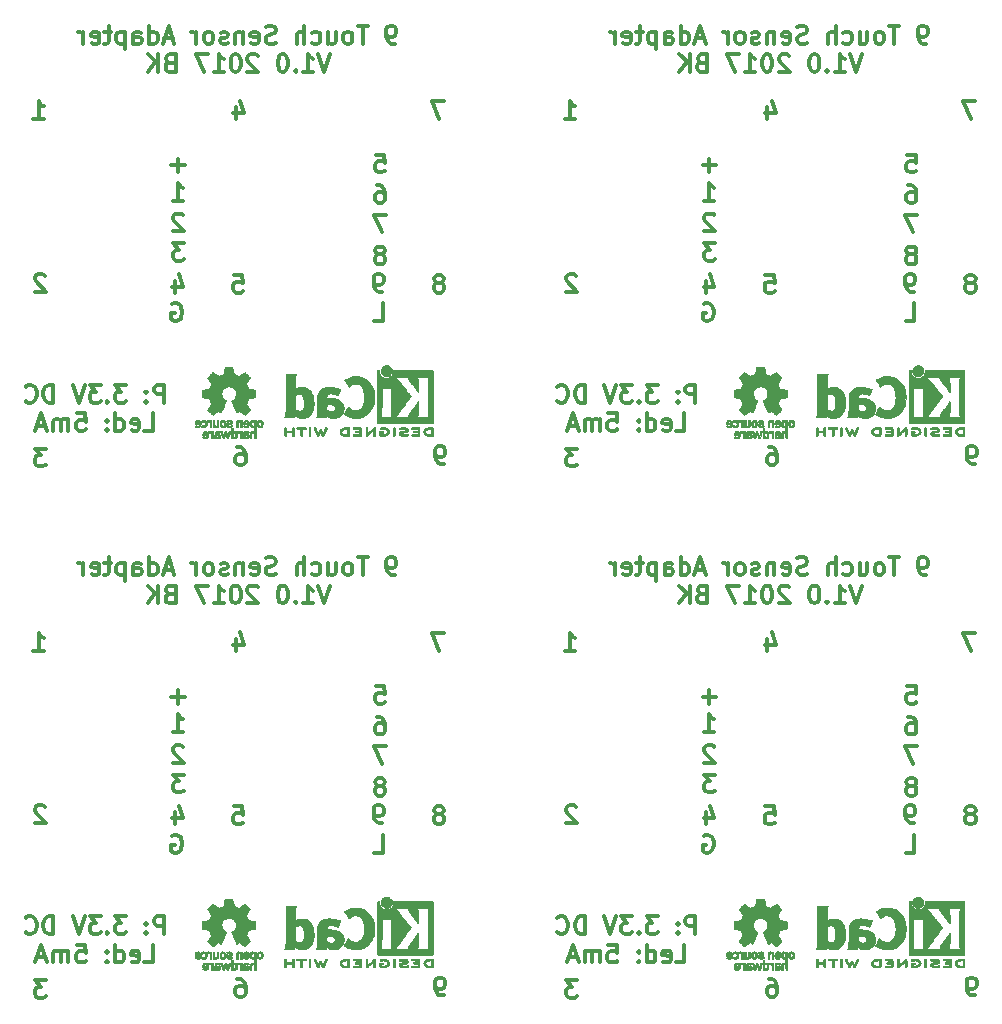
<source format=gbo>
G04 #@! TF.FileFunction,Legend,Bot*
%FSLAX46Y46*%
G04 Gerber Fmt 4.6, Leading zero omitted, Abs format (unit mm)*
G04 Created by KiCad (PCBNEW 4.0.2-stable) date 12/4/2017 4:29:07 PM*
%MOMM*%
G01*
G04 APERTURE LIST*
%ADD10C,0.100000*%
%ADD11C,0.300000*%
%ADD12C,0.010000*%
G04 APERTURE END LIST*
D10*
D11*
X161121428Y-134178571D02*
X161121428Y-132678571D01*
X160550000Y-132678571D01*
X160407142Y-132750000D01*
X160335714Y-132821429D01*
X160264285Y-132964286D01*
X160264285Y-133178571D01*
X160335714Y-133321429D01*
X160407142Y-133392857D01*
X160550000Y-133464286D01*
X161121428Y-133464286D01*
X159621428Y-134035714D02*
X159550000Y-134107143D01*
X159621428Y-134178571D01*
X159692857Y-134107143D01*
X159621428Y-134035714D01*
X159621428Y-134178571D01*
X159621428Y-133250000D02*
X159550000Y-133321429D01*
X159621428Y-133392857D01*
X159692857Y-133321429D01*
X159621428Y-133250000D01*
X159621428Y-133392857D01*
X157907142Y-132678571D02*
X156978571Y-132678571D01*
X157478571Y-133250000D01*
X157264285Y-133250000D01*
X157121428Y-133321429D01*
X157049999Y-133392857D01*
X156978571Y-133535714D01*
X156978571Y-133892857D01*
X157049999Y-134035714D01*
X157121428Y-134107143D01*
X157264285Y-134178571D01*
X157692857Y-134178571D01*
X157835714Y-134107143D01*
X157907142Y-134035714D01*
X156335714Y-134035714D02*
X156264286Y-134107143D01*
X156335714Y-134178571D01*
X156407143Y-134107143D01*
X156335714Y-134035714D01*
X156335714Y-134178571D01*
X155764285Y-132678571D02*
X154835714Y-132678571D01*
X155335714Y-133250000D01*
X155121428Y-133250000D01*
X154978571Y-133321429D01*
X154907142Y-133392857D01*
X154835714Y-133535714D01*
X154835714Y-133892857D01*
X154907142Y-134035714D01*
X154978571Y-134107143D01*
X155121428Y-134178571D01*
X155550000Y-134178571D01*
X155692857Y-134107143D01*
X155764285Y-134035714D01*
X154407143Y-132678571D02*
X153907143Y-134178571D01*
X153407143Y-132678571D01*
X151764286Y-134178571D02*
X151764286Y-132678571D01*
X151407143Y-132678571D01*
X151192858Y-132750000D01*
X151050000Y-132892857D01*
X150978572Y-133035714D01*
X150907143Y-133321429D01*
X150907143Y-133535714D01*
X150978572Y-133821429D01*
X151050000Y-133964286D01*
X151192858Y-134107143D01*
X151407143Y-134178571D01*
X151764286Y-134178571D01*
X149407143Y-134035714D02*
X149478572Y-134107143D01*
X149692858Y-134178571D01*
X149835715Y-134178571D01*
X150050000Y-134107143D01*
X150192858Y-133964286D01*
X150264286Y-133821429D01*
X150335715Y-133535714D01*
X150335715Y-133321429D01*
X150264286Y-133035714D01*
X150192858Y-132892857D01*
X150050000Y-132750000D01*
X149835715Y-132678571D01*
X149692858Y-132678571D01*
X149478572Y-132750000D01*
X149407143Y-132821429D01*
X159442856Y-136578571D02*
X160157142Y-136578571D01*
X160157142Y-135078571D01*
X158371428Y-136507143D02*
X158514285Y-136578571D01*
X158799999Y-136578571D01*
X158942856Y-136507143D01*
X159014285Y-136364286D01*
X159014285Y-135792857D01*
X158942856Y-135650000D01*
X158799999Y-135578571D01*
X158514285Y-135578571D01*
X158371428Y-135650000D01*
X158299999Y-135792857D01*
X158299999Y-135935714D01*
X159014285Y-136078571D01*
X157014285Y-136578571D02*
X157014285Y-135078571D01*
X157014285Y-136507143D02*
X157157142Y-136578571D01*
X157442856Y-136578571D01*
X157585714Y-136507143D01*
X157657142Y-136435714D01*
X157728571Y-136292857D01*
X157728571Y-135864286D01*
X157657142Y-135721429D01*
X157585714Y-135650000D01*
X157442856Y-135578571D01*
X157157142Y-135578571D01*
X157014285Y-135650000D01*
X156299999Y-136435714D02*
X156228571Y-136507143D01*
X156299999Y-136578571D01*
X156371428Y-136507143D01*
X156299999Y-136435714D01*
X156299999Y-136578571D01*
X156299999Y-135650000D02*
X156228571Y-135721429D01*
X156299999Y-135792857D01*
X156371428Y-135721429D01*
X156299999Y-135650000D01*
X156299999Y-135792857D01*
X153728570Y-135078571D02*
X154442856Y-135078571D01*
X154514285Y-135792857D01*
X154442856Y-135721429D01*
X154299999Y-135650000D01*
X153942856Y-135650000D01*
X153799999Y-135721429D01*
X153728570Y-135792857D01*
X153657142Y-135935714D01*
X153657142Y-136292857D01*
X153728570Y-136435714D01*
X153799999Y-136507143D01*
X153942856Y-136578571D01*
X154299999Y-136578571D01*
X154442856Y-136507143D01*
X154514285Y-136435714D01*
X153014285Y-136578571D02*
X153014285Y-135578571D01*
X153014285Y-135721429D02*
X152942857Y-135650000D01*
X152799999Y-135578571D01*
X152585714Y-135578571D01*
X152442857Y-135650000D01*
X152371428Y-135792857D01*
X152371428Y-136578571D01*
X152371428Y-135792857D02*
X152299999Y-135650000D01*
X152157142Y-135578571D01*
X151942857Y-135578571D01*
X151799999Y-135650000D01*
X151728571Y-135792857D01*
X151728571Y-136578571D01*
X151085714Y-136150000D02*
X150371428Y-136150000D01*
X151228571Y-136578571D02*
X150728571Y-135078571D01*
X150228571Y-136578571D01*
X151099999Y-138078571D02*
X150171428Y-138078571D01*
X150671428Y-138650000D01*
X150457142Y-138650000D01*
X150314285Y-138721429D01*
X150242856Y-138792857D01*
X150171428Y-138935714D01*
X150171428Y-139292857D01*
X150242856Y-139435714D01*
X150314285Y-139507143D01*
X150457142Y-139578571D01*
X150885714Y-139578571D01*
X151028571Y-139507143D01*
X151099999Y-139435714D01*
X139785714Y-139378571D02*
X139499999Y-139378571D01*
X139357142Y-139307143D01*
X139285714Y-139235714D01*
X139142856Y-139021429D01*
X139071428Y-138735714D01*
X139071428Y-138164286D01*
X139142856Y-138021429D01*
X139214285Y-137950000D01*
X139357142Y-137878571D01*
X139642856Y-137878571D01*
X139785714Y-137950000D01*
X139857142Y-138021429D01*
X139928571Y-138164286D01*
X139928571Y-138521429D01*
X139857142Y-138664286D01*
X139785714Y-138735714D01*
X139642856Y-138807143D01*
X139357142Y-138807143D01*
X139214285Y-138735714D01*
X139142856Y-138664286D01*
X139071428Y-138521429D01*
X122314285Y-137978571D02*
X122599999Y-137978571D01*
X122742856Y-138050000D01*
X122814285Y-138121429D01*
X122957142Y-138335714D01*
X123028571Y-138621429D01*
X123028571Y-139192857D01*
X122957142Y-139335714D01*
X122885714Y-139407143D01*
X122742856Y-139478571D01*
X122457142Y-139478571D01*
X122314285Y-139407143D01*
X122242856Y-139335714D01*
X122171428Y-139192857D01*
X122171428Y-138835714D01*
X122242856Y-138692857D01*
X122314285Y-138621429D01*
X122457142Y-138550000D01*
X122742856Y-138550000D01*
X122885714Y-138621429D01*
X122957142Y-138692857D01*
X123028571Y-138835714D01*
X116121428Y-134178571D02*
X116121428Y-132678571D01*
X115550000Y-132678571D01*
X115407142Y-132750000D01*
X115335714Y-132821429D01*
X115264285Y-132964286D01*
X115264285Y-133178571D01*
X115335714Y-133321429D01*
X115407142Y-133392857D01*
X115550000Y-133464286D01*
X116121428Y-133464286D01*
X114621428Y-134035714D02*
X114550000Y-134107143D01*
X114621428Y-134178571D01*
X114692857Y-134107143D01*
X114621428Y-134035714D01*
X114621428Y-134178571D01*
X114621428Y-133250000D02*
X114550000Y-133321429D01*
X114621428Y-133392857D01*
X114692857Y-133321429D01*
X114621428Y-133250000D01*
X114621428Y-133392857D01*
X112907142Y-132678571D02*
X111978571Y-132678571D01*
X112478571Y-133250000D01*
X112264285Y-133250000D01*
X112121428Y-133321429D01*
X112049999Y-133392857D01*
X111978571Y-133535714D01*
X111978571Y-133892857D01*
X112049999Y-134035714D01*
X112121428Y-134107143D01*
X112264285Y-134178571D01*
X112692857Y-134178571D01*
X112835714Y-134107143D01*
X112907142Y-134035714D01*
X111335714Y-134035714D02*
X111264286Y-134107143D01*
X111335714Y-134178571D01*
X111407143Y-134107143D01*
X111335714Y-134035714D01*
X111335714Y-134178571D01*
X110764285Y-132678571D02*
X109835714Y-132678571D01*
X110335714Y-133250000D01*
X110121428Y-133250000D01*
X109978571Y-133321429D01*
X109907142Y-133392857D01*
X109835714Y-133535714D01*
X109835714Y-133892857D01*
X109907142Y-134035714D01*
X109978571Y-134107143D01*
X110121428Y-134178571D01*
X110550000Y-134178571D01*
X110692857Y-134107143D01*
X110764285Y-134035714D01*
X109407143Y-132678571D02*
X108907143Y-134178571D01*
X108407143Y-132678571D01*
X106764286Y-134178571D02*
X106764286Y-132678571D01*
X106407143Y-132678571D01*
X106192858Y-132750000D01*
X106050000Y-132892857D01*
X105978572Y-133035714D01*
X105907143Y-133321429D01*
X105907143Y-133535714D01*
X105978572Y-133821429D01*
X106050000Y-133964286D01*
X106192858Y-134107143D01*
X106407143Y-134178571D01*
X106764286Y-134178571D01*
X104407143Y-134035714D02*
X104478572Y-134107143D01*
X104692858Y-134178571D01*
X104835715Y-134178571D01*
X105050000Y-134107143D01*
X105192858Y-133964286D01*
X105264286Y-133821429D01*
X105335715Y-133535714D01*
X105335715Y-133321429D01*
X105264286Y-133035714D01*
X105192858Y-132892857D01*
X105050000Y-132750000D01*
X104835715Y-132678571D01*
X104692858Y-132678571D01*
X104478572Y-132750000D01*
X104407143Y-132821429D01*
X114442856Y-136578571D02*
X115157142Y-136578571D01*
X115157142Y-135078571D01*
X113371428Y-136507143D02*
X113514285Y-136578571D01*
X113799999Y-136578571D01*
X113942856Y-136507143D01*
X114014285Y-136364286D01*
X114014285Y-135792857D01*
X113942856Y-135650000D01*
X113799999Y-135578571D01*
X113514285Y-135578571D01*
X113371428Y-135650000D01*
X113299999Y-135792857D01*
X113299999Y-135935714D01*
X114014285Y-136078571D01*
X112014285Y-136578571D02*
X112014285Y-135078571D01*
X112014285Y-136507143D02*
X112157142Y-136578571D01*
X112442856Y-136578571D01*
X112585714Y-136507143D01*
X112657142Y-136435714D01*
X112728571Y-136292857D01*
X112728571Y-135864286D01*
X112657142Y-135721429D01*
X112585714Y-135650000D01*
X112442856Y-135578571D01*
X112157142Y-135578571D01*
X112014285Y-135650000D01*
X111299999Y-136435714D02*
X111228571Y-136507143D01*
X111299999Y-136578571D01*
X111371428Y-136507143D01*
X111299999Y-136435714D01*
X111299999Y-136578571D01*
X111299999Y-135650000D02*
X111228571Y-135721429D01*
X111299999Y-135792857D01*
X111371428Y-135721429D01*
X111299999Y-135650000D01*
X111299999Y-135792857D01*
X108728570Y-135078571D02*
X109442856Y-135078571D01*
X109514285Y-135792857D01*
X109442856Y-135721429D01*
X109299999Y-135650000D01*
X108942856Y-135650000D01*
X108799999Y-135721429D01*
X108728570Y-135792857D01*
X108657142Y-135935714D01*
X108657142Y-136292857D01*
X108728570Y-136435714D01*
X108799999Y-136507143D01*
X108942856Y-136578571D01*
X109299999Y-136578571D01*
X109442856Y-136507143D01*
X109514285Y-136435714D01*
X108014285Y-136578571D02*
X108014285Y-135578571D01*
X108014285Y-135721429D02*
X107942857Y-135650000D01*
X107799999Y-135578571D01*
X107585714Y-135578571D01*
X107442857Y-135650000D01*
X107371428Y-135792857D01*
X107371428Y-136578571D01*
X107371428Y-135792857D02*
X107299999Y-135650000D01*
X107157142Y-135578571D01*
X106942857Y-135578571D01*
X106799999Y-135650000D01*
X106728571Y-135792857D01*
X106728571Y-136578571D01*
X106085714Y-136150000D02*
X105371428Y-136150000D01*
X106228571Y-136578571D02*
X105728571Y-135078571D01*
X105228571Y-136578571D01*
X106099999Y-138078571D02*
X105171428Y-138078571D01*
X105671428Y-138650000D01*
X105457142Y-138650000D01*
X105314285Y-138721429D01*
X105242856Y-138792857D01*
X105171428Y-138935714D01*
X105171428Y-139292857D01*
X105242856Y-139435714D01*
X105314285Y-139507143D01*
X105457142Y-139578571D01*
X105885714Y-139578571D01*
X106028571Y-139507143D01*
X106099999Y-139435714D01*
X167214285Y-109178571D02*
X167214285Y-110178571D01*
X167571428Y-108607143D02*
X167928571Y-109678571D01*
X166999999Y-109678571D01*
X161871428Y-117078571D02*
X162728571Y-117078571D01*
X162299999Y-117078571D02*
X162299999Y-115578571D01*
X162442856Y-115792857D01*
X162585714Y-115935714D01*
X162728571Y-116007143D01*
X180649999Y-103778571D02*
X180364284Y-103778571D01*
X180221427Y-103707143D01*
X180149999Y-103635714D01*
X180007141Y-103421429D01*
X179935713Y-103135714D01*
X179935713Y-102564286D01*
X180007141Y-102421429D01*
X180078570Y-102350000D01*
X180221427Y-102278571D01*
X180507141Y-102278571D01*
X180649999Y-102350000D01*
X180721427Y-102421429D01*
X180792856Y-102564286D01*
X180792856Y-102921429D01*
X180721427Y-103064286D01*
X180649999Y-103135714D01*
X180507141Y-103207143D01*
X180221427Y-103207143D01*
X180078570Y-103135714D01*
X180007141Y-103064286D01*
X179935713Y-102921429D01*
X178364285Y-102278571D02*
X177507142Y-102278571D01*
X177935713Y-103778571D02*
X177935713Y-102278571D01*
X176792856Y-103778571D02*
X176935714Y-103707143D01*
X177007142Y-103635714D01*
X177078571Y-103492857D01*
X177078571Y-103064286D01*
X177007142Y-102921429D01*
X176935714Y-102850000D01*
X176792856Y-102778571D01*
X176578571Y-102778571D01*
X176435714Y-102850000D01*
X176364285Y-102921429D01*
X176292856Y-103064286D01*
X176292856Y-103492857D01*
X176364285Y-103635714D01*
X176435714Y-103707143D01*
X176578571Y-103778571D01*
X176792856Y-103778571D01*
X175007142Y-102778571D02*
X175007142Y-103778571D01*
X175649999Y-102778571D02*
X175649999Y-103564286D01*
X175578571Y-103707143D01*
X175435713Y-103778571D01*
X175221428Y-103778571D01*
X175078571Y-103707143D01*
X175007142Y-103635714D01*
X173649999Y-103707143D02*
X173792856Y-103778571D01*
X174078570Y-103778571D01*
X174221428Y-103707143D01*
X174292856Y-103635714D01*
X174364285Y-103492857D01*
X174364285Y-103064286D01*
X174292856Y-102921429D01*
X174221428Y-102850000D01*
X174078570Y-102778571D01*
X173792856Y-102778571D01*
X173649999Y-102850000D01*
X173007142Y-103778571D02*
X173007142Y-102278571D01*
X172364285Y-103778571D02*
X172364285Y-102992857D01*
X172435714Y-102850000D01*
X172578571Y-102778571D01*
X172792856Y-102778571D01*
X172935714Y-102850000D01*
X173007142Y-102921429D01*
X170578571Y-103707143D02*
X170364285Y-103778571D01*
X170007142Y-103778571D01*
X169864285Y-103707143D01*
X169792856Y-103635714D01*
X169721428Y-103492857D01*
X169721428Y-103350000D01*
X169792856Y-103207143D01*
X169864285Y-103135714D01*
X170007142Y-103064286D01*
X170292856Y-102992857D01*
X170435714Y-102921429D01*
X170507142Y-102850000D01*
X170578571Y-102707143D01*
X170578571Y-102564286D01*
X170507142Y-102421429D01*
X170435714Y-102350000D01*
X170292856Y-102278571D01*
X169935714Y-102278571D01*
X169721428Y-102350000D01*
X168507143Y-103707143D02*
X168650000Y-103778571D01*
X168935714Y-103778571D01*
X169078571Y-103707143D01*
X169150000Y-103564286D01*
X169150000Y-102992857D01*
X169078571Y-102850000D01*
X168935714Y-102778571D01*
X168650000Y-102778571D01*
X168507143Y-102850000D01*
X168435714Y-102992857D01*
X168435714Y-103135714D01*
X169150000Y-103278571D01*
X167792857Y-102778571D02*
X167792857Y-103778571D01*
X167792857Y-102921429D02*
X167721429Y-102850000D01*
X167578571Y-102778571D01*
X167364286Y-102778571D01*
X167221429Y-102850000D01*
X167150000Y-102992857D01*
X167150000Y-103778571D01*
X166507143Y-103707143D02*
X166364286Y-103778571D01*
X166078571Y-103778571D01*
X165935714Y-103707143D01*
X165864286Y-103564286D01*
X165864286Y-103492857D01*
X165935714Y-103350000D01*
X166078571Y-103278571D01*
X166292857Y-103278571D01*
X166435714Y-103207143D01*
X166507143Y-103064286D01*
X166507143Y-102992857D01*
X166435714Y-102850000D01*
X166292857Y-102778571D01*
X166078571Y-102778571D01*
X165935714Y-102850000D01*
X165007142Y-103778571D02*
X165150000Y-103707143D01*
X165221428Y-103635714D01*
X165292857Y-103492857D01*
X165292857Y-103064286D01*
X165221428Y-102921429D01*
X165150000Y-102850000D01*
X165007142Y-102778571D01*
X164792857Y-102778571D01*
X164650000Y-102850000D01*
X164578571Y-102921429D01*
X164507142Y-103064286D01*
X164507142Y-103492857D01*
X164578571Y-103635714D01*
X164650000Y-103707143D01*
X164792857Y-103778571D01*
X165007142Y-103778571D01*
X163864285Y-103778571D02*
X163864285Y-102778571D01*
X163864285Y-103064286D02*
X163792857Y-102921429D01*
X163721428Y-102850000D01*
X163578571Y-102778571D01*
X163435714Y-102778571D01*
X161864286Y-103350000D02*
X161150000Y-103350000D01*
X162007143Y-103778571D02*
X161507143Y-102278571D01*
X161007143Y-103778571D01*
X159864286Y-103778571D02*
X159864286Y-102278571D01*
X159864286Y-103707143D02*
X160007143Y-103778571D01*
X160292857Y-103778571D01*
X160435715Y-103707143D01*
X160507143Y-103635714D01*
X160578572Y-103492857D01*
X160578572Y-103064286D01*
X160507143Y-102921429D01*
X160435715Y-102850000D01*
X160292857Y-102778571D01*
X160007143Y-102778571D01*
X159864286Y-102850000D01*
X158507143Y-103778571D02*
X158507143Y-102992857D01*
X158578572Y-102850000D01*
X158721429Y-102778571D01*
X159007143Y-102778571D01*
X159150000Y-102850000D01*
X158507143Y-103707143D02*
X158650000Y-103778571D01*
X159007143Y-103778571D01*
X159150000Y-103707143D01*
X159221429Y-103564286D01*
X159221429Y-103421429D01*
X159150000Y-103278571D01*
X159007143Y-103207143D01*
X158650000Y-103207143D01*
X158507143Y-103135714D01*
X157792857Y-102778571D02*
X157792857Y-104278571D01*
X157792857Y-102850000D02*
X157650000Y-102778571D01*
X157364286Y-102778571D01*
X157221429Y-102850000D01*
X157150000Y-102921429D01*
X157078571Y-103064286D01*
X157078571Y-103492857D01*
X157150000Y-103635714D01*
X157221429Y-103707143D01*
X157364286Y-103778571D01*
X157650000Y-103778571D01*
X157792857Y-103707143D01*
X156650000Y-102778571D02*
X156078571Y-102778571D01*
X156435714Y-102278571D02*
X156435714Y-103564286D01*
X156364286Y-103707143D01*
X156221428Y-103778571D01*
X156078571Y-103778571D01*
X155007143Y-103707143D02*
X155150000Y-103778571D01*
X155435714Y-103778571D01*
X155578571Y-103707143D01*
X155650000Y-103564286D01*
X155650000Y-102992857D01*
X155578571Y-102850000D01*
X155435714Y-102778571D01*
X155150000Y-102778571D01*
X155007143Y-102850000D01*
X154935714Y-102992857D01*
X154935714Y-103135714D01*
X155650000Y-103278571D01*
X154292857Y-103778571D02*
X154292857Y-102778571D01*
X154292857Y-103064286D02*
X154221429Y-102921429D01*
X154150000Y-102850000D01*
X154007143Y-102778571D01*
X153864286Y-102778571D01*
X175185713Y-104678571D02*
X174685713Y-106178571D01*
X174185713Y-104678571D01*
X172899999Y-106178571D02*
X173757142Y-106178571D01*
X173328570Y-106178571D02*
X173328570Y-104678571D01*
X173471427Y-104892857D01*
X173614285Y-105035714D01*
X173757142Y-105107143D01*
X172257142Y-106035714D02*
X172185714Y-106107143D01*
X172257142Y-106178571D01*
X172328571Y-106107143D01*
X172257142Y-106035714D01*
X172257142Y-106178571D01*
X171257142Y-104678571D02*
X171114285Y-104678571D01*
X170971428Y-104750000D01*
X170899999Y-104821429D01*
X170828570Y-104964286D01*
X170757142Y-105250000D01*
X170757142Y-105607143D01*
X170828570Y-105892857D01*
X170899999Y-106035714D01*
X170971428Y-106107143D01*
X171114285Y-106178571D01*
X171257142Y-106178571D01*
X171399999Y-106107143D01*
X171471428Y-106035714D01*
X171542856Y-105892857D01*
X171614285Y-105607143D01*
X171614285Y-105250000D01*
X171542856Y-104964286D01*
X171471428Y-104821429D01*
X171399999Y-104750000D01*
X171257142Y-104678571D01*
X169042857Y-104821429D02*
X168971428Y-104750000D01*
X168828571Y-104678571D01*
X168471428Y-104678571D01*
X168328571Y-104750000D01*
X168257142Y-104821429D01*
X168185714Y-104964286D01*
X168185714Y-105107143D01*
X168257142Y-105321429D01*
X169114285Y-106178571D01*
X168185714Y-106178571D01*
X167257143Y-104678571D02*
X167114286Y-104678571D01*
X166971429Y-104750000D01*
X166900000Y-104821429D01*
X166828571Y-104964286D01*
X166757143Y-105250000D01*
X166757143Y-105607143D01*
X166828571Y-105892857D01*
X166900000Y-106035714D01*
X166971429Y-106107143D01*
X167114286Y-106178571D01*
X167257143Y-106178571D01*
X167400000Y-106107143D01*
X167471429Y-106035714D01*
X167542857Y-105892857D01*
X167614286Y-105607143D01*
X167614286Y-105250000D01*
X167542857Y-104964286D01*
X167471429Y-104821429D01*
X167400000Y-104750000D01*
X167257143Y-104678571D01*
X165328572Y-106178571D02*
X166185715Y-106178571D01*
X165757143Y-106178571D02*
X165757143Y-104678571D01*
X165900000Y-104892857D01*
X166042858Y-105035714D01*
X166185715Y-105107143D01*
X164828572Y-104678571D02*
X163828572Y-104678571D01*
X164471429Y-106178571D01*
X161614287Y-105392857D02*
X161400001Y-105464286D01*
X161328573Y-105535714D01*
X161257144Y-105678571D01*
X161257144Y-105892857D01*
X161328573Y-106035714D01*
X161400001Y-106107143D01*
X161542859Y-106178571D01*
X162114287Y-106178571D01*
X162114287Y-104678571D01*
X161614287Y-104678571D01*
X161471430Y-104750000D01*
X161400001Y-104821429D01*
X161328573Y-104964286D01*
X161328573Y-105107143D01*
X161400001Y-105250000D01*
X161471430Y-105321429D01*
X161614287Y-105392857D01*
X162114287Y-105392857D01*
X160614287Y-106178571D02*
X160614287Y-104678571D01*
X159757144Y-106178571D02*
X160400001Y-105321429D01*
X159757144Y-104678571D02*
X160614287Y-105535714D01*
X162871428Y-114107143D02*
X161728571Y-114107143D01*
X162300000Y-114678571D02*
X162300000Y-113535714D01*
X179542856Y-121621429D02*
X179685714Y-121550000D01*
X179757142Y-121478571D01*
X179828571Y-121335714D01*
X179828571Y-121264286D01*
X179757142Y-121121429D01*
X179685714Y-121050000D01*
X179542856Y-120978571D01*
X179257142Y-120978571D01*
X179114285Y-121050000D01*
X179042856Y-121121429D01*
X178971428Y-121264286D01*
X178971428Y-121335714D01*
X179042856Y-121478571D01*
X179114285Y-121550000D01*
X179257142Y-121621429D01*
X179542856Y-121621429D01*
X179685714Y-121692857D01*
X179757142Y-121764286D01*
X179828571Y-121907143D01*
X179828571Y-122192857D01*
X179757142Y-122335714D01*
X179685714Y-122407143D01*
X179542856Y-122478571D01*
X179257142Y-122478571D01*
X179114285Y-122407143D01*
X179042856Y-122335714D01*
X178971428Y-122192857D01*
X178971428Y-121907143D01*
X179042856Y-121764286D01*
X179114285Y-121692857D01*
X179257142Y-121621429D01*
X179899999Y-118278571D02*
X178899999Y-118278571D01*
X179542856Y-119778571D01*
X184799999Y-108678571D02*
X183799999Y-108678571D01*
X184442856Y-110178571D01*
X179114285Y-115778571D02*
X179399999Y-115778571D01*
X179542856Y-115850000D01*
X179614285Y-115921429D01*
X179757142Y-116135714D01*
X179828571Y-116421429D01*
X179828571Y-116992857D01*
X179757142Y-117135714D01*
X179685714Y-117207143D01*
X179542856Y-117278571D01*
X179257142Y-117278571D01*
X179114285Y-117207143D01*
X179042856Y-117135714D01*
X178971428Y-116992857D01*
X178971428Y-116635714D01*
X179042856Y-116492857D01*
X179114285Y-116421429D01*
X179257142Y-116350000D01*
X179542856Y-116350000D01*
X179685714Y-116421429D01*
X179757142Y-116492857D01*
X179828571Y-116635714D01*
X179585714Y-124778571D02*
X179299999Y-124778571D01*
X179157142Y-124707143D01*
X179085714Y-124635714D01*
X178942856Y-124421429D01*
X178871428Y-124135714D01*
X178871428Y-123564286D01*
X178942856Y-123421429D01*
X179014285Y-123350000D01*
X179157142Y-123278571D01*
X179442856Y-123278571D01*
X179585714Y-123350000D01*
X179657142Y-123421429D01*
X179728571Y-123564286D01*
X179728571Y-123921429D01*
X179657142Y-124064286D01*
X179585714Y-124135714D01*
X179442856Y-124207143D01*
X179157142Y-124207143D01*
X179014285Y-124135714D01*
X178942856Y-124064286D01*
X178871428Y-123921429D01*
X184542856Y-124021429D02*
X184685714Y-123950000D01*
X184757142Y-123878571D01*
X184828571Y-123735714D01*
X184828571Y-123664286D01*
X184757142Y-123521429D01*
X184685714Y-123450000D01*
X184542856Y-123378571D01*
X184257142Y-123378571D01*
X184114285Y-123450000D01*
X184042856Y-123521429D01*
X183971428Y-123664286D01*
X183971428Y-123735714D01*
X184042856Y-123878571D01*
X184114285Y-123950000D01*
X184257142Y-124021429D01*
X184542856Y-124021429D01*
X184685714Y-124092857D01*
X184757142Y-124164286D01*
X184828571Y-124307143D01*
X184828571Y-124592857D01*
X184757142Y-124735714D01*
X184685714Y-124807143D01*
X184542856Y-124878571D01*
X184257142Y-124878571D01*
X184114285Y-124807143D01*
X184042856Y-124735714D01*
X183971428Y-124592857D01*
X183971428Y-124307143D01*
X184042856Y-124164286D01*
X184114285Y-124092857D01*
X184257142Y-124021429D01*
X179042856Y-113178571D02*
X179757142Y-113178571D01*
X179828571Y-113892857D01*
X179757142Y-113821429D01*
X179614285Y-113750000D01*
X179257142Y-113750000D01*
X179114285Y-113821429D01*
X179042856Y-113892857D01*
X178971428Y-114035714D01*
X178971428Y-114392857D01*
X179042856Y-114535714D01*
X179114285Y-114607143D01*
X179257142Y-114678571D01*
X179614285Y-114678571D01*
X179757142Y-114607143D01*
X179828571Y-114535714D01*
X162799999Y-120678571D02*
X161871428Y-120678571D01*
X162371428Y-121250000D01*
X162157142Y-121250000D01*
X162014285Y-121321429D01*
X161942856Y-121392857D01*
X161871428Y-121535714D01*
X161871428Y-121892857D01*
X161942856Y-122035714D01*
X162014285Y-122107143D01*
X162157142Y-122178571D01*
X162585714Y-122178571D01*
X162728571Y-122107143D01*
X162799999Y-122035714D01*
X162014285Y-123878571D02*
X162014285Y-124878571D01*
X162371428Y-123307143D02*
X162728571Y-124378571D01*
X161799999Y-124378571D01*
X161807143Y-125850000D02*
X161950000Y-125778571D01*
X162164286Y-125778571D01*
X162378571Y-125850000D01*
X162521429Y-125992857D01*
X162592857Y-126135714D01*
X162664286Y-126421429D01*
X162664286Y-126635714D01*
X162592857Y-126921429D01*
X162521429Y-127064286D01*
X162378571Y-127207143D01*
X162164286Y-127278571D01*
X162021429Y-127278571D01*
X161807143Y-127207143D01*
X161735714Y-127135714D01*
X161735714Y-126635714D01*
X162021429Y-126635714D01*
X162728571Y-118321429D02*
X162657142Y-118250000D01*
X162514285Y-118178571D01*
X162157142Y-118178571D01*
X162014285Y-118250000D01*
X161942856Y-118321429D01*
X161871428Y-118464286D01*
X161871428Y-118607143D01*
X161942856Y-118821429D01*
X162799999Y-119678571D01*
X161871428Y-119678571D01*
X167042856Y-123378571D02*
X167757142Y-123378571D01*
X167828571Y-124092857D01*
X167757142Y-124021429D01*
X167614285Y-123950000D01*
X167257142Y-123950000D01*
X167114285Y-124021429D01*
X167042856Y-124092857D01*
X166971428Y-124235714D01*
X166971428Y-124592857D01*
X167042856Y-124735714D01*
X167114285Y-124807143D01*
X167257142Y-124878571D01*
X167614285Y-124878571D01*
X167757142Y-124807143D01*
X167828571Y-124735714D01*
X167314285Y-137978571D02*
X167599999Y-137978571D01*
X167742856Y-138050000D01*
X167814285Y-138121429D01*
X167957142Y-138335714D01*
X168028571Y-138621429D01*
X168028571Y-139192857D01*
X167957142Y-139335714D01*
X167885714Y-139407143D01*
X167742856Y-139478571D01*
X167457142Y-139478571D01*
X167314285Y-139407143D01*
X167242856Y-139335714D01*
X167171428Y-139192857D01*
X167171428Y-138835714D01*
X167242856Y-138692857D01*
X167314285Y-138621429D01*
X167457142Y-138550000D01*
X167742856Y-138550000D01*
X167885714Y-138621429D01*
X167957142Y-138692857D01*
X168028571Y-138835714D01*
X178935714Y-127278571D02*
X179650000Y-127278571D01*
X179650000Y-125778571D01*
X184785714Y-139378571D02*
X184499999Y-139378571D01*
X184357142Y-139307143D01*
X184285714Y-139235714D01*
X184142856Y-139021429D01*
X184071428Y-138735714D01*
X184071428Y-138164286D01*
X184142856Y-138021429D01*
X184214285Y-137950000D01*
X184357142Y-137878571D01*
X184642856Y-137878571D01*
X184785714Y-137950000D01*
X184857142Y-138021429D01*
X184928571Y-138164286D01*
X184928571Y-138521429D01*
X184857142Y-138664286D01*
X184785714Y-138735714D01*
X184642856Y-138807143D01*
X184357142Y-138807143D01*
X184214285Y-138735714D01*
X184142856Y-138664286D01*
X184071428Y-138521429D01*
X133935714Y-127278571D02*
X134650000Y-127278571D01*
X134650000Y-125778571D01*
X139542856Y-124021429D02*
X139685714Y-123950000D01*
X139757142Y-123878571D01*
X139828571Y-123735714D01*
X139828571Y-123664286D01*
X139757142Y-123521429D01*
X139685714Y-123450000D01*
X139542856Y-123378571D01*
X139257142Y-123378571D01*
X139114285Y-123450000D01*
X139042856Y-123521429D01*
X138971428Y-123664286D01*
X138971428Y-123735714D01*
X139042856Y-123878571D01*
X139114285Y-123950000D01*
X139257142Y-124021429D01*
X139542856Y-124021429D01*
X139685714Y-124092857D01*
X139757142Y-124164286D01*
X139828571Y-124307143D01*
X139828571Y-124592857D01*
X139757142Y-124735714D01*
X139685714Y-124807143D01*
X139542856Y-124878571D01*
X139257142Y-124878571D01*
X139114285Y-124807143D01*
X139042856Y-124735714D01*
X138971428Y-124592857D01*
X138971428Y-124307143D01*
X139042856Y-124164286D01*
X139114285Y-124092857D01*
X139257142Y-124021429D01*
X134542856Y-121621429D02*
X134685714Y-121550000D01*
X134757142Y-121478571D01*
X134828571Y-121335714D01*
X134828571Y-121264286D01*
X134757142Y-121121429D01*
X134685714Y-121050000D01*
X134542856Y-120978571D01*
X134257142Y-120978571D01*
X134114285Y-121050000D01*
X134042856Y-121121429D01*
X133971428Y-121264286D01*
X133971428Y-121335714D01*
X134042856Y-121478571D01*
X134114285Y-121550000D01*
X134257142Y-121621429D01*
X134542856Y-121621429D01*
X134685714Y-121692857D01*
X134757142Y-121764286D01*
X134828571Y-121907143D01*
X134828571Y-122192857D01*
X134757142Y-122335714D01*
X134685714Y-122407143D01*
X134542856Y-122478571D01*
X134257142Y-122478571D01*
X134114285Y-122407143D01*
X134042856Y-122335714D01*
X133971428Y-122192857D01*
X133971428Y-121907143D01*
X134042856Y-121764286D01*
X134114285Y-121692857D01*
X134257142Y-121621429D01*
X134899999Y-118278571D02*
X133899999Y-118278571D01*
X134542856Y-119778571D01*
X134585714Y-124778571D02*
X134299999Y-124778571D01*
X134157142Y-124707143D01*
X134085714Y-124635714D01*
X133942856Y-124421429D01*
X133871428Y-124135714D01*
X133871428Y-123564286D01*
X133942856Y-123421429D01*
X134014285Y-123350000D01*
X134157142Y-123278571D01*
X134442856Y-123278571D01*
X134585714Y-123350000D01*
X134657142Y-123421429D01*
X134728571Y-123564286D01*
X134728571Y-123921429D01*
X134657142Y-124064286D01*
X134585714Y-124135714D01*
X134442856Y-124207143D01*
X134157142Y-124207143D01*
X134014285Y-124135714D01*
X133942856Y-124064286D01*
X133871428Y-123921429D01*
X151028571Y-123421429D02*
X150957142Y-123350000D01*
X150814285Y-123278571D01*
X150457142Y-123278571D01*
X150314285Y-123350000D01*
X150242856Y-123421429D01*
X150171428Y-123564286D01*
X150171428Y-123707143D01*
X150242856Y-123921429D01*
X151099999Y-124778571D01*
X150171428Y-124778571D01*
X150071428Y-110178571D02*
X150928571Y-110178571D01*
X150499999Y-110178571D02*
X150499999Y-108678571D01*
X150642856Y-108892857D01*
X150785714Y-109035714D01*
X150928571Y-109107143D01*
X134042856Y-113178571D02*
X134757142Y-113178571D01*
X134828571Y-113892857D01*
X134757142Y-113821429D01*
X134614285Y-113750000D01*
X134257142Y-113750000D01*
X134114285Y-113821429D01*
X134042856Y-113892857D01*
X133971428Y-114035714D01*
X133971428Y-114392857D01*
X134042856Y-114535714D01*
X134114285Y-114607143D01*
X134257142Y-114678571D01*
X134614285Y-114678571D01*
X134757142Y-114607143D01*
X134828571Y-114535714D01*
X139799999Y-108678571D02*
X138799999Y-108678571D01*
X139442856Y-110178571D01*
X134114285Y-115778571D02*
X134399999Y-115778571D01*
X134542856Y-115850000D01*
X134614285Y-115921429D01*
X134757142Y-116135714D01*
X134828571Y-116421429D01*
X134828571Y-116992857D01*
X134757142Y-117135714D01*
X134685714Y-117207143D01*
X134542856Y-117278571D01*
X134257142Y-117278571D01*
X134114285Y-117207143D01*
X134042856Y-117135714D01*
X133971428Y-116992857D01*
X133971428Y-116635714D01*
X134042856Y-116492857D01*
X134114285Y-116421429D01*
X134257142Y-116350000D01*
X134542856Y-116350000D01*
X134685714Y-116421429D01*
X134757142Y-116492857D01*
X134828571Y-116635714D01*
X106028571Y-123421429D02*
X105957142Y-123350000D01*
X105814285Y-123278571D01*
X105457142Y-123278571D01*
X105314285Y-123350000D01*
X105242856Y-123421429D01*
X105171428Y-123564286D01*
X105171428Y-123707143D01*
X105242856Y-123921429D01*
X106099999Y-124778571D01*
X105171428Y-124778571D01*
X116871428Y-117078571D02*
X117728571Y-117078571D01*
X117299999Y-117078571D02*
X117299999Y-115578571D01*
X117442856Y-115792857D01*
X117585714Y-115935714D01*
X117728571Y-116007143D01*
X117014285Y-123878571D02*
X117014285Y-124878571D01*
X117371428Y-123307143D02*
X117728571Y-124378571D01*
X116799999Y-124378571D01*
X122042856Y-123378571D02*
X122757142Y-123378571D01*
X122828571Y-124092857D01*
X122757142Y-124021429D01*
X122614285Y-123950000D01*
X122257142Y-123950000D01*
X122114285Y-124021429D01*
X122042856Y-124092857D01*
X121971428Y-124235714D01*
X121971428Y-124592857D01*
X122042856Y-124735714D01*
X122114285Y-124807143D01*
X122257142Y-124878571D01*
X122614285Y-124878571D01*
X122757142Y-124807143D01*
X122828571Y-124735714D01*
X117799999Y-120678571D02*
X116871428Y-120678571D01*
X117371428Y-121250000D01*
X117157142Y-121250000D01*
X117014285Y-121321429D01*
X116942856Y-121392857D01*
X116871428Y-121535714D01*
X116871428Y-121892857D01*
X116942856Y-122035714D01*
X117014285Y-122107143D01*
X117157142Y-122178571D01*
X117585714Y-122178571D01*
X117728571Y-122107143D01*
X117799999Y-122035714D01*
X117728571Y-118321429D02*
X117657142Y-118250000D01*
X117514285Y-118178571D01*
X117157142Y-118178571D01*
X117014285Y-118250000D01*
X116942856Y-118321429D01*
X116871428Y-118464286D01*
X116871428Y-118607143D01*
X116942856Y-118821429D01*
X117799999Y-119678571D01*
X116871428Y-119678571D01*
X116807143Y-125850000D02*
X116950000Y-125778571D01*
X117164286Y-125778571D01*
X117378571Y-125850000D01*
X117521429Y-125992857D01*
X117592857Y-126135714D01*
X117664286Y-126421429D01*
X117664286Y-126635714D01*
X117592857Y-126921429D01*
X117521429Y-127064286D01*
X117378571Y-127207143D01*
X117164286Y-127278571D01*
X117021429Y-127278571D01*
X116807143Y-127207143D01*
X116735714Y-127135714D01*
X116735714Y-126635714D01*
X117021429Y-126635714D01*
X105071428Y-110178571D02*
X105928571Y-110178571D01*
X105499999Y-110178571D02*
X105499999Y-108678571D01*
X105642856Y-108892857D01*
X105785714Y-109035714D01*
X105928571Y-109107143D01*
X122214285Y-109178571D02*
X122214285Y-110178571D01*
X122571428Y-108607143D02*
X122928571Y-109678571D01*
X121999999Y-109678571D01*
X135649999Y-103778571D02*
X135364284Y-103778571D01*
X135221427Y-103707143D01*
X135149999Y-103635714D01*
X135007141Y-103421429D01*
X134935713Y-103135714D01*
X134935713Y-102564286D01*
X135007141Y-102421429D01*
X135078570Y-102350000D01*
X135221427Y-102278571D01*
X135507141Y-102278571D01*
X135649999Y-102350000D01*
X135721427Y-102421429D01*
X135792856Y-102564286D01*
X135792856Y-102921429D01*
X135721427Y-103064286D01*
X135649999Y-103135714D01*
X135507141Y-103207143D01*
X135221427Y-103207143D01*
X135078570Y-103135714D01*
X135007141Y-103064286D01*
X134935713Y-102921429D01*
X133364285Y-102278571D02*
X132507142Y-102278571D01*
X132935713Y-103778571D02*
X132935713Y-102278571D01*
X131792856Y-103778571D02*
X131935714Y-103707143D01*
X132007142Y-103635714D01*
X132078571Y-103492857D01*
X132078571Y-103064286D01*
X132007142Y-102921429D01*
X131935714Y-102850000D01*
X131792856Y-102778571D01*
X131578571Y-102778571D01*
X131435714Y-102850000D01*
X131364285Y-102921429D01*
X131292856Y-103064286D01*
X131292856Y-103492857D01*
X131364285Y-103635714D01*
X131435714Y-103707143D01*
X131578571Y-103778571D01*
X131792856Y-103778571D01*
X130007142Y-102778571D02*
X130007142Y-103778571D01*
X130649999Y-102778571D02*
X130649999Y-103564286D01*
X130578571Y-103707143D01*
X130435713Y-103778571D01*
X130221428Y-103778571D01*
X130078571Y-103707143D01*
X130007142Y-103635714D01*
X128649999Y-103707143D02*
X128792856Y-103778571D01*
X129078570Y-103778571D01*
X129221428Y-103707143D01*
X129292856Y-103635714D01*
X129364285Y-103492857D01*
X129364285Y-103064286D01*
X129292856Y-102921429D01*
X129221428Y-102850000D01*
X129078570Y-102778571D01*
X128792856Y-102778571D01*
X128649999Y-102850000D01*
X128007142Y-103778571D02*
X128007142Y-102278571D01*
X127364285Y-103778571D02*
X127364285Y-102992857D01*
X127435714Y-102850000D01*
X127578571Y-102778571D01*
X127792856Y-102778571D01*
X127935714Y-102850000D01*
X128007142Y-102921429D01*
X125578571Y-103707143D02*
X125364285Y-103778571D01*
X125007142Y-103778571D01*
X124864285Y-103707143D01*
X124792856Y-103635714D01*
X124721428Y-103492857D01*
X124721428Y-103350000D01*
X124792856Y-103207143D01*
X124864285Y-103135714D01*
X125007142Y-103064286D01*
X125292856Y-102992857D01*
X125435714Y-102921429D01*
X125507142Y-102850000D01*
X125578571Y-102707143D01*
X125578571Y-102564286D01*
X125507142Y-102421429D01*
X125435714Y-102350000D01*
X125292856Y-102278571D01*
X124935714Y-102278571D01*
X124721428Y-102350000D01*
X123507143Y-103707143D02*
X123650000Y-103778571D01*
X123935714Y-103778571D01*
X124078571Y-103707143D01*
X124150000Y-103564286D01*
X124150000Y-102992857D01*
X124078571Y-102850000D01*
X123935714Y-102778571D01*
X123650000Y-102778571D01*
X123507143Y-102850000D01*
X123435714Y-102992857D01*
X123435714Y-103135714D01*
X124150000Y-103278571D01*
X122792857Y-102778571D02*
X122792857Y-103778571D01*
X122792857Y-102921429D02*
X122721429Y-102850000D01*
X122578571Y-102778571D01*
X122364286Y-102778571D01*
X122221429Y-102850000D01*
X122150000Y-102992857D01*
X122150000Y-103778571D01*
X121507143Y-103707143D02*
X121364286Y-103778571D01*
X121078571Y-103778571D01*
X120935714Y-103707143D01*
X120864286Y-103564286D01*
X120864286Y-103492857D01*
X120935714Y-103350000D01*
X121078571Y-103278571D01*
X121292857Y-103278571D01*
X121435714Y-103207143D01*
X121507143Y-103064286D01*
X121507143Y-102992857D01*
X121435714Y-102850000D01*
X121292857Y-102778571D01*
X121078571Y-102778571D01*
X120935714Y-102850000D01*
X120007142Y-103778571D02*
X120150000Y-103707143D01*
X120221428Y-103635714D01*
X120292857Y-103492857D01*
X120292857Y-103064286D01*
X120221428Y-102921429D01*
X120150000Y-102850000D01*
X120007142Y-102778571D01*
X119792857Y-102778571D01*
X119650000Y-102850000D01*
X119578571Y-102921429D01*
X119507142Y-103064286D01*
X119507142Y-103492857D01*
X119578571Y-103635714D01*
X119650000Y-103707143D01*
X119792857Y-103778571D01*
X120007142Y-103778571D01*
X118864285Y-103778571D02*
X118864285Y-102778571D01*
X118864285Y-103064286D02*
X118792857Y-102921429D01*
X118721428Y-102850000D01*
X118578571Y-102778571D01*
X118435714Y-102778571D01*
X116864286Y-103350000D02*
X116150000Y-103350000D01*
X117007143Y-103778571D02*
X116507143Y-102278571D01*
X116007143Y-103778571D01*
X114864286Y-103778571D02*
X114864286Y-102278571D01*
X114864286Y-103707143D02*
X115007143Y-103778571D01*
X115292857Y-103778571D01*
X115435715Y-103707143D01*
X115507143Y-103635714D01*
X115578572Y-103492857D01*
X115578572Y-103064286D01*
X115507143Y-102921429D01*
X115435715Y-102850000D01*
X115292857Y-102778571D01*
X115007143Y-102778571D01*
X114864286Y-102850000D01*
X113507143Y-103778571D02*
X113507143Y-102992857D01*
X113578572Y-102850000D01*
X113721429Y-102778571D01*
X114007143Y-102778571D01*
X114150000Y-102850000D01*
X113507143Y-103707143D02*
X113650000Y-103778571D01*
X114007143Y-103778571D01*
X114150000Y-103707143D01*
X114221429Y-103564286D01*
X114221429Y-103421429D01*
X114150000Y-103278571D01*
X114007143Y-103207143D01*
X113650000Y-103207143D01*
X113507143Y-103135714D01*
X112792857Y-102778571D02*
X112792857Y-104278571D01*
X112792857Y-102850000D02*
X112650000Y-102778571D01*
X112364286Y-102778571D01*
X112221429Y-102850000D01*
X112150000Y-102921429D01*
X112078571Y-103064286D01*
X112078571Y-103492857D01*
X112150000Y-103635714D01*
X112221429Y-103707143D01*
X112364286Y-103778571D01*
X112650000Y-103778571D01*
X112792857Y-103707143D01*
X111650000Y-102778571D02*
X111078571Y-102778571D01*
X111435714Y-102278571D02*
X111435714Y-103564286D01*
X111364286Y-103707143D01*
X111221428Y-103778571D01*
X111078571Y-103778571D01*
X110007143Y-103707143D02*
X110150000Y-103778571D01*
X110435714Y-103778571D01*
X110578571Y-103707143D01*
X110650000Y-103564286D01*
X110650000Y-102992857D01*
X110578571Y-102850000D01*
X110435714Y-102778571D01*
X110150000Y-102778571D01*
X110007143Y-102850000D01*
X109935714Y-102992857D01*
X109935714Y-103135714D01*
X110650000Y-103278571D01*
X109292857Y-103778571D02*
X109292857Y-102778571D01*
X109292857Y-103064286D02*
X109221429Y-102921429D01*
X109150000Y-102850000D01*
X109007143Y-102778571D01*
X108864286Y-102778571D01*
X130185713Y-104678571D02*
X129685713Y-106178571D01*
X129185713Y-104678571D01*
X127899999Y-106178571D02*
X128757142Y-106178571D01*
X128328570Y-106178571D02*
X128328570Y-104678571D01*
X128471427Y-104892857D01*
X128614285Y-105035714D01*
X128757142Y-105107143D01*
X127257142Y-106035714D02*
X127185714Y-106107143D01*
X127257142Y-106178571D01*
X127328571Y-106107143D01*
X127257142Y-106035714D01*
X127257142Y-106178571D01*
X126257142Y-104678571D02*
X126114285Y-104678571D01*
X125971428Y-104750000D01*
X125899999Y-104821429D01*
X125828570Y-104964286D01*
X125757142Y-105250000D01*
X125757142Y-105607143D01*
X125828570Y-105892857D01*
X125899999Y-106035714D01*
X125971428Y-106107143D01*
X126114285Y-106178571D01*
X126257142Y-106178571D01*
X126399999Y-106107143D01*
X126471428Y-106035714D01*
X126542856Y-105892857D01*
X126614285Y-105607143D01*
X126614285Y-105250000D01*
X126542856Y-104964286D01*
X126471428Y-104821429D01*
X126399999Y-104750000D01*
X126257142Y-104678571D01*
X124042857Y-104821429D02*
X123971428Y-104750000D01*
X123828571Y-104678571D01*
X123471428Y-104678571D01*
X123328571Y-104750000D01*
X123257142Y-104821429D01*
X123185714Y-104964286D01*
X123185714Y-105107143D01*
X123257142Y-105321429D01*
X124114285Y-106178571D01*
X123185714Y-106178571D01*
X122257143Y-104678571D02*
X122114286Y-104678571D01*
X121971429Y-104750000D01*
X121900000Y-104821429D01*
X121828571Y-104964286D01*
X121757143Y-105250000D01*
X121757143Y-105607143D01*
X121828571Y-105892857D01*
X121900000Y-106035714D01*
X121971429Y-106107143D01*
X122114286Y-106178571D01*
X122257143Y-106178571D01*
X122400000Y-106107143D01*
X122471429Y-106035714D01*
X122542857Y-105892857D01*
X122614286Y-105607143D01*
X122614286Y-105250000D01*
X122542857Y-104964286D01*
X122471429Y-104821429D01*
X122400000Y-104750000D01*
X122257143Y-104678571D01*
X120328572Y-106178571D02*
X121185715Y-106178571D01*
X120757143Y-106178571D02*
X120757143Y-104678571D01*
X120900000Y-104892857D01*
X121042858Y-105035714D01*
X121185715Y-105107143D01*
X119828572Y-104678571D02*
X118828572Y-104678571D01*
X119471429Y-106178571D01*
X116614287Y-105392857D02*
X116400001Y-105464286D01*
X116328573Y-105535714D01*
X116257144Y-105678571D01*
X116257144Y-105892857D01*
X116328573Y-106035714D01*
X116400001Y-106107143D01*
X116542859Y-106178571D01*
X117114287Y-106178571D01*
X117114287Y-104678571D01*
X116614287Y-104678571D01*
X116471430Y-104750000D01*
X116400001Y-104821429D01*
X116328573Y-104964286D01*
X116328573Y-105107143D01*
X116400001Y-105250000D01*
X116471430Y-105321429D01*
X116614287Y-105392857D01*
X117114287Y-105392857D01*
X115614287Y-106178571D02*
X115614287Y-104678571D01*
X114757144Y-106178571D02*
X115400001Y-105321429D01*
X114757144Y-104678571D02*
X115614287Y-105535714D01*
X117871428Y-114107143D02*
X116728571Y-114107143D01*
X117300000Y-114678571D02*
X117300000Y-113535714D01*
X184785714Y-94378571D02*
X184499999Y-94378571D01*
X184357142Y-94307143D01*
X184285714Y-94235714D01*
X184142856Y-94021429D01*
X184071428Y-93735714D01*
X184071428Y-93164286D01*
X184142856Y-93021429D01*
X184214285Y-92950000D01*
X184357142Y-92878571D01*
X184642856Y-92878571D01*
X184785714Y-92950000D01*
X184857142Y-93021429D01*
X184928571Y-93164286D01*
X184928571Y-93521429D01*
X184857142Y-93664286D01*
X184785714Y-93735714D01*
X184642856Y-93807143D01*
X184357142Y-93807143D01*
X184214285Y-93735714D01*
X184142856Y-93664286D01*
X184071428Y-93521429D01*
X162799999Y-75678571D02*
X161871428Y-75678571D01*
X162371428Y-76250000D01*
X162157142Y-76250000D01*
X162014285Y-76321429D01*
X161942856Y-76392857D01*
X161871428Y-76535714D01*
X161871428Y-76892857D01*
X161942856Y-77035714D01*
X162014285Y-77107143D01*
X162157142Y-77178571D01*
X162585714Y-77178571D01*
X162728571Y-77107143D01*
X162799999Y-77035714D01*
X151028571Y-78421429D02*
X150957142Y-78350000D01*
X150814285Y-78278571D01*
X150457142Y-78278571D01*
X150314285Y-78350000D01*
X150242856Y-78421429D01*
X150171428Y-78564286D01*
X150171428Y-78707143D01*
X150242856Y-78921429D01*
X151099999Y-79778571D01*
X150171428Y-79778571D01*
X162014285Y-78878571D02*
X162014285Y-79878571D01*
X162371428Y-78307143D02*
X162728571Y-79378571D01*
X161799999Y-79378571D01*
X161807143Y-80850000D02*
X161950000Y-80778571D01*
X162164286Y-80778571D01*
X162378571Y-80850000D01*
X162521429Y-80992857D01*
X162592857Y-81135714D01*
X162664286Y-81421429D01*
X162664286Y-81635714D01*
X162592857Y-81921429D01*
X162521429Y-82064286D01*
X162378571Y-82207143D01*
X162164286Y-82278571D01*
X162021429Y-82278571D01*
X161807143Y-82207143D01*
X161735714Y-82135714D01*
X161735714Y-81635714D01*
X162021429Y-81635714D01*
X161121428Y-89178571D02*
X161121428Y-87678571D01*
X160550000Y-87678571D01*
X160407142Y-87750000D01*
X160335714Y-87821429D01*
X160264285Y-87964286D01*
X160264285Y-88178571D01*
X160335714Y-88321429D01*
X160407142Y-88392857D01*
X160550000Y-88464286D01*
X161121428Y-88464286D01*
X159621428Y-89035714D02*
X159550000Y-89107143D01*
X159621428Y-89178571D01*
X159692857Y-89107143D01*
X159621428Y-89035714D01*
X159621428Y-89178571D01*
X159621428Y-88250000D02*
X159550000Y-88321429D01*
X159621428Y-88392857D01*
X159692857Y-88321429D01*
X159621428Y-88250000D01*
X159621428Y-88392857D01*
X157907142Y-87678571D02*
X156978571Y-87678571D01*
X157478571Y-88250000D01*
X157264285Y-88250000D01*
X157121428Y-88321429D01*
X157049999Y-88392857D01*
X156978571Y-88535714D01*
X156978571Y-88892857D01*
X157049999Y-89035714D01*
X157121428Y-89107143D01*
X157264285Y-89178571D01*
X157692857Y-89178571D01*
X157835714Y-89107143D01*
X157907142Y-89035714D01*
X156335714Y-89035714D02*
X156264286Y-89107143D01*
X156335714Y-89178571D01*
X156407143Y-89107143D01*
X156335714Y-89035714D01*
X156335714Y-89178571D01*
X155764285Y-87678571D02*
X154835714Y-87678571D01*
X155335714Y-88250000D01*
X155121428Y-88250000D01*
X154978571Y-88321429D01*
X154907142Y-88392857D01*
X154835714Y-88535714D01*
X154835714Y-88892857D01*
X154907142Y-89035714D01*
X154978571Y-89107143D01*
X155121428Y-89178571D01*
X155550000Y-89178571D01*
X155692857Y-89107143D01*
X155764285Y-89035714D01*
X154407143Y-87678571D02*
X153907143Y-89178571D01*
X153407143Y-87678571D01*
X151764286Y-89178571D02*
X151764286Y-87678571D01*
X151407143Y-87678571D01*
X151192858Y-87750000D01*
X151050000Y-87892857D01*
X150978572Y-88035714D01*
X150907143Y-88321429D01*
X150907143Y-88535714D01*
X150978572Y-88821429D01*
X151050000Y-88964286D01*
X151192858Y-89107143D01*
X151407143Y-89178571D01*
X151764286Y-89178571D01*
X149407143Y-89035714D02*
X149478572Y-89107143D01*
X149692858Y-89178571D01*
X149835715Y-89178571D01*
X150050000Y-89107143D01*
X150192858Y-88964286D01*
X150264286Y-88821429D01*
X150335715Y-88535714D01*
X150335715Y-88321429D01*
X150264286Y-88035714D01*
X150192858Y-87892857D01*
X150050000Y-87750000D01*
X149835715Y-87678571D01*
X149692858Y-87678571D01*
X149478572Y-87750000D01*
X149407143Y-87821429D01*
X159442856Y-91578571D02*
X160157142Y-91578571D01*
X160157142Y-90078571D01*
X158371428Y-91507143D02*
X158514285Y-91578571D01*
X158799999Y-91578571D01*
X158942856Y-91507143D01*
X159014285Y-91364286D01*
X159014285Y-90792857D01*
X158942856Y-90650000D01*
X158799999Y-90578571D01*
X158514285Y-90578571D01*
X158371428Y-90650000D01*
X158299999Y-90792857D01*
X158299999Y-90935714D01*
X159014285Y-91078571D01*
X157014285Y-91578571D02*
X157014285Y-90078571D01*
X157014285Y-91507143D02*
X157157142Y-91578571D01*
X157442856Y-91578571D01*
X157585714Y-91507143D01*
X157657142Y-91435714D01*
X157728571Y-91292857D01*
X157728571Y-90864286D01*
X157657142Y-90721429D01*
X157585714Y-90650000D01*
X157442856Y-90578571D01*
X157157142Y-90578571D01*
X157014285Y-90650000D01*
X156299999Y-91435714D02*
X156228571Y-91507143D01*
X156299999Y-91578571D01*
X156371428Y-91507143D01*
X156299999Y-91435714D01*
X156299999Y-91578571D01*
X156299999Y-90650000D02*
X156228571Y-90721429D01*
X156299999Y-90792857D01*
X156371428Y-90721429D01*
X156299999Y-90650000D01*
X156299999Y-90792857D01*
X153728570Y-90078571D02*
X154442856Y-90078571D01*
X154514285Y-90792857D01*
X154442856Y-90721429D01*
X154299999Y-90650000D01*
X153942856Y-90650000D01*
X153799999Y-90721429D01*
X153728570Y-90792857D01*
X153657142Y-90935714D01*
X153657142Y-91292857D01*
X153728570Y-91435714D01*
X153799999Y-91507143D01*
X153942856Y-91578571D01*
X154299999Y-91578571D01*
X154442856Y-91507143D01*
X154514285Y-91435714D01*
X153014285Y-91578571D02*
X153014285Y-90578571D01*
X153014285Y-90721429D02*
X152942857Y-90650000D01*
X152799999Y-90578571D01*
X152585714Y-90578571D01*
X152442857Y-90650000D01*
X152371428Y-90792857D01*
X152371428Y-91578571D01*
X152371428Y-90792857D02*
X152299999Y-90650000D01*
X152157142Y-90578571D01*
X151942857Y-90578571D01*
X151799999Y-90650000D01*
X151728571Y-90792857D01*
X151728571Y-91578571D01*
X151085714Y-91150000D02*
X150371428Y-91150000D01*
X151228571Y-91578571D02*
X150728571Y-90078571D01*
X150228571Y-91578571D01*
X151099999Y-93078571D02*
X150171428Y-93078571D01*
X150671428Y-93650000D01*
X150457142Y-93650000D01*
X150314285Y-93721429D01*
X150242856Y-93792857D01*
X150171428Y-93935714D01*
X150171428Y-94292857D01*
X150242856Y-94435714D01*
X150314285Y-94507143D01*
X150457142Y-94578571D01*
X150885714Y-94578571D01*
X151028571Y-94507143D01*
X151099999Y-94435714D01*
X167042856Y-78378571D02*
X167757142Y-78378571D01*
X167828571Y-79092857D01*
X167757142Y-79021429D01*
X167614285Y-78950000D01*
X167257142Y-78950000D01*
X167114285Y-79021429D01*
X167042856Y-79092857D01*
X166971428Y-79235714D01*
X166971428Y-79592857D01*
X167042856Y-79735714D01*
X167114285Y-79807143D01*
X167257142Y-79878571D01*
X167614285Y-79878571D01*
X167757142Y-79807143D01*
X167828571Y-79735714D01*
X167314285Y-92978571D02*
X167599999Y-92978571D01*
X167742856Y-93050000D01*
X167814285Y-93121429D01*
X167957142Y-93335714D01*
X168028571Y-93621429D01*
X168028571Y-94192857D01*
X167957142Y-94335714D01*
X167885714Y-94407143D01*
X167742856Y-94478571D01*
X167457142Y-94478571D01*
X167314285Y-94407143D01*
X167242856Y-94335714D01*
X167171428Y-94192857D01*
X167171428Y-93835714D01*
X167242856Y-93692857D01*
X167314285Y-93621429D01*
X167457142Y-93550000D01*
X167742856Y-93550000D01*
X167885714Y-93621429D01*
X167957142Y-93692857D01*
X168028571Y-93835714D01*
X162871428Y-69107143D02*
X161728571Y-69107143D01*
X162300000Y-69678571D02*
X162300000Y-68535714D01*
X162728571Y-73321429D02*
X162657142Y-73250000D01*
X162514285Y-73178571D01*
X162157142Y-73178571D01*
X162014285Y-73250000D01*
X161942856Y-73321429D01*
X161871428Y-73464286D01*
X161871428Y-73607143D01*
X161942856Y-73821429D01*
X162799999Y-74678571D01*
X161871428Y-74678571D01*
X180649999Y-58778571D02*
X180364284Y-58778571D01*
X180221427Y-58707143D01*
X180149999Y-58635714D01*
X180007141Y-58421429D01*
X179935713Y-58135714D01*
X179935713Y-57564286D01*
X180007141Y-57421429D01*
X180078570Y-57350000D01*
X180221427Y-57278571D01*
X180507141Y-57278571D01*
X180649999Y-57350000D01*
X180721427Y-57421429D01*
X180792856Y-57564286D01*
X180792856Y-57921429D01*
X180721427Y-58064286D01*
X180649999Y-58135714D01*
X180507141Y-58207143D01*
X180221427Y-58207143D01*
X180078570Y-58135714D01*
X180007141Y-58064286D01*
X179935713Y-57921429D01*
X178364285Y-57278571D02*
X177507142Y-57278571D01*
X177935713Y-58778571D02*
X177935713Y-57278571D01*
X176792856Y-58778571D02*
X176935714Y-58707143D01*
X177007142Y-58635714D01*
X177078571Y-58492857D01*
X177078571Y-58064286D01*
X177007142Y-57921429D01*
X176935714Y-57850000D01*
X176792856Y-57778571D01*
X176578571Y-57778571D01*
X176435714Y-57850000D01*
X176364285Y-57921429D01*
X176292856Y-58064286D01*
X176292856Y-58492857D01*
X176364285Y-58635714D01*
X176435714Y-58707143D01*
X176578571Y-58778571D01*
X176792856Y-58778571D01*
X175007142Y-57778571D02*
X175007142Y-58778571D01*
X175649999Y-57778571D02*
X175649999Y-58564286D01*
X175578571Y-58707143D01*
X175435713Y-58778571D01*
X175221428Y-58778571D01*
X175078571Y-58707143D01*
X175007142Y-58635714D01*
X173649999Y-58707143D02*
X173792856Y-58778571D01*
X174078570Y-58778571D01*
X174221428Y-58707143D01*
X174292856Y-58635714D01*
X174364285Y-58492857D01*
X174364285Y-58064286D01*
X174292856Y-57921429D01*
X174221428Y-57850000D01*
X174078570Y-57778571D01*
X173792856Y-57778571D01*
X173649999Y-57850000D01*
X173007142Y-58778571D02*
X173007142Y-57278571D01*
X172364285Y-58778571D02*
X172364285Y-57992857D01*
X172435714Y-57850000D01*
X172578571Y-57778571D01*
X172792856Y-57778571D01*
X172935714Y-57850000D01*
X173007142Y-57921429D01*
X170578571Y-58707143D02*
X170364285Y-58778571D01*
X170007142Y-58778571D01*
X169864285Y-58707143D01*
X169792856Y-58635714D01*
X169721428Y-58492857D01*
X169721428Y-58350000D01*
X169792856Y-58207143D01*
X169864285Y-58135714D01*
X170007142Y-58064286D01*
X170292856Y-57992857D01*
X170435714Y-57921429D01*
X170507142Y-57850000D01*
X170578571Y-57707143D01*
X170578571Y-57564286D01*
X170507142Y-57421429D01*
X170435714Y-57350000D01*
X170292856Y-57278571D01*
X169935714Y-57278571D01*
X169721428Y-57350000D01*
X168507143Y-58707143D02*
X168650000Y-58778571D01*
X168935714Y-58778571D01*
X169078571Y-58707143D01*
X169150000Y-58564286D01*
X169150000Y-57992857D01*
X169078571Y-57850000D01*
X168935714Y-57778571D01*
X168650000Y-57778571D01*
X168507143Y-57850000D01*
X168435714Y-57992857D01*
X168435714Y-58135714D01*
X169150000Y-58278571D01*
X167792857Y-57778571D02*
X167792857Y-58778571D01*
X167792857Y-57921429D02*
X167721429Y-57850000D01*
X167578571Y-57778571D01*
X167364286Y-57778571D01*
X167221429Y-57850000D01*
X167150000Y-57992857D01*
X167150000Y-58778571D01*
X166507143Y-58707143D02*
X166364286Y-58778571D01*
X166078571Y-58778571D01*
X165935714Y-58707143D01*
X165864286Y-58564286D01*
X165864286Y-58492857D01*
X165935714Y-58350000D01*
X166078571Y-58278571D01*
X166292857Y-58278571D01*
X166435714Y-58207143D01*
X166507143Y-58064286D01*
X166507143Y-57992857D01*
X166435714Y-57850000D01*
X166292857Y-57778571D01*
X166078571Y-57778571D01*
X165935714Y-57850000D01*
X165007142Y-58778571D02*
X165150000Y-58707143D01*
X165221428Y-58635714D01*
X165292857Y-58492857D01*
X165292857Y-58064286D01*
X165221428Y-57921429D01*
X165150000Y-57850000D01*
X165007142Y-57778571D01*
X164792857Y-57778571D01*
X164650000Y-57850000D01*
X164578571Y-57921429D01*
X164507142Y-58064286D01*
X164507142Y-58492857D01*
X164578571Y-58635714D01*
X164650000Y-58707143D01*
X164792857Y-58778571D01*
X165007142Y-58778571D01*
X163864285Y-58778571D02*
X163864285Y-57778571D01*
X163864285Y-58064286D02*
X163792857Y-57921429D01*
X163721428Y-57850000D01*
X163578571Y-57778571D01*
X163435714Y-57778571D01*
X161864286Y-58350000D02*
X161150000Y-58350000D01*
X162007143Y-58778571D02*
X161507143Y-57278571D01*
X161007143Y-58778571D01*
X159864286Y-58778571D02*
X159864286Y-57278571D01*
X159864286Y-58707143D02*
X160007143Y-58778571D01*
X160292857Y-58778571D01*
X160435715Y-58707143D01*
X160507143Y-58635714D01*
X160578572Y-58492857D01*
X160578572Y-58064286D01*
X160507143Y-57921429D01*
X160435715Y-57850000D01*
X160292857Y-57778571D01*
X160007143Y-57778571D01*
X159864286Y-57850000D01*
X158507143Y-58778571D02*
X158507143Y-57992857D01*
X158578572Y-57850000D01*
X158721429Y-57778571D01*
X159007143Y-57778571D01*
X159150000Y-57850000D01*
X158507143Y-58707143D02*
X158650000Y-58778571D01*
X159007143Y-58778571D01*
X159150000Y-58707143D01*
X159221429Y-58564286D01*
X159221429Y-58421429D01*
X159150000Y-58278571D01*
X159007143Y-58207143D01*
X158650000Y-58207143D01*
X158507143Y-58135714D01*
X157792857Y-57778571D02*
X157792857Y-59278571D01*
X157792857Y-57850000D02*
X157650000Y-57778571D01*
X157364286Y-57778571D01*
X157221429Y-57850000D01*
X157150000Y-57921429D01*
X157078571Y-58064286D01*
X157078571Y-58492857D01*
X157150000Y-58635714D01*
X157221429Y-58707143D01*
X157364286Y-58778571D01*
X157650000Y-58778571D01*
X157792857Y-58707143D01*
X156650000Y-57778571D02*
X156078571Y-57778571D01*
X156435714Y-57278571D02*
X156435714Y-58564286D01*
X156364286Y-58707143D01*
X156221428Y-58778571D01*
X156078571Y-58778571D01*
X155007143Y-58707143D02*
X155150000Y-58778571D01*
X155435714Y-58778571D01*
X155578571Y-58707143D01*
X155650000Y-58564286D01*
X155650000Y-57992857D01*
X155578571Y-57850000D01*
X155435714Y-57778571D01*
X155150000Y-57778571D01*
X155007143Y-57850000D01*
X154935714Y-57992857D01*
X154935714Y-58135714D01*
X155650000Y-58278571D01*
X154292857Y-58778571D02*
X154292857Y-57778571D01*
X154292857Y-58064286D02*
X154221429Y-57921429D01*
X154150000Y-57850000D01*
X154007143Y-57778571D01*
X153864286Y-57778571D01*
X175185713Y-59678571D02*
X174685713Y-61178571D01*
X174185713Y-59678571D01*
X172899999Y-61178571D02*
X173757142Y-61178571D01*
X173328570Y-61178571D02*
X173328570Y-59678571D01*
X173471427Y-59892857D01*
X173614285Y-60035714D01*
X173757142Y-60107143D01*
X172257142Y-61035714D02*
X172185714Y-61107143D01*
X172257142Y-61178571D01*
X172328571Y-61107143D01*
X172257142Y-61035714D01*
X172257142Y-61178571D01*
X171257142Y-59678571D02*
X171114285Y-59678571D01*
X170971428Y-59750000D01*
X170899999Y-59821429D01*
X170828570Y-59964286D01*
X170757142Y-60250000D01*
X170757142Y-60607143D01*
X170828570Y-60892857D01*
X170899999Y-61035714D01*
X170971428Y-61107143D01*
X171114285Y-61178571D01*
X171257142Y-61178571D01*
X171399999Y-61107143D01*
X171471428Y-61035714D01*
X171542856Y-60892857D01*
X171614285Y-60607143D01*
X171614285Y-60250000D01*
X171542856Y-59964286D01*
X171471428Y-59821429D01*
X171399999Y-59750000D01*
X171257142Y-59678571D01*
X169042857Y-59821429D02*
X168971428Y-59750000D01*
X168828571Y-59678571D01*
X168471428Y-59678571D01*
X168328571Y-59750000D01*
X168257142Y-59821429D01*
X168185714Y-59964286D01*
X168185714Y-60107143D01*
X168257142Y-60321429D01*
X169114285Y-61178571D01*
X168185714Y-61178571D01*
X167257143Y-59678571D02*
X167114286Y-59678571D01*
X166971429Y-59750000D01*
X166900000Y-59821429D01*
X166828571Y-59964286D01*
X166757143Y-60250000D01*
X166757143Y-60607143D01*
X166828571Y-60892857D01*
X166900000Y-61035714D01*
X166971429Y-61107143D01*
X167114286Y-61178571D01*
X167257143Y-61178571D01*
X167400000Y-61107143D01*
X167471429Y-61035714D01*
X167542857Y-60892857D01*
X167614286Y-60607143D01*
X167614286Y-60250000D01*
X167542857Y-59964286D01*
X167471429Y-59821429D01*
X167400000Y-59750000D01*
X167257143Y-59678571D01*
X165328572Y-61178571D02*
X166185715Y-61178571D01*
X165757143Y-61178571D02*
X165757143Y-59678571D01*
X165900000Y-59892857D01*
X166042858Y-60035714D01*
X166185715Y-60107143D01*
X164828572Y-59678571D02*
X163828572Y-59678571D01*
X164471429Y-61178571D01*
X161614287Y-60392857D02*
X161400001Y-60464286D01*
X161328573Y-60535714D01*
X161257144Y-60678571D01*
X161257144Y-60892857D01*
X161328573Y-61035714D01*
X161400001Y-61107143D01*
X161542859Y-61178571D01*
X162114287Y-61178571D01*
X162114287Y-59678571D01*
X161614287Y-59678571D01*
X161471430Y-59750000D01*
X161400001Y-59821429D01*
X161328573Y-59964286D01*
X161328573Y-60107143D01*
X161400001Y-60250000D01*
X161471430Y-60321429D01*
X161614287Y-60392857D01*
X162114287Y-60392857D01*
X160614287Y-61178571D02*
X160614287Y-59678571D01*
X159757144Y-61178571D02*
X160400001Y-60321429D01*
X159757144Y-59678571D02*
X160614287Y-60535714D01*
X167214285Y-64178571D02*
X167214285Y-65178571D01*
X167571428Y-63607143D02*
X167928571Y-64678571D01*
X166999999Y-64678571D01*
X150071428Y-65178571D02*
X150928571Y-65178571D01*
X150499999Y-65178571D02*
X150499999Y-63678571D01*
X150642856Y-63892857D01*
X150785714Y-64035714D01*
X150928571Y-64107143D01*
X161871428Y-72078571D02*
X162728571Y-72078571D01*
X162299999Y-72078571D02*
X162299999Y-70578571D01*
X162442856Y-70792857D01*
X162585714Y-70935714D01*
X162728571Y-71007143D01*
X179042856Y-68178571D02*
X179757142Y-68178571D01*
X179828571Y-68892857D01*
X179757142Y-68821429D01*
X179614285Y-68750000D01*
X179257142Y-68750000D01*
X179114285Y-68821429D01*
X179042856Y-68892857D01*
X178971428Y-69035714D01*
X178971428Y-69392857D01*
X179042856Y-69535714D01*
X179114285Y-69607143D01*
X179257142Y-69678571D01*
X179614285Y-69678571D01*
X179757142Y-69607143D01*
X179828571Y-69535714D01*
X184799999Y-63678571D02*
X183799999Y-63678571D01*
X184442856Y-65178571D01*
X179114285Y-70778571D02*
X179399999Y-70778571D01*
X179542856Y-70850000D01*
X179614285Y-70921429D01*
X179757142Y-71135714D01*
X179828571Y-71421429D01*
X179828571Y-71992857D01*
X179757142Y-72135714D01*
X179685714Y-72207143D01*
X179542856Y-72278571D01*
X179257142Y-72278571D01*
X179114285Y-72207143D01*
X179042856Y-72135714D01*
X178971428Y-71992857D01*
X178971428Y-71635714D01*
X179042856Y-71492857D01*
X179114285Y-71421429D01*
X179257142Y-71350000D01*
X179542856Y-71350000D01*
X179685714Y-71421429D01*
X179757142Y-71492857D01*
X179828571Y-71635714D01*
X178935714Y-82278571D02*
X179650000Y-82278571D01*
X179650000Y-80778571D01*
X184542856Y-79021429D02*
X184685714Y-78950000D01*
X184757142Y-78878571D01*
X184828571Y-78735714D01*
X184828571Y-78664286D01*
X184757142Y-78521429D01*
X184685714Y-78450000D01*
X184542856Y-78378571D01*
X184257142Y-78378571D01*
X184114285Y-78450000D01*
X184042856Y-78521429D01*
X183971428Y-78664286D01*
X183971428Y-78735714D01*
X184042856Y-78878571D01*
X184114285Y-78950000D01*
X184257142Y-79021429D01*
X184542856Y-79021429D01*
X184685714Y-79092857D01*
X184757142Y-79164286D01*
X184828571Y-79307143D01*
X184828571Y-79592857D01*
X184757142Y-79735714D01*
X184685714Y-79807143D01*
X184542856Y-79878571D01*
X184257142Y-79878571D01*
X184114285Y-79807143D01*
X184042856Y-79735714D01*
X183971428Y-79592857D01*
X183971428Y-79307143D01*
X184042856Y-79164286D01*
X184114285Y-79092857D01*
X184257142Y-79021429D01*
X179542856Y-76621429D02*
X179685714Y-76550000D01*
X179757142Y-76478571D01*
X179828571Y-76335714D01*
X179828571Y-76264286D01*
X179757142Y-76121429D01*
X179685714Y-76050000D01*
X179542856Y-75978571D01*
X179257142Y-75978571D01*
X179114285Y-76050000D01*
X179042856Y-76121429D01*
X178971428Y-76264286D01*
X178971428Y-76335714D01*
X179042856Y-76478571D01*
X179114285Y-76550000D01*
X179257142Y-76621429D01*
X179542856Y-76621429D01*
X179685714Y-76692857D01*
X179757142Y-76764286D01*
X179828571Y-76907143D01*
X179828571Y-77192857D01*
X179757142Y-77335714D01*
X179685714Y-77407143D01*
X179542856Y-77478571D01*
X179257142Y-77478571D01*
X179114285Y-77407143D01*
X179042856Y-77335714D01*
X178971428Y-77192857D01*
X178971428Y-76907143D01*
X179042856Y-76764286D01*
X179114285Y-76692857D01*
X179257142Y-76621429D01*
X179585714Y-79778571D02*
X179299999Y-79778571D01*
X179157142Y-79707143D01*
X179085714Y-79635714D01*
X178942856Y-79421429D01*
X178871428Y-79135714D01*
X178871428Y-78564286D01*
X178942856Y-78421429D01*
X179014285Y-78350000D01*
X179157142Y-78278571D01*
X179442856Y-78278571D01*
X179585714Y-78350000D01*
X179657142Y-78421429D01*
X179728571Y-78564286D01*
X179728571Y-78921429D01*
X179657142Y-79064286D01*
X179585714Y-79135714D01*
X179442856Y-79207143D01*
X179157142Y-79207143D01*
X179014285Y-79135714D01*
X178942856Y-79064286D01*
X178871428Y-78921429D01*
X179899999Y-73278571D02*
X178899999Y-73278571D01*
X179542856Y-74778571D01*
X116121428Y-89178571D02*
X116121428Y-87678571D01*
X115550000Y-87678571D01*
X115407142Y-87750000D01*
X115335714Y-87821429D01*
X115264285Y-87964286D01*
X115264285Y-88178571D01*
X115335714Y-88321429D01*
X115407142Y-88392857D01*
X115550000Y-88464286D01*
X116121428Y-88464286D01*
X114621428Y-89035714D02*
X114550000Y-89107143D01*
X114621428Y-89178571D01*
X114692857Y-89107143D01*
X114621428Y-89035714D01*
X114621428Y-89178571D01*
X114621428Y-88250000D02*
X114550000Y-88321429D01*
X114621428Y-88392857D01*
X114692857Y-88321429D01*
X114621428Y-88250000D01*
X114621428Y-88392857D01*
X112907142Y-87678571D02*
X111978571Y-87678571D01*
X112478571Y-88250000D01*
X112264285Y-88250000D01*
X112121428Y-88321429D01*
X112049999Y-88392857D01*
X111978571Y-88535714D01*
X111978571Y-88892857D01*
X112049999Y-89035714D01*
X112121428Y-89107143D01*
X112264285Y-89178571D01*
X112692857Y-89178571D01*
X112835714Y-89107143D01*
X112907142Y-89035714D01*
X111335714Y-89035714D02*
X111264286Y-89107143D01*
X111335714Y-89178571D01*
X111407143Y-89107143D01*
X111335714Y-89035714D01*
X111335714Y-89178571D01*
X110764285Y-87678571D02*
X109835714Y-87678571D01*
X110335714Y-88250000D01*
X110121428Y-88250000D01*
X109978571Y-88321429D01*
X109907142Y-88392857D01*
X109835714Y-88535714D01*
X109835714Y-88892857D01*
X109907142Y-89035714D01*
X109978571Y-89107143D01*
X110121428Y-89178571D01*
X110550000Y-89178571D01*
X110692857Y-89107143D01*
X110764285Y-89035714D01*
X109407143Y-87678571D02*
X108907143Y-89178571D01*
X108407143Y-87678571D01*
X106764286Y-89178571D02*
X106764286Y-87678571D01*
X106407143Y-87678571D01*
X106192858Y-87750000D01*
X106050000Y-87892857D01*
X105978572Y-88035714D01*
X105907143Y-88321429D01*
X105907143Y-88535714D01*
X105978572Y-88821429D01*
X106050000Y-88964286D01*
X106192858Y-89107143D01*
X106407143Y-89178571D01*
X106764286Y-89178571D01*
X104407143Y-89035714D02*
X104478572Y-89107143D01*
X104692858Y-89178571D01*
X104835715Y-89178571D01*
X105050000Y-89107143D01*
X105192858Y-88964286D01*
X105264286Y-88821429D01*
X105335715Y-88535714D01*
X105335715Y-88321429D01*
X105264286Y-88035714D01*
X105192858Y-87892857D01*
X105050000Y-87750000D01*
X104835715Y-87678571D01*
X104692858Y-87678571D01*
X104478572Y-87750000D01*
X104407143Y-87821429D01*
X114442856Y-91578571D02*
X115157142Y-91578571D01*
X115157142Y-90078571D01*
X113371428Y-91507143D02*
X113514285Y-91578571D01*
X113799999Y-91578571D01*
X113942856Y-91507143D01*
X114014285Y-91364286D01*
X114014285Y-90792857D01*
X113942856Y-90650000D01*
X113799999Y-90578571D01*
X113514285Y-90578571D01*
X113371428Y-90650000D01*
X113299999Y-90792857D01*
X113299999Y-90935714D01*
X114014285Y-91078571D01*
X112014285Y-91578571D02*
X112014285Y-90078571D01*
X112014285Y-91507143D02*
X112157142Y-91578571D01*
X112442856Y-91578571D01*
X112585714Y-91507143D01*
X112657142Y-91435714D01*
X112728571Y-91292857D01*
X112728571Y-90864286D01*
X112657142Y-90721429D01*
X112585714Y-90650000D01*
X112442856Y-90578571D01*
X112157142Y-90578571D01*
X112014285Y-90650000D01*
X111299999Y-91435714D02*
X111228571Y-91507143D01*
X111299999Y-91578571D01*
X111371428Y-91507143D01*
X111299999Y-91435714D01*
X111299999Y-91578571D01*
X111299999Y-90650000D02*
X111228571Y-90721429D01*
X111299999Y-90792857D01*
X111371428Y-90721429D01*
X111299999Y-90650000D01*
X111299999Y-90792857D01*
X108728570Y-90078571D02*
X109442856Y-90078571D01*
X109514285Y-90792857D01*
X109442856Y-90721429D01*
X109299999Y-90650000D01*
X108942856Y-90650000D01*
X108799999Y-90721429D01*
X108728570Y-90792857D01*
X108657142Y-90935714D01*
X108657142Y-91292857D01*
X108728570Y-91435714D01*
X108799999Y-91507143D01*
X108942856Y-91578571D01*
X109299999Y-91578571D01*
X109442856Y-91507143D01*
X109514285Y-91435714D01*
X108014285Y-91578571D02*
X108014285Y-90578571D01*
X108014285Y-90721429D02*
X107942857Y-90650000D01*
X107799999Y-90578571D01*
X107585714Y-90578571D01*
X107442857Y-90650000D01*
X107371428Y-90792857D01*
X107371428Y-91578571D01*
X107371428Y-90792857D02*
X107299999Y-90650000D01*
X107157142Y-90578571D01*
X106942857Y-90578571D01*
X106799999Y-90650000D01*
X106728571Y-90792857D01*
X106728571Y-91578571D01*
X106085714Y-91150000D02*
X105371428Y-91150000D01*
X106228571Y-91578571D02*
X105728571Y-90078571D01*
X105228571Y-91578571D01*
X135649999Y-58778571D02*
X135364284Y-58778571D01*
X135221427Y-58707143D01*
X135149999Y-58635714D01*
X135007141Y-58421429D01*
X134935713Y-58135714D01*
X134935713Y-57564286D01*
X135007141Y-57421429D01*
X135078570Y-57350000D01*
X135221427Y-57278571D01*
X135507141Y-57278571D01*
X135649999Y-57350000D01*
X135721427Y-57421429D01*
X135792856Y-57564286D01*
X135792856Y-57921429D01*
X135721427Y-58064286D01*
X135649999Y-58135714D01*
X135507141Y-58207143D01*
X135221427Y-58207143D01*
X135078570Y-58135714D01*
X135007141Y-58064286D01*
X134935713Y-57921429D01*
X133364285Y-57278571D02*
X132507142Y-57278571D01*
X132935713Y-58778571D02*
X132935713Y-57278571D01*
X131792856Y-58778571D02*
X131935714Y-58707143D01*
X132007142Y-58635714D01*
X132078571Y-58492857D01*
X132078571Y-58064286D01*
X132007142Y-57921429D01*
X131935714Y-57850000D01*
X131792856Y-57778571D01*
X131578571Y-57778571D01*
X131435714Y-57850000D01*
X131364285Y-57921429D01*
X131292856Y-58064286D01*
X131292856Y-58492857D01*
X131364285Y-58635714D01*
X131435714Y-58707143D01*
X131578571Y-58778571D01*
X131792856Y-58778571D01*
X130007142Y-57778571D02*
X130007142Y-58778571D01*
X130649999Y-57778571D02*
X130649999Y-58564286D01*
X130578571Y-58707143D01*
X130435713Y-58778571D01*
X130221428Y-58778571D01*
X130078571Y-58707143D01*
X130007142Y-58635714D01*
X128649999Y-58707143D02*
X128792856Y-58778571D01*
X129078570Y-58778571D01*
X129221428Y-58707143D01*
X129292856Y-58635714D01*
X129364285Y-58492857D01*
X129364285Y-58064286D01*
X129292856Y-57921429D01*
X129221428Y-57850000D01*
X129078570Y-57778571D01*
X128792856Y-57778571D01*
X128649999Y-57850000D01*
X128007142Y-58778571D02*
X128007142Y-57278571D01*
X127364285Y-58778571D02*
X127364285Y-57992857D01*
X127435714Y-57850000D01*
X127578571Y-57778571D01*
X127792856Y-57778571D01*
X127935714Y-57850000D01*
X128007142Y-57921429D01*
X125578571Y-58707143D02*
X125364285Y-58778571D01*
X125007142Y-58778571D01*
X124864285Y-58707143D01*
X124792856Y-58635714D01*
X124721428Y-58492857D01*
X124721428Y-58350000D01*
X124792856Y-58207143D01*
X124864285Y-58135714D01*
X125007142Y-58064286D01*
X125292856Y-57992857D01*
X125435714Y-57921429D01*
X125507142Y-57850000D01*
X125578571Y-57707143D01*
X125578571Y-57564286D01*
X125507142Y-57421429D01*
X125435714Y-57350000D01*
X125292856Y-57278571D01*
X124935714Y-57278571D01*
X124721428Y-57350000D01*
X123507143Y-58707143D02*
X123650000Y-58778571D01*
X123935714Y-58778571D01*
X124078571Y-58707143D01*
X124150000Y-58564286D01*
X124150000Y-57992857D01*
X124078571Y-57850000D01*
X123935714Y-57778571D01*
X123650000Y-57778571D01*
X123507143Y-57850000D01*
X123435714Y-57992857D01*
X123435714Y-58135714D01*
X124150000Y-58278571D01*
X122792857Y-57778571D02*
X122792857Y-58778571D01*
X122792857Y-57921429D02*
X122721429Y-57850000D01*
X122578571Y-57778571D01*
X122364286Y-57778571D01*
X122221429Y-57850000D01*
X122150000Y-57992857D01*
X122150000Y-58778571D01*
X121507143Y-58707143D02*
X121364286Y-58778571D01*
X121078571Y-58778571D01*
X120935714Y-58707143D01*
X120864286Y-58564286D01*
X120864286Y-58492857D01*
X120935714Y-58350000D01*
X121078571Y-58278571D01*
X121292857Y-58278571D01*
X121435714Y-58207143D01*
X121507143Y-58064286D01*
X121507143Y-57992857D01*
X121435714Y-57850000D01*
X121292857Y-57778571D01*
X121078571Y-57778571D01*
X120935714Y-57850000D01*
X120007142Y-58778571D02*
X120150000Y-58707143D01*
X120221428Y-58635714D01*
X120292857Y-58492857D01*
X120292857Y-58064286D01*
X120221428Y-57921429D01*
X120150000Y-57850000D01*
X120007142Y-57778571D01*
X119792857Y-57778571D01*
X119650000Y-57850000D01*
X119578571Y-57921429D01*
X119507142Y-58064286D01*
X119507142Y-58492857D01*
X119578571Y-58635714D01*
X119650000Y-58707143D01*
X119792857Y-58778571D01*
X120007142Y-58778571D01*
X118864285Y-58778571D02*
X118864285Y-57778571D01*
X118864285Y-58064286D02*
X118792857Y-57921429D01*
X118721428Y-57850000D01*
X118578571Y-57778571D01*
X118435714Y-57778571D01*
X116864286Y-58350000D02*
X116150000Y-58350000D01*
X117007143Y-58778571D02*
X116507143Y-57278571D01*
X116007143Y-58778571D01*
X114864286Y-58778571D02*
X114864286Y-57278571D01*
X114864286Y-58707143D02*
X115007143Y-58778571D01*
X115292857Y-58778571D01*
X115435715Y-58707143D01*
X115507143Y-58635714D01*
X115578572Y-58492857D01*
X115578572Y-58064286D01*
X115507143Y-57921429D01*
X115435715Y-57850000D01*
X115292857Y-57778571D01*
X115007143Y-57778571D01*
X114864286Y-57850000D01*
X113507143Y-58778571D02*
X113507143Y-57992857D01*
X113578572Y-57850000D01*
X113721429Y-57778571D01*
X114007143Y-57778571D01*
X114150000Y-57850000D01*
X113507143Y-58707143D02*
X113650000Y-58778571D01*
X114007143Y-58778571D01*
X114150000Y-58707143D01*
X114221429Y-58564286D01*
X114221429Y-58421429D01*
X114150000Y-58278571D01*
X114007143Y-58207143D01*
X113650000Y-58207143D01*
X113507143Y-58135714D01*
X112792857Y-57778571D02*
X112792857Y-59278571D01*
X112792857Y-57850000D02*
X112650000Y-57778571D01*
X112364286Y-57778571D01*
X112221429Y-57850000D01*
X112150000Y-57921429D01*
X112078571Y-58064286D01*
X112078571Y-58492857D01*
X112150000Y-58635714D01*
X112221429Y-58707143D01*
X112364286Y-58778571D01*
X112650000Y-58778571D01*
X112792857Y-58707143D01*
X111650000Y-57778571D02*
X111078571Y-57778571D01*
X111435714Y-57278571D02*
X111435714Y-58564286D01*
X111364286Y-58707143D01*
X111221428Y-58778571D01*
X111078571Y-58778571D01*
X110007143Y-58707143D02*
X110150000Y-58778571D01*
X110435714Y-58778571D01*
X110578571Y-58707143D01*
X110650000Y-58564286D01*
X110650000Y-57992857D01*
X110578571Y-57850000D01*
X110435714Y-57778571D01*
X110150000Y-57778571D01*
X110007143Y-57850000D01*
X109935714Y-57992857D01*
X109935714Y-58135714D01*
X110650000Y-58278571D01*
X109292857Y-58778571D02*
X109292857Y-57778571D01*
X109292857Y-58064286D02*
X109221429Y-57921429D01*
X109150000Y-57850000D01*
X109007143Y-57778571D01*
X108864286Y-57778571D01*
X130185713Y-59678571D02*
X129685713Y-61178571D01*
X129185713Y-59678571D01*
X127899999Y-61178571D02*
X128757142Y-61178571D01*
X128328570Y-61178571D02*
X128328570Y-59678571D01*
X128471427Y-59892857D01*
X128614285Y-60035714D01*
X128757142Y-60107143D01*
X127257142Y-61035714D02*
X127185714Y-61107143D01*
X127257142Y-61178571D01*
X127328571Y-61107143D01*
X127257142Y-61035714D01*
X127257142Y-61178571D01*
X126257142Y-59678571D02*
X126114285Y-59678571D01*
X125971428Y-59750000D01*
X125899999Y-59821429D01*
X125828570Y-59964286D01*
X125757142Y-60250000D01*
X125757142Y-60607143D01*
X125828570Y-60892857D01*
X125899999Y-61035714D01*
X125971428Y-61107143D01*
X126114285Y-61178571D01*
X126257142Y-61178571D01*
X126399999Y-61107143D01*
X126471428Y-61035714D01*
X126542856Y-60892857D01*
X126614285Y-60607143D01*
X126614285Y-60250000D01*
X126542856Y-59964286D01*
X126471428Y-59821429D01*
X126399999Y-59750000D01*
X126257142Y-59678571D01*
X124042857Y-59821429D02*
X123971428Y-59750000D01*
X123828571Y-59678571D01*
X123471428Y-59678571D01*
X123328571Y-59750000D01*
X123257142Y-59821429D01*
X123185714Y-59964286D01*
X123185714Y-60107143D01*
X123257142Y-60321429D01*
X124114285Y-61178571D01*
X123185714Y-61178571D01*
X122257143Y-59678571D02*
X122114286Y-59678571D01*
X121971429Y-59750000D01*
X121900000Y-59821429D01*
X121828571Y-59964286D01*
X121757143Y-60250000D01*
X121757143Y-60607143D01*
X121828571Y-60892857D01*
X121900000Y-61035714D01*
X121971429Y-61107143D01*
X122114286Y-61178571D01*
X122257143Y-61178571D01*
X122400000Y-61107143D01*
X122471429Y-61035714D01*
X122542857Y-60892857D01*
X122614286Y-60607143D01*
X122614286Y-60250000D01*
X122542857Y-59964286D01*
X122471429Y-59821429D01*
X122400000Y-59750000D01*
X122257143Y-59678571D01*
X120328572Y-61178571D02*
X121185715Y-61178571D01*
X120757143Y-61178571D02*
X120757143Y-59678571D01*
X120900000Y-59892857D01*
X121042858Y-60035714D01*
X121185715Y-60107143D01*
X119828572Y-59678571D02*
X118828572Y-59678571D01*
X119471429Y-61178571D01*
X116614287Y-60392857D02*
X116400001Y-60464286D01*
X116328573Y-60535714D01*
X116257144Y-60678571D01*
X116257144Y-60892857D01*
X116328573Y-61035714D01*
X116400001Y-61107143D01*
X116542859Y-61178571D01*
X117114287Y-61178571D01*
X117114287Y-59678571D01*
X116614287Y-59678571D01*
X116471430Y-59750000D01*
X116400001Y-59821429D01*
X116328573Y-59964286D01*
X116328573Y-60107143D01*
X116400001Y-60250000D01*
X116471430Y-60321429D01*
X116614287Y-60392857D01*
X117114287Y-60392857D01*
X115614287Y-61178571D02*
X115614287Y-59678571D01*
X114757144Y-61178571D02*
X115400001Y-60321429D01*
X114757144Y-59678571D02*
X115614287Y-60535714D01*
X139785714Y-94378571D02*
X139499999Y-94378571D01*
X139357142Y-94307143D01*
X139285714Y-94235714D01*
X139142856Y-94021429D01*
X139071428Y-93735714D01*
X139071428Y-93164286D01*
X139142856Y-93021429D01*
X139214285Y-92950000D01*
X139357142Y-92878571D01*
X139642856Y-92878571D01*
X139785714Y-92950000D01*
X139857142Y-93021429D01*
X139928571Y-93164286D01*
X139928571Y-93521429D01*
X139857142Y-93664286D01*
X139785714Y-93735714D01*
X139642856Y-93807143D01*
X139357142Y-93807143D01*
X139214285Y-93735714D01*
X139142856Y-93664286D01*
X139071428Y-93521429D01*
X139542856Y-79021429D02*
X139685714Y-78950000D01*
X139757142Y-78878571D01*
X139828571Y-78735714D01*
X139828571Y-78664286D01*
X139757142Y-78521429D01*
X139685714Y-78450000D01*
X139542856Y-78378571D01*
X139257142Y-78378571D01*
X139114285Y-78450000D01*
X139042856Y-78521429D01*
X138971428Y-78664286D01*
X138971428Y-78735714D01*
X139042856Y-78878571D01*
X139114285Y-78950000D01*
X139257142Y-79021429D01*
X139542856Y-79021429D01*
X139685714Y-79092857D01*
X139757142Y-79164286D01*
X139828571Y-79307143D01*
X139828571Y-79592857D01*
X139757142Y-79735714D01*
X139685714Y-79807143D01*
X139542856Y-79878571D01*
X139257142Y-79878571D01*
X139114285Y-79807143D01*
X139042856Y-79735714D01*
X138971428Y-79592857D01*
X138971428Y-79307143D01*
X139042856Y-79164286D01*
X139114285Y-79092857D01*
X139257142Y-79021429D01*
X139799999Y-63678571D02*
X138799999Y-63678571D01*
X139442856Y-65178571D01*
X122314285Y-92978571D02*
X122599999Y-92978571D01*
X122742856Y-93050000D01*
X122814285Y-93121429D01*
X122957142Y-93335714D01*
X123028571Y-93621429D01*
X123028571Y-94192857D01*
X122957142Y-94335714D01*
X122885714Y-94407143D01*
X122742856Y-94478571D01*
X122457142Y-94478571D01*
X122314285Y-94407143D01*
X122242856Y-94335714D01*
X122171428Y-94192857D01*
X122171428Y-93835714D01*
X122242856Y-93692857D01*
X122314285Y-93621429D01*
X122457142Y-93550000D01*
X122742856Y-93550000D01*
X122885714Y-93621429D01*
X122957142Y-93692857D01*
X123028571Y-93835714D01*
X122042856Y-78378571D02*
X122757142Y-78378571D01*
X122828571Y-79092857D01*
X122757142Y-79021429D01*
X122614285Y-78950000D01*
X122257142Y-78950000D01*
X122114285Y-79021429D01*
X122042856Y-79092857D01*
X121971428Y-79235714D01*
X121971428Y-79592857D01*
X122042856Y-79735714D01*
X122114285Y-79807143D01*
X122257142Y-79878571D01*
X122614285Y-79878571D01*
X122757142Y-79807143D01*
X122828571Y-79735714D01*
X122214285Y-64178571D02*
X122214285Y-65178571D01*
X122571428Y-63607143D02*
X122928571Y-64678571D01*
X121999999Y-64678571D01*
X106099999Y-93078571D02*
X105171428Y-93078571D01*
X105671428Y-93650000D01*
X105457142Y-93650000D01*
X105314285Y-93721429D01*
X105242856Y-93792857D01*
X105171428Y-93935714D01*
X105171428Y-94292857D01*
X105242856Y-94435714D01*
X105314285Y-94507143D01*
X105457142Y-94578571D01*
X105885714Y-94578571D01*
X106028571Y-94507143D01*
X106099999Y-94435714D01*
X106028571Y-78421429D02*
X105957142Y-78350000D01*
X105814285Y-78278571D01*
X105457142Y-78278571D01*
X105314285Y-78350000D01*
X105242856Y-78421429D01*
X105171428Y-78564286D01*
X105171428Y-78707143D01*
X105242856Y-78921429D01*
X106099999Y-79778571D01*
X105171428Y-79778571D01*
X105071428Y-65178571D02*
X105928571Y-65178571D01*
X105499999Y-65178571D02*
X105499999Y-63678571D01*
X105642856Y-63892857D01*
X105785714Y-64035714D01*
X105928571Y-64107143D01*
X133935714Y-82278571D02*
X134650000Y-82278571D01*
X134650000Y-80778571D01*
X134585714Y-79778571D02*
X134299999Y-79778571D01*
X134157142Y-79707143D01*
X134085714Y-79635714D01*
X133942856Y-79421429D01*
X133871428Y-79135714D01*
X133871428Y-78564286D01*
X133942856Y-78421429D01*
X134014285Y-78350000D01*
X134157142Y-78278571D01*
X134442856Y-78278571D01*
X134585714Y-78350000D01*
X134657142Y-78421429D01*
X134728571Y-78564286D01*
X134728571Y-78921429D01*
X134657142Y-79064286D01*
X134585714Y-79135714D01*
X134442856Y-79207143D01*
X134157142Y-79207143D01*
X134014285Y-79135714D01*
X133942856Y-79064286D01*
X133871428Y-78921429D01*
X134542856Y-76621429D02*
X134685714Y-76550000D01*
X134757142Y-76478571D01*
X134828571Y-76335714D01*
X134828571Y-76264286D01*
X134757142Y-76121429D01*
X134685714Y-76050000D01*
X134542856Y-75978571D01*
X134257142Y-75978571D01*
X134114285Y-76050000D01*
X134042856Y-76121429D01*
X133971428Y-76264286D01*
X133971428Y-76335714D01*
X134042856Y-76478571D01*
X134114285Y-76550000D01*
X134257142Y-76621429D01*
X134542856Y-76621429D01*
X134685714Y-76692857D01*
X134757142Y-76764286D01*
X134828571Y-76907143D01*
X134828571Y-77192857D01*
X134757142Y-77335714D01*
X134685714Y-77407143D01*
X134542856Y-77478571D01*
X134257142Y-77478571D01*
X134114285Y-77407143D01*
X134042856Y-77335714D01*
X133971428Y-77192857D01*
X133971428Y-76907143D01*
X134042856Y-76764286D01*
X134114285Y-76692857D01*
X134257142Y-76621429D01*
X134899999Y-73278571D02*
X133899999Y-73278571D01*
X134542856Y-74778571D01*
X134114285Y-70778571D02*
X134399999Y-70778571D01*
X134542856Y-70850000D01*
X134614285Y-70921429D01*
X134757142Y-71135714D01*
X134828571Y-71421429D01*
X134828571Y-71992857D01*
X134757142Y-72135714D01*
X134685714Y-72207143D01*
X134542856Y-72278571D01*
X134257142Y-72278571D01*
X134114285Y-72207143D01*
X134042856Y-72135714D01*
X133971428Y-71992857D01*
X133971428Y-71635714D01*
X134042856Y-71492857D01*
X134114285Y-71421429D01*
X134257142Y-71350000D01*
X134542856Y-71350000D01*
X134685714Y-71421429D01*
X134757142Y-71492857D01*
X134828571Y-71635714D01*
X134042856Y-68178571D02*
X134757142Y-68178571D01*
X134828571Y-68892857D01*
X134757142Y-68821429D01*
X134614285Y-68750000D01*
X134257142Y-68750000D01*
X134114285Y-68821429D01*
X134042856Y-68892857D01*
X133971428Y-69035714D01*
X133971428Y-69392857D01*
X134042856Y-69535714D01*
X134114285Y-69607143D01*
X134257142Y-69678571D01*
X134614285Y-69678571D01*
X134757142Y-69607143D01*
X134828571Y-69535714D01*
X116807143Y-80850000D02*
X116950000Y-80778571D01*
X117164286Y-80778571D01*
X117378571Y-80850000D01*
X117521429Y-80992857D01*
X117592857Y-81135714D01*
X117664286Y-81421429D01*
X117664286Y-81635714D01*
X117592857Y-81921429D01*
X117521429Y-82064286D01*
X117378571Y-82207143D01*
X117164286Y-82278571D01*
X117021429Y-82278571D01*
X116807143Y-82207143D01*
X116735714Y-82135714D01*
X116735714Y-81635714D01*
X117021429Y-81635714D01*
X117014285Y-78878571D02*
X117014285Y-79878571D01*
X117371428Y-78307143D02*
X117728571Y-79378571D01*
X116799999Y-79378571D01*
X117799999Y-75678571D02*
X116871428Y-75678571D01*
X117371428Y-76250000D01*
X117157142Y-76250000D01*
X117014285Y-76321429D01*
X116942856Y-76392857D01*
X116871428Y-76535714D01*
X116871428Y-76892857D01*
X116942856Y-77035714D01*
X117014285Y-77107143D01*
X117157142Y-77178571D01*
X117585714Y-77178571D01*
X117728571Y-77107143D01*
X117799999Y-77035714D01*
X117728571Y-73321429D02*
X117657142Y-73250000D01*
X117514285Y-73178571D01*
X117157142Y-73178571D01*
X117014285Y-73250000D01*
X116942856Y-73321429D01*
X116871428Y-73464286D01*
X116871428Y-73607143D01*
X116942856Y-73821429D01*
X117799999Y-74678571D01*
X116871428Y-74678571D01*
X116871428Y-72078571D02*
X117728571Y-72078571D01*
X117299999Y-72078571D02*
X117299999Y-70578571D01*
X117442856Y-70792857D01*
X117585714Y-70935714D01*
X117728571Y-71007143D01*
X117871428Y-69107143D02*
X116728571Y-69107143D01*
X117300000Y-69678571D02*
X117300000Y-68535714D01*
D12*
G36*
X168508759Y-135669184D02*
X168482247Y-135682282D01*
X168449553Y-135705106D01*
X168425725Y-135729996D01*
X168409406Y-135761249D01*
X168399240Y-135803166D01*
X168393872Y-135860044D01*
X168391944Y-135936184D01*
X168391831Y-135968917D01*
X168392161Y-136040656D01*
X168393527Y-136091927D01*
X168396500Y-136127404D01*
X168401649Y-136151763D01*
X168409543Y-136169680D01*
X168417757Y-136181902D01*
X168470187Y-136233905D01*
X168531930Y-136265184D01*
X168598536Y-136274592D01*
X168665558Y-136260980D01*
X168686792Y-136251354D01*
X168737624Y-136224859D01*
X168737624Y-136640052D01*
X168700525Y-136620868D01*
X168651643Y-136606025D01*
X168591561Y-136602222D01*
X168531564Y-136609243D01*
X168486256Y-136625013D01*
X168448675Y-136655047D01*
X168416564Y-136698024D01*
X168414150Y-136702436D01*
X168403967Y-136723221D01*
X168396530Y-136744170D01*
X168391411Y-136769548D01*
X168388181Y-136803618D01*
X168386413Y-136850641D01*
X168385677Y-136914882D01*
X168385544Y-136987176D01*
X168385544Y-137217822D01*
X168523861Y-137217822D01*
X168523861Y-136792533D01*
X168562549Y-136759979D01*
X168602738Y-136733940D01*
X168640797Y-136729205D01*
X168679066Y-136741389D01*
X168699462Y-136753320D01*
X168714642Y-136770313D01*
X168725438Y-136795995D01*
X168732683Y-136833991D01*
X168737208Y-136887926D01*
X168739844Y-136961425D01*
X168740772Y-137010347D01*
X168743911Y-137211535D01*
X168809926Y-137215336D01*
X168875940Y-137219136D01*
X168875940Y-135970650D01*
X168737624Y-135970650D01*
X168734097Y-136040254D01*
X168722215Y-136088569D01*
X168700020Y-136118631D01*
X168665559Y-136133471D01*
X168630742Y-136136436D01*
X168591329Y-136133028D01*
X168565171Y-136119617D01*
X168548814Y-136101896D01*
X168535937Y-136082835D01*
X168528272Y-136061601D01*
X168524861Y-136031849D01*
X168524749Y-135987236D01*
X168525897Y-135949880D01*
X168528532Y-135893604D01*
X168532456Y-135856658D01*
X168539063Y-135833223D01*
X168549749Y-135817480D01*
X168559833Y-135808380D01*
X168601970Y-135788537D01*
X168651840Y-135785332D01*
X168680476Y-135792168D01*
X168708828Y-135816464D01*
X168727609Y-135863728D01*
X168736712Y-135933624D01*
X168737624Y-135970650D01*
X168875940Y-135970650D01*
X168875940Y-135658614D01*
X168806782Y-135658614D01*
X168765260Y-135660256D01*
X168743838Y-135666087D01*
X168737626Y-135677461D01*
X168737624Y-135677798D01*
X168734742Y-135688938D01*
X168722030Y-135687673D01*
X168696757Y-135675433D01*
X168637869Y-135656707D01*
X168571615Y-135654739D01*
X168508759Y-135669184D01*
X168508759Y-135669184D01*
G37*
X168508759Y-135669184D02*
X168482247Y-135682282D01*
X168449553Y-135705106D01*
X168425725Y-135729996D01*
X168409406Y-135761249D01*
X168399240Y-135803166D01*
X168393872Y-135860044D01*
X168391944Y-135936184D01*
X168391831Y-135968917D01*
X168392161Y-136040656D01*
X168393527Y-136091927D01*
X168396500Y-136127404D01*
X168401649Y-136151763D01*
X168409543Y-136169680D01*
X168417757Y-136181902D01*
X168470187Y-136233905D01*
X168531930Y-136265184D01*
X168598536Y-136274592D01*
X168665558Y-136260980D01*
X168686792Y-136251354D01*
X168737624Y-136224859D01*
X168737624Y-136640052D01*
X168700525Y-136620868D01*
X168651643Y-136606025D01*
X168591561Y-136602222D01*
X168531564Y-136609243D01*
X168486256Y-136625013D01*
X168448675Y-136655047D01*
X168416564Y-136698024D01*
X168414150Y-136702436D01*
X168403967Y-136723221D01*
X168396530Y-136744170D01*
X168391411Y-136769548D01*
X168388181Y-136803618D01*
X168386413Y-136850641D01*
X168385677Y-136914882D01*
X168385544Y-136987176D01*
X168385544Y-137217822D01*
X168523861Y-137217822D01*
X168523861Y-136792533D01*
X168562549Y-136759979D01*
X168602738Y-136733940D01*
X168640797Y-136729205D01*
X168679066Y-136741389D01*
X168699462Y-136753320D01*
X168714642Y-136770313D01*
X168725438Y-136795995D01*
X168732683Y-136833991D01*
X168737208Y-136887926D01*
X168739844Y-136961425D01*
X168740772Y-137010347D01*
X168743911Y-137211535D01*
X168809926Y-137215336D01*
X168875940Y-137219136D01*
X168875940Y-135970650D01*
X168737624Y-135970650D01*
X168734097Y-136040254D01*
X168722215Y-136088569D01*
X168700020Y-136118631D01*
X168665559Y-136133471D01*
X168630742Y-136136436D01*
X168591329Y-136133028D01*
X168565171Y-136119617D01*
X168548814Y-136101896D01*
X168535937Y-136082835D01*
X168528272Y-136061601D01*
X168524861Y-136031849D01*
X168524749Y-135987236D01*
X168525897Y-135949880D01*
X168528532Y-135893604D01*
X168532456Y-135856658D01*
X168539063Y-135833223D01*
X168549749Y-135817480D01*
X168559833Y-135808380D01*
X168601970Y-135788537D01*
X168651840Y-135785332D01*
X168680476Y-135792168D01*
X168708828Y-135816464D01*
X168727609Y-135863728D01*
X168736712Y-135933624D01*
X168737624Y-135970650D01*
X168875940Y-135970650D01*
X168875940Y-135658614D01*
X168806782Y-135658614D01*
X168765260Y-135660256D01*
X168743838Y-135666087D01*
X168737626Y-135677461D01*
X168737624Y-135677798D01*
X168734742Y-135688938D01*
X168722030Y-135687673D01*
X168696757Y-135675433D01*
X168637869Y-135656707D01*
X168571615Y-135654739D01*
X168508759Y-135669184D01*
G36*
X167984210Y-136606555D02*
X167925055Y-136622339D01*
X167880023Y-136650948D01*
X167848246Y-136688419D01*
X167838366Y-136704411D01*
X167831073Y-136721163D01*
X167825974Y-136742592D01*
X167822679Y-136772616D01*
X167820797Y-136815154D01*
X167819937Y-136874122D01*
X167819707Y-136953440D01*
X167819703Y-136974484D01*
X167819703Y-137217822D01*
X167880059Y-137217822D01*
X167918557Y-137215126D01*
X167947023Y-137208295D01*
X167954155Y-137204083D01*
X167973652Y-137196813D01*
X167993566Y-137204083D01*
X168026353Y-137213160D01*
X168073978Y-137216813D01*
X168126764Y-137215228D01*
X168175036Y-137208589D01*
X168203218Y-137200072D01*
X168257753Y-137165063D01*
X168291835Y-137116479D01*
X168307157Y-137051882D01*
X168307299Y-137050223D01*
X168305955Y-137021566D01*
X168184356Y-137021566D01*
X168173726Y-137054161D01*
X168156410Y-137072505D01*
X168121652Y-137086379D01*
X168075773Y-137091917D01*
X168028988Y-137089191D01*
X167991514Y-137078274D01*
X167981015Y-137071269D01*
X167962668Y-137038904D01*
X167958020Y-137002111D01*
X167958020Y-136953763D01*
X168027582Y-136953763D01*
X168093667Y-136958850D01*
X168143764Y-136973263D01*
X168174929Y-136995729D01*
X168184356Y-137021566D01*
X168305955Y-137021566D01*
X168303987Y-136979647D01*
X168280710Y-136923845D01*
X168236948Y-136881647D01*
X168230899Y-136877808D01*
X168204907Y-136865309D01*
X168172735Y-136857740D01*
X168127760Y-136854061D01*
X168074331Y-136853216D01*
X167958020Y-136853169D01*
X167958020Y-136804411D01*
X167962953Y-136766581D01*
X167975543Y-136741236D01*
X167977017Y-136739887D01*
X168005034Y-136728800D01*
X168047326Y-136724503D01*
X168094064Y-136726615D01*
X168135418Y-136734756D01*
X168159957Y-136746965D01*
X168173253Y-136756746D01*
X168187294Y-136758613D01*
X168206671Y-136750600D01*
X168235976Y-136730739D01*
X168279803Y-136697063D01*
X168283825Y-136693909D01*
X168281764Y-136682236D01*
X168264568Y-136662822D01*
X168238433Y-136641248D01*
X168209552Y-136623096D01*
X168200478Y-136618809D01*
X168167380Y-136610256D01*
X168118880Y-136604155D01*
X168064695Y-136601708D01*
X168062161Y-136601703D01*
X167984210Y-136606555D01*
X167984210Y-136606555D01*
G37*
X167984210Y-136606555D02*
X167925055Y-136622339D01*
X167880023Y-136650948D01*
X167848246Y-136688419D01*
X167838366Y-136704411D01*
X167831073Y-136721163D01*
X167825974Y-136742592D01*
X167822679Y-136772616D01*
X167820797Y-136815154D01*
X167819937Y-136874122D01*
X167819707Y-136953440D01*
X167819703Y-136974484D01*
X167819703Y-137217822D01*
X167880059Y-137217822D01*
X167918557Y-137215126D01*
X167947023Y-137208295D01*
X167954155Y-137204083D01*
X167973652Y-137196813D01*
X167993566Y-137204083D01*
X168026353Y-137213160D01*
X168073978Y-137216813D01*
X168126764Y-137215228D01*
X168175036Y-137208589D01*
X168203218Y-137200072D01*
X168257753Y-137165063D01*
X168291835Y-137116479D01*
X168307157Y-137051882D01*
X168307299Y-137050223D01*
X168305955Y-137021566D01*
X168184356Y-137021566D01*
X168173726Y-137054161D01*
X168156410Y-137072505D01*
X168121652Y-137086379D01*
X168075773Y-137091917D01*
X168028988Y-137089191D01*
X167991514Y-137078274D01*
X167981015Y-137071269D01*
X167962668Y-137038904D01*
X167958020Y-137002111D01*
X167958020Y-136953763D01*
X168027582Y-136953763D01*
X168093667Y-136958850D01*
X168143764Y-136973263D01*
X168174929Y-136995729D01*
X168184356Y-137021566D01*
X168305955Y-137021566D01*
X168303987Y-136979647D01*
X168280710Y-136923845D01*
X168236948Y-136881647D01*
X168230899Y-136877808D01*
X168204907Y-136865309D01*
X168172735Y-136857740D01*
X168127760Y-136854061D01*
X168074331Y-136853216D01*
X167958020Y-136853169D01*
X167958020Y-136804411D01*
X167962953Y-136766581D01*
X167975543Y-136741236D01*
X167977017Y-136739887D01*
X168005034Y-136728800D01*
X168047326Y-136724503D01*
X168094064Y-136726615D01*
X168135418Y-136734756D01*
X168159957Y-136746965D01*
X168173253Y-136756746D01*
X168187294Y-136758613D01*
X168206671Y-136750600D01*
X168235976Y-136730739D01*
X168279803Y-136697063D01*
X168283825Y-136693909D01*
X168281764Y-136682236D01*
X168264568Y-136662822D01*
X168238433Y-136641248D01*
X168209552Y-136623096D01*
X168200478Y-136618809D01*
X168167380Y-136610256D01*
X168118880Y-136604155D01*
X168064695Y-136601708D01*
X168062161Y-136601703D01*
X167984210Y-136606555D01*
G36*
X167593356Y-136603020D02*
X167574539Y-136608660D01*
X167568473Y-136621053D01*
X167568218Y-136626647D01*
X167567129Y-136642230D01*
X167559632Y-136644676D01*
X167539381Y-136633993D01*
X167527351Y-136626694D01*
X167489400Y-136611063D01*
X167444072Y-136603334D01*
X167396544Y-136602740D01*
X167351995Y-136608513D01*
X167315602Y-136619884D01*
X167292543Y-136636088D01*
X167287996Y-136656355D01*
X167290291Y-136661843D01*
X167307020Y-136684626D01*
X167332963Y-136712647D01*
X167337655Y-136717177D01*
X167362383Y-136738005D01*
X167383718Y-136744735D01*
X167413555Y-136740038D01*
X167425508Y-136736917D01*
X167462705Y-136729421D01*
X167488859Y-136732792D01*
X167510946Y-136744681D01*
X167531178Y-136760635D01*
X167546079Y-136780700D01*
X167556434Y-136808702D01*
X167563029Y-136848467D01*
X167566649Y-136903823D01*
X167568078Y-136978594D01*
X167568218Y-137023740D01*
X167568218Y-137217822D01*
X167693960Y-137217822D01*
X167693960Y-136601683D01*
X167631089Y-136601683D01*
X167593356Y-136603020D01*
X167593356Y-136603020D01*
G37*
X167593356Y-136603020D02*
X167574539Y-136608660D01*
X167568473Y-136621053D01*
X167568218Y-136626647D01*
X167567129Y-136642230D01*
X167559632Y-136644676D01*
X167539381Y-136633993D01*
X167527351Y-136626694D01*
X167489400Y-136611063D01*
X167444072Y-136603334D01*
X167396544Y-136602740D01*
X167351995Y-136608513D01*
X167315602Y-136619884D01*
X167292543Y-136636088D01*
X167287996Y-136656355D01*
X167290291Y-136661843D01*
X167307020Y-136684626D01*
X167332963Y-136712647D01*
X167337655Y-136717177D01*
X167362383Y-136738005D01*
X167383718Y-136744735D01*
X167413555Y-136740038D01*
X167425508Y-136736917D01*
X167462705Y-136729421D01*
X167488859Y-136732792D01*
X167510946Y-136744681D01*
X167531178Y-136760635D01*
X167546079Y-136780700D01*
X167556434Y-136808702D01*
X167563029Y-136848467D01*
X167566649Y-136903823D01*
X167568078Y-136978594D01*
X167568218Y-137023740D01*
X167568218Y-137217822D01*
X167693960Y-137217822D01*
X167693960Y-136601683D01*
X167631089Y-136601683D01*
X167593356Y-136603020D01*
G36*
X166801188Y-137217822D02*
X166870346Y-137217822D01*
X166910488Y-137216645D01*
X166931394Y-137211772D01*
X166938922Y-137201186D01*
X166939505Y-137194029D01*
X166940774Y-137179676D01*
X166948779Y-137176923D01*
X166969815Y-137185771D01*
X166986173Y-137194029D01*
X167048977Y-137213597D01*
X167117248Y-137214729D01*
X167172752Y-137200135D01*
X167224438Y-137164877D01*
X167263838Y-137112835D01*
X167285413Y-137051450D01*
X167285962Y-137048018D01*
X167289167Y-137010571D01*
X167290761Y-136956813D01*
X167290633Y-136916155D01*
X167153279Y-136916155D01*
X167150097Y-136970194D01*
X167142859Y-137014735D01*
X167133060Y-137039888D01*
X167095989Y-137074260D01*
X167051974Y-137086582D01*
X167006584Y-137076618D01*
X166967797Y-137046895D01*
X166953108Y-137026905D01*
X166944519Y-137003050D01*
X166940496Y-136968230D01*
X166939505Y-136915930D01*
X166941278Y-136864139D01*
X166945963Y-136818634D01*
X166952603Y-136788181D01*
X166953710Y-136785452D01*
X166980491Y-136753000D01*
X167019579Y-136735183D01*
X167063315Y-136732306D01*
X167104038Y-136744674D01*
X167134087Y-136772593D01*
X167137204Y-136778148D01*
X167146961Y-136812022D01*
X167152277Y-136860728D01*
X167153279Y-136916155D01*
X167290633Y-136916155D01*
X167290568Y-136895540D01*
X167289664Y-136862563D01*
X167283514Y-136780981D01*
X167270733Y-136719730D01*
X167249471Y-136674449D01*
X167217878Y-136640779D01*
X167187207Y-136621014D01*
X167144354Y-136607120D01*
X167091056Y-136602354D01*
X167036480Y-136606236D01*
X166989792Y-136618282D01*
X166965124Y-136632693D01*
X166939505Y-136655878D01*
X166939505Y-136362773D01*
X166801188Y-136362773D01*
X166801188Y-137217822D01*
X166801188Y-137217822D01*
G37*
X166801188Y-137217822D02*
X166870346Y-137217822D01*
X166910488Y-137216645D01*
X166931394Y-137211772D01*
X166938922Y-137201186D01*
X166939505Y-137194029D01*
X166940774Y-137179676D01*
X166948779Y-137176923D01*
X166969815Y-137185771D01*
X166986173Y-137194029D01*
X167048977Y-137213597D01*
X167117248Y-137214729D01*
X167172752Y-137200135D01*
X167224438Y-137164877D01*
X167263838Y-137112835D01*
X167285413Y-137051450D01*
X167285962Y-137048018D01*
X167289167Y-137010571D01*
X167290761Y-136956813D01*
X167290633Y-136916155D01*
X167153279Y-136916155D01*
X167150097Y-136970194D01*
X167142859Y-137014735D01*
X167133060Y-137039888D01*
X167095989Y-137074260D01*
X167051974Y-137086582D01*
X167006584Y-137076618D01*
X166967797Y-137046895D01*
X166953108Y-137026905D01*
X166944519Y-137003050D01*
X166940496Y-136968230D01*
X166939505Y-136915930D01*
X166941278Y-136864139D01*
X166945963Y-136818634D01*
X166952603Y-136788181D01*
X166953710Y-136785452D01*
X166980491Y-136753000D01*
X167019579Y-136735183D01*
X167063315Y-136732306D01*
X167104038Y-136744674D01*
X167134087Y-136772593D01*
X167137204Y-136778148D01*
X167146961Y-136812022D01*
X167152277Y-136860728D01*
X167153279Y-136916155D01*
X167290633Y-136916155D01*
X167290568Y-136895540D01*
X167289664Y-136862563D01*
X167283514Y-136780981D01*
X167270733Y-136719730D01*
X167249471Y-136674449D01*
X167217878Y-136640779D01*
X167187207Y-136621014D01*
X167144354Y-136607120D01*
X167091056Y-136602354D01*
X167036480Y-136606236D01*
X166989792Y-136618282D01*
X166965124Y-136632693D01*
X166939505Y-136655878D01*
X166939505Y-136362773D01*
X166801188Y-136362773D01*
X166801188Y-137217822D01*
G36*
X166318476Y-136604237D02*
X166268745Y-136607971D01*
X166138709Y-136997773D01*
X166118322Y-136928614D01*
X166106054Y-136885874D01*
X166089915Y-136828115D01*
X166072488Y-136764625D01*
X166063274Y-136730570D01*
X166028612Y-136601683D01*
X165885609Y-136601683D01*
X165928354Y-136736857D01*
X165949404Y-136803342D01*
X165974833Y-136883539D01*
X166001390Y-136967193D01*
X166025098Y-137041782D01*
X166079098Y-137211535D01*
X166137402Y-137215328D01*
X166195705Y-137219122D01*
X166227321Y-137114734D01*
X166246818Y-137049889D01*
X166268096Y-136978400D01*
X166286692Y-136915263D01*
X166287426Y-136912750D01*
X166301316Y-136869969D01*
X166313571Y-136840779D01*
X166322154Y-136829741D01*
X166323918Y-136831018D01*
X166330109Y-136848130D01*
X166341872Y-136884787D01*
X166357775Y-136936378D01*
X166376386Y-136998294D01*
X166386457Y-137032352D01*
X166440993Y-137217822D01*
X166556736Y-137217822D01*
X166649263Y-136925471D01*
X166675256Y-136843462D01*
X166698934Y-136768987D01*
X166719180Y-136705544D01*
X166734874Y-136656632D01*
X166744898Y-136625749D01*
X166747945Y-136616726D01*
X166745533Y-136607487D01*
X166726592Y-136603441D01*
X166687177Y-136603846D01*
X166681007Y-136604152D01*
X166607914Y-136607971D01*
X166560043Y-136784010D01*
X166542447Y-136848211D01*
X166526723Y-136904649D01*
X166514254Y-136948422D01*
X166506426Y-136974630D01*
X166504980Y-136978903D01*
X166498986Y-136973990D01*
X166486899Y-136948532D01*
X166470107Y-136905997D01*
X166449997Y-136849850D01*
X166432997Y-136799130D01*
X166368206Y-136600504D01*
X166318476Y-136604237D01*
X166318476Y-136604237D01*
G37*
X166318476Y-136604237D02*
X166268745Y-136607971D01*
X166138709Y-136997773D01*
X166118322Y-136928614D01*
X166106054Y-136885874D01*
X166089915Y-136828115D01*
X166072488Y-136764625D01*
X166063274Y-136730570D01*
X166028612Y-136601683D01*
X165885609Y-136601683D01*
X165928354Y-136736857D01*
X165949404Y-136803342D01*
X165974833Y-136883539D01*
X166001390Y-136967193D01*
X166025098Y-137041782D01*
X166079098Y-137211535D01*
X166137402Y-137215328D01*
X166195705Y-137219122D01*
X166227321Y-137114734D01*
X166246818Y-137049889D01*
X166268096Y-136978400D01*
X166286692Y-136915263D01*
X166287426Y-136912750D01*
X166301316Y-136869969D01*
X166313571Y-136840779D01*
X166322154Y-136829741D01*
X166323918Y-136831018D01*
X166330109Y-136848130D01*
X166341872Y-136884787D01*
X166357775Y-136936378D01*
X166376386Y-136998294D01*
X166386457Y-137032352D01*
X166440993Y-137217822D01*
X166556736Y-137217822D01*
X166649263Y-136925471D01*
X166675256Y-136843462D01*
X166698934Y-136768987D01*
X166719180Y-136705544D01*
X166734874Y-136656632D01*
X166744898Y-136625749D01*
X166747945Y-136616726D01*
X166745533Y-136607487D01*
X166726592Y-136603441D01*
X166687177Y-136603846D01*
X166681007Y-136604152D01*
X166607914Y-136607971D01*
X166560043Y-136784010D01*
X166542447Y-136848211D01*
X166526723Y-136904649D01*
X166514254Y-136948422D01*
X166506426Y-136974630D01*
X166504980Y-136978903D01*
X166498986Y-136973990D01*
X166486899Y-136948532D01*
X166470107Y-136905997D01*
X166449997Y-136849850D01*
X166432997Y-136799130D01*
X166368206Y-136600504D01*
X166318476Y-136604237D01*
G36*
X165561589Y-136605417D02*
X165508589Y-136618290D01*
X165493269Y-136625110D01*
X165463572Y-136642974D01*
X165440780Y-136663093D01*
X165423917Y-136688962D01*
X165412002Y-136724073D01*
X165404058Y-136771920D01*
X165399106Y-136835996D01*
X165396169Y-136919794D01*
X165395053Y-136975768D01*
X165390948Y-137217822D01*
X165461068Y-137217822D01*
X165503607Y-137216038D01*
X165525524Y-137209942D01*
X165531188Y-137199706D01*
X165534179Y-137188637D01*
X165547549Y-137190754D01*
X165565767Y-137199629D01*
X165611376Y-137213233D01*
X165669993Y-137216899D01*
X165731646Y-137210903D01*
X165786362Y-137195521D01*
X165791270Y-137193386D01*
X165841277Y-137158255D01*
X165874244Y-137109419D01*
X165889413Y-137052333D01*
X165888254Y-137031824D01*
X165764492Y-137031824D01*
X165753587Y-137059425D01*
X165721255Y-137079204D01*
X165669090Y-137089819D01*
X165641213Y-137091228D01*
X165594753Y-137087620D01*
X165563871Y-137073597D01*
X165556336Y-137066931D01*
X165535924Y-137030666D01*
X165531188Y-136997773D01*
X165531188Y-136953763D01*
X165592487Y-136953763D01*
X165663744Y-136957395D01*
X165713724Y-136968818D01*
X165745304Y-136988824D01*
X165752374Y-136997743D01*
X165764492Y-137031824D01*
X165888254Y-137031824D01*
X165886029Y-136992456D01*
X165863337Y-136935244D01*
X165832376Y-136896580D01*
X165813624Y-136879864D01*
X165795267Y-136868878D01*
X165771381Y-136862180D01*
X165736043Y-136858326D01*
X165683331Y-136855873D01*
X165662423Y-136855168D01*
X165531188Y-136850879D01*
X165531380Y-136811158D01*
X165536463Y-136769405D01*
X165554838Y-136744158D01*
X165591961Y-136728030D01*
X165592957Y-136727742D01*
X165645590Y-136721400D01*
X165697094Y-136729684D01*
X165735370Y-136749827D01*
X165750728Y-136759773D01*
X165767270Y-136758397D01*
X165792725Y-136743987D01*
X165807672Y-136733817D01*
X165836909Y-136712088D01*
X165855020Y-136695800D01*
X165857926Y-136691137D01*
X165845960Y-136667005D01*
X165810604Y-136638185D01*
X165795247Y-136628461D01*
X165751099Y-136611714D01*
X165691602Y-136602227D01*
X165625513Y-136600095D01*
X165561589Y-136605417D01*
X165561589Y-136605417D01*
G37*
X165561589Y-136605417D02*
X165508589Y-136618290D01*
X165493269Y-136625110D01*
X165463572Y-136642974D01*
X165440780Y-136663093D01*
X165423917Y-136688962D01*
X165412002Y-136724073D01*
X165404058Y-136771920D01*
X165399106Y-136835996D01*
X165396169Y-136919794D01*
X165395053Y-136975768D01*
X165390948Y-137217822D01*
X165461068Y-137217822D01*
X165503607Y-137216038D01*
X165525524Y-137209942D01*
X165531188Y-137199706D01*
X165534179Y-137188637D01*
X165547549Y-137190754D01*
X165565767Y-137199629D01*
X165611376Y-137213233D01*
X165669993Y-137216899D01*
X165731646Y-137210903D01*
X165786362Y-137195521D01*
X165791270Y-137193386D01*
X165841277Y-137158255D01*
X165874244Y-137109419D01*
X165889413Y-137052333D01*
X165888254Y-137031824D01*
X165764492Y-137031824D01*
X165753587Y-137059425D01*
X165721255Y-137079204D01*
X165669090Y-137089819D01*
X165641213Y-137091228D01*
X165594753Y-137087620D01*
X165563871Y-137073597D01*
X165556336Y-137066931D01*
X165535924Y-137030666D01*
X165531188Y-136997773D01*
X165531188Y-136953763D01*
X165592487Y-136953763D01*
X165663744Y-136957395D01*
X165713724Y-136968818D01*
X165745304Y-136988824D01*
X165752374Y-136997743D01*
X165764492Y-137031824D01*
X165888254Y-137031824D01*
X165886029Y-136992456D01*
X165863337Y-136935244D01*
X165832376Y-136896580D01*
X165813624Y-136879864D01*
X165795267Y-136868878D01*
X165771381Y-136862180D01*
X165736043Y-136858326D01*
X165683331Y-136855873D01*
X165662423Y-136855168D01*
X165531188Y-136850879D01*
X165531380Y-136811158D01*
X165536463Y-136769405D01*
X165554838Y-136744158D01*
X165591961Y-136728030D01*
X165592957Y-136727742D01*
X165645590Y-136721400D01*
X165697094Y-136729684D01*
X165735370Y-136749827D01*
X165750728Y-136759773D01*
X165767270Y-136758397D01*
X165792725Y-136743987D01*
X165807672Y-136733817D01*
X165836909Y-136712088D01*
X165855020Y-136695800D01*
X165857926Y-136691137D01*
X165845960Y-136667005D01*
X165810604Y-136638185D01*
X165795247Y-136628461D01*
X165751099Y-136611714D01*
X165691602Y-136602227D01*
X165625513Y-136600095D01*
X165561589Y-136605417D01*
G36*
X164964745Y-136601486D02*
X164916405Y-136611015D01*
X164888886Y-136625125D01*
X164859936Y-136648568D01*
X164901124Y-136700571D01*
X164926518Y-136732064D01*
X164943762Y-136747428D01*
X164960898Y-136749776D01*
X164985973Y-136742217D01*
X164997743Y-136737941D01*
X165045730Y-136731631D01*
X165089676Y-136745156D01*
X165121940Y-136775710D01*
X165127181Y-136785452D01*
X165132888Y-136811258D01*
X165137294Y-136858817D01*
X165140189Y-136924758D01*
X165141369Y-137005710D01*
X165141386Y-137017226D01*
X165141386Y-137217822D01*
X165279703Y-137217822D01*
X165279703Y-136601683D01*
X165210544Y-136601683D01*
X165170667Y-136602725D01*
X165149893Y-136607358D01*
X165142211Y-136617849D01*
X165141386Y-136627745D01*
X165141386Y-136653806D01*
X165108255Y-136627745D01*
X165070265Y-136609965D01*
X165019230Y-136601174D01*
X164964745Y-136601486D01*
X164964745Y-136601486D01*
G37*
X164964745Y-136601486D02*
X164916405Y-136611015D01*
X164888886Y-136625125D01*
X164859936Y-136648568D01*
X164901124Y-136700571D01*
X164926518Y-136732064D01*
X164943762Y-136747428D01*
X164960898Y-136749776D01*
X164985973Y-136742217D01*
X164997743Y-136737941D01*
X165045730Y-136731631D01*
X165089676Y-136745156D01*
X165121940Y-136775710D01*
X165127181Y-136785452D01*
X165132888Y-136811258D01*
X165137294Y-136858817D01*
X165140189Y-136924758D01*
X165141369Y-137005710D01*
X165141386Y-137017226D01*
X165141386Y-137217822D01*
X165279703Y-137217822D01*
X165279703Y-136601683D01*
X165210544Y-136601683D01*
X165170667Y-136602725D01*
X165149893Y-136607358D01*
X165142211Y-136617849D01*
X165141386Y-136627745D01*
X165141386Y-136653806D01*
X165108255Y-136627745D01*
X165070265Y-136609965D01*
X165019230Y-136601174D01*
X164964745Y-136601486D01*
G36*
X164567419Y-136604970D02*
X164507315Y-136620597D01*
X164456979Y-136652848D01*
X164432607Y-136676940D01*
X164392655Y-136733895D01*
X164369758Y-136799965D01*
X164361892Y-136881182D01*
X164361852Y-136887748D01*
X164361782Y-136953763D01*
X164741736Y-136953763D01*
X164733637Y-136988342D01*
X164719013Y-137019659D01*
X164693419Y-137052291D01*
X164688065Y-137057500D01*
X164642057Y-137085694D01*
X164589590Y-137090475D01*
X164529197Y-137071926D01*
X164518960Y-137066931D01*
X164487561Y-137051745D01*
X164466530Y-137043094D01*
X164462861Y-137042293D01*
X164450052Y-137050063D01*
X164425622Y-137069072D01*
X164413221Y-137079460D01*
X164387524Y-137103321D01*
X164379085Y-137119077D01*
X164384942Y-137133571D01*
X164388072Y-137137534D01*
X164409275Y-137154879D01*
X164444262Y-137175959D01*
X164468663Y-137188265D01*
X164537928Y-137209946D01*
X164614612Y-137216971D01*
X164687235Y-137208647D01*
X164707574Y-137202686D01*
X164770524Y-137168952D01*
X164817185Y-137117045D01*
X164847827Y-137046459D01*
X164862718Y-136956692D01*
X164864353Y-136909753D01*
X164859579Y-136841413D01*
X164739010Y-136841413D01*
X164727348Y-136846465D01*
X164696002Y-136850429D01*
X164650429Y-136852768D01*
X164619554Y-136853169D01*
X164564019Y-136852783D01*
X164528967Y-136850975D01*
X164509738Y-136846773D01*
X164501670Y-136839203D01*
X164500099Y-136828218D01*
X164510879Y-136794381D01*
X164538020Y-136760940D01*
X164573723Y-136735272D01*
X164609440Y-136724772D01*
X164657952Y-136734086D01*
X164699947Y-136761013D01*
X164729064Y-136799827D01*
X164739010Y-136841413D01*
X164859579Y-136841413D01*
X164857401Y-136810236D01*
X164835945Y-136730949D01*
X164799530Y-136671263D01*
X164747703Y-136630549D01*
X164680010Y-136608179D01*
X164643338Y-136603871D01*
X164567419Y-136604970D01*
X164567419Y-136604970D01*
G37*
X164567419Y-136604970D02*
X164507315Y-136620597D01*
X164456979Y-136652848D01*
X164432607Y-136676940D01*
X164392655Y-136733895D01*
X164369758Y-136799965D01*
X164361892Y-136881182D01*
X164361852Y-136887748D01*
X164361782Y-136953763D01*
X164741736Y-136953763D01*
X164733637Y-136988342D01*
X164719013Y-137019659D01*
X164693419Y-137052291D01*
X164688065Y-137057500D01*
X164642057Y-137085694D01*
X164589590Y-137090475D01*
X164529197Y-137071926D01*
X164518960Y-137066931D01*
X164487561Y-137051745D01*
X164466530Y-137043094D01*
X164462861Y-137042293D01*
X164450052Y-137050063D01*
X164425622Y-137069072D01*
X164413221Y-137079460D01*
X164387524Y-137103321D01*
X164379085Y-137119077D01*
X164384942Y-137133571D01*
X164388072Y-137137534D01*
X164409275Y-137154879D01*
X164444262Y-137175959D01*
X164468663Y-137188265D01*
X164537928Y-137209946D01*
X164614612Y-137216971D01*
X164687235Y-137208647D01*
X164707574Y-137202686D01*
X164770524Y-137168952D01*
X164817185Y-137117045D01*
X164847827Y-137046459D01*
X164862718Y-136956692D01*
X164864353Y-136909753D01*
X164859579Y-136841413D01*
X164739010Y-136841413D01*
X164727348Y-136846465D01*
X164696002Y-136850429D01*
X164650429Y-136852768D01*
X164619554Y-136853169D01*
X164564019Y-136852783D01*
X164528967Y-136850975D01*
X164509738Y-136846773D01*
X164501670Y-136839203D01*
X164500099Y-136828218D01*
X164510879Y-136794381D01*
X164538020Y-136760940D01*
X164573723Y-136735272D01*
X164609440Y-136724772D01*
X164657952Y-136734086D01*
X164699947Y-136761013D01*
X164729064Y-136799827D01*
X164739010Y-136841413D01*
X164859579Y-136841413D01*
X164857401Y-136810236D01*
X164835945Y-136730949D01*
X164799530Y-136671263D01*
X164747703Y-136630549D01*
X164680010Y-136608179D01*
X164643338Y-136603871D01*
X164567419Y-136604970D01*
G36*
X169138261Y-135665148D02*
X169072479Y-135694231D01*
X169022540Y-135742793D01*
X168988374Y-135810908D01*
X168969907Y-135898651D01*
X168968583Y-135912351D01*
X168967546Y-136008939D01*
X168980993Y-136093602D01*
X169008108Y-136162221D01*
X169022627Y-136184294D01*
X169073201Y-136231011D01*
X169137609Y-136261268D01*
X169209666Y-136273824D01*
X169283185Y-136267439D01*
X169339072Y-136247772D01*
X169387132Y-136214629D01*
X169426412Y-136171175D01*
X169427092Y-136170158D01*
X169443044Y-136143338D01*
X169453410Y-136116368D01*
X169459688Y-136082332D01*
X169463373Y-136034310D01*
X169464997Y-135994931D01*
X169465672Y-135959219D01*
X169339955Y-135959219D01*
X169338726Y-135994770D01*
X169334266Y-136042094D01*
X169326397Y-136072465D01*
X169312207Y-136094072D01*
X169298917Y-136106694D01*
X169251802Y-136133122D01*
X169202505Y-136136653D01*
X169156593Y-136117639D01*
X169133638Y-136096331D01*
X169117096Y-136074859D01*
X169107421Y-136054313D01*
X169103174Y-136027574D01*
X169102920Y-135987523D01*
X169104228Y-135950638D01*
X169107043Y-135897947D01*
X169111505Y-135863772D01*
X169119548Y-135841480D01*
X169133103Y-135824442D01*
X169143845Y-135814703D01*
X169188777Y-135789123D01*
X169237249Y-135787847D01*
X169277894Y-135802999D01*
X169312567Y-135834642D01*
X169333224Y-135886620D01*
X169339955Y-135959219D01*
X169465672Y-135959219D01*
X169466479Y-135916621D01*
X169463948Y-135858056D01*
X169456362Y-135814007D01*
X169442681Y-135779248D01*
X169421865Y-135748551D01*
X169414147Y-135739436D01*
X169365889Y-135694021D01*
X169314128Y-135667493D01*
X169250828Y-135656379D01*
X169219961Y-135655471D01*
X169138261Y-135665148D01*
X169138261Y-135665148D01*
G37*
X169138261Y-135665148D02*
X169072479Y-135694231D01*
X169022540Y-135742793D01*
X168988374Y-135810908D01*
X168969907Y-135898651D01*
X168968583Y-135912351D01*
X168967546Y-136008939D01*
X168980993Y-136093602D01*
X169008108Y-136162221D01*
X169022627Y-136184294D01*
X169073201Y-136231011D01*
X169137609Y-136261268D01*
X169209666Y-136273824D01*
X169283185Y-136267439D01*
X169339072Y-136247772D01*
X169387132Y-136214629D01*
X169426412Y-136171175D01*
X169427092Y-136170158D01*
X169443044Y-136143338D01*
X169453410Y-136116368D01*
X169459688Y-136082332D01*
X169463373Y-136034310D01*
X169464997Y-135994931D01*
X169465672Y-135959219D01*
X169339955Y-135959219D01*
X169338726Y-135994770D01*
X169334266Y-136042094D01*
X169326397Y-136072465D01*
X169312207Y-136094072D01*
X169298917Y-136106694D01*
X169251802Y-136133122D01*
X169202505Y-136136653D01*
X169156593Y-136117639D01*
X169133638Y-136096331D01*
X169117096Y-136074859D01*
X169107421Y-136054313D01*
X169103174Y-136027574D01*
X169102920Y-135987523D01*
X169104228Y-135950638D01*
X169107043Y-135897947D01*
X169111505Y-135863772D01*
X169119548Y-135841480D01*
X169133103Y-135824442D01*
X169143845Y-135814703D01*
X169188777Y-135789123D01*
X169237249Y-135787847D01*
X169277894Y-135802999D01*
X169312567Y-135834642D01*
X169333224Y-135886620D01*
X169339955Y-135959219D01*
X169465672Y-135959219D01*
X169466479Y-135916621D01*
X169463948Y-135858056D01*
X169456362Y-135814007D01*
X169442681Y-135779248D01*
X169421865Y-135748551D01*
X169414147Y-135739436D01*
X169365889Y-135694021D01*
X169314128Y-135667493D01*
X169250828Y-135656379D01*
X169219961Y-135655471D01*
X169138261Y-135665148D01*
G36*
X167956699Y-135672614D02*
X167944168Y-135678514D01*
X167900799Y-135710283D01*
X167859790Y-135756646D01*
X167829168Y-135807696D01*
X167820459Y-135831166D01*
X167812512Y-135873091D01*
X167807774Y-135923757D01*
X167807199Y-135944679D01*
X167807129Y-136010693D01*
X168187083Y-136010693D01*
X168178983Y-136045273D01*
X168159104Y-136086170D01*
X168124347Y-136121514D01*
X168082998Y-136144282D01*
X168056649Y-136149010D01*
X168020916Y-136143273D01*
X167978282Y-136128882D01*
X167963799Y-136122262D01*
X167910240Y-136095513D01*
X167864533Y-136130376D01*
X167838158Y-136153955D01*
X167824124Y-136173417D01*
X167823414Y-136179129D01*
X167835951Y-136192973D01*
X167863428Y-136214012D01*
X167888366Y-136230425D01*
X167955664Y-136259930D01*
X168031110Y-136273284D01*
X168105888Y-136269812D01*
X168165495Y-136251663D01*
X168226941Y-136212784D01*
X168270608Y-136161595D01*
X168297926Y-136095367D01*
X168310322Y-136011371D01*
X168311421Y-135972936D01*
X168307022Y-135884861D01*
X168306482Y-135882299D01*
X168180582Y-135882299D01*
X168177115Y-135890558D01*
X168162863Y-135895113D01*
X168133470Y-135897065D01*
X168084575Y-135897517D01*
X168065748Y-135897525D01*
X168008467Y-135896843D01*
X167972141Y-135894364D01*
X167952604Y-135889443D01*
X167945690Y-135881434D01*
X167945445Y-135878862D01*
X167953336Y-135858423D01*
X167973085Y-135829789D01*
X167981575Y-135819763D01*
X168013094Y-135791408D01*
X168045949Y-135780259D01*
X168063651Y-135779327D01*
X168111539Y-135790981D01*
X168151699Y-135822285D01*
X168177173Y-135867752D01*
X168177625Y-135869233D01*
X168180582Y-135882299D01*
X168306482Y-135882299D01*
X168292392Y-135815510D01*
X168266038Y-135760025D01*
X168233807Y-135720639D01*
X168174217Y-135677931D01*
X168104168Y-135655109D01*
X168029661Y-135653046D01*
X167956699Y-135672614D01*
X167956699Y-135672614D01*
G37*
X167956699Y-135672614D02*
X167944168Y-135678514D01*
X167900799Y-135710283D01*
X167859790Y-135756646D01*
X167829168Y-135807696D01*
X167820459Y-135831166D01*
X167812512Y-135873091D01*
X167807774Y-135923757D01*
X167807199Y-135944679D01*
X167807129Y-136010693D01*
X168187083Y-136010693D01*
X168178983Y-136045273D01*
X168159104Y-136086170D01*
X168124347Y-136121514D01*
X168082998Y-136144282D01*
X168056649Y-136149010D01*
X168020916Y-136143273D01*
X167978282Y-136128882D01*
X167963799Y-136122262D01*
X167910240Y-136095513D01*
X167864533Y-136130376D01*
X167838158Y-136153955D01*
X167824124Y-136173417D01*
X167823414Y-136179129D01*
X167835951Y-136192973D01*
X167863428Y-136214012D01*
X167888366Y-136230425D01*
X167955664Y-136259930D01*
X168031110Y-136273284D01*
X168105888Y-136269812D01*
X168165495Y-136251663D01*
X168226941Y-136212784D01*
X168270608Y-136161595D01*
X168297926Y-136095367D01*
X168310322Y-136011371D01*
X168311421Y-135972936D01*
X168307022Y-135884861D01*
X168306482Y-135882299D01*
X168180582Y-135882299D01*
X168177115Y-135890558D01*
X168162863Y-135895113D01*
X168133470Y-135897065D01*
X168084575Y-135897517D01*
X168065748Y-135897525D01*
X168008467Y-135896843D01*
X167972141Y-135894364D01*
X167952604Y-135889443D01*
X167945690Y-135881434D01*
X167945445Y-135878862D01*
X167953336Y-135858423D01*
X167973085Y-135829789D01*
X167981575Y-135819763D01*
X168013094Y-135791408D01*
X168045949Y-135780259D01*
X168063651Y-135779327D01*
X168111539Y-135790981D01*
X168151699Y-135822285D01*
X168177173Y-135867752D01*
X168177625Y-135869233D01*
X168180582Y-135882299D01*
X168306482Y-135882299D01*
X168292392Y-135815510D01*
X168266038Y-135760025D01*
X168233807Y-135720639D01*
X168174217Y-135677931D01*
X168104168Y-135655109D01*
X168029661Y-135653046D01*
X167956699Y-135672614D01*
G36*
X166585983Y-135656452D02*
X166538366Y-135665482D01*
X166488966Y-135684370D01*
X166483688Y-135686777D01*
X166446226Y-135706476D01*
X166420283Y-135724781D01*
X166411897Y-135736508D01*
X166419883Y-135755632D01*
X166439280Y-135783850D01*
X166447890Y-135794384D01*
X166483372Y-135835847D01*
X166529115Y-135808858D01*
X166572650Y-135790878D01*
X166622950Y-135781267D01*
X166671188Y-135780660D01*
X166708533Y-135789691D01*
X166717495Y-135795327D01*
X166734563Y-135821171D01*
X166736637Y-135850941D01*
X166723866Y-135874197D01*
X166716312Y-135878708D01*
X166693675Y-135884309D01*
X166653885Y-135890892D01*
X166604834Y-135897183D01*
X166595785Y-135898170D01*
X166517004Y-135911798D01*
X166459864Y-135934946D01*
X166421970Y-135969752D01*
X166400921Y-136018354D01*
X166394365Y-136077718D01*
X166403423Y-136145198D01*
X166432836Y-136198188D01*
X166482722Y-136236783D01*
X166553200Y-136261081D01*
X166631435Y-136270667D01*
X166695234Y-136270552D01*
X166746984Y-136261845D01*
X166782327Y-136249825D01*
X166826983Y-136228880D01*
X166868253Y-136204574D01*
X166882921Y-136193876D01*
X166920643Y-136163084D01*
X166875148Y-136117049D01*
X166829653Y-136071013D01*
X166777928Y-136105243D01*
X166726048Y-136130952D01*
X166670649Y-136144399D01*
X166617395Y-136145818D01*
X166571951Y-136135443D01*
X166539984Y-136113507D01*
X166529662Y-136094998D01*
X166531211Y-136065314D01*
X166556860Y-136042615D01*
X166606540Y-136026940D01*
X166660969Y-136019695D01*
X166744736Y-136005873D01*
X166806967Y-135979796D01*
X166848493Y-135940699D01*
X166870147Y-135887820D01*
X166873147Y-135825126D01*
X166858329Y-135759642D01*
X166824546Y-135710144D01*
X166771495Y-135676408D01*
X166698874Y-135658207D01*
X166645072Y-135654639D01*
X166585983Y-135656452D01*
X166585983Y-135656452D01*
G37*
X166585983Y-135656452D02*
X166538366Y-135665482D01*
X166488966Y-135684370D01*
X166483688Y-135686777D01*
X166446226Y-135706476D01*
X166420283Y-135724781D01*
X166411897Y-135736508D01*
X166419883Y-135755632D01*
X166439280Y-135783850D01*
X166447890Y-135794384D01*
X166483372Y-135835847D01*
X166529115Y-135808858D01*
X166572650Y-135790878D01*
X166622950Y-135781267D01*
X166671188Y-135780660D01*
X166708533Y-135789691D01*
X166717495Y-135795327D01*
X166734563Y-135821171D01*
X166736637Y-135850941D01*
X166723866Y-135874197D01*
X166716312Y-135878708D01*
X166693675Y-135884309D01*
X166653885Y-135890892D01*
X166604834Y-135897183D01*
X166595785Y-135898170D01*
X166517004Y-135911798D01*
X166459864Y-135934946D01*
X166421970Y-135969752D01*
X166400921Y-136018354D01*
X166394365Y-136077718D01*
X166403423Y-136145198D01*
X166432836Y-136198188D01*
X166482722Y-136236783D01*
X166553200Y-136261081D01*
X166631435Y-136270667D01*
X166695234Y-136270552D01*
X166746984Y-136261845D01*
X166782327Y-136249825D01*
X166826983Y-136228880D01*
X166868253Y-136204574D01*
X166882921Y-136193876D01*
X166920643Y-136163084D01*
X166875148Y-136117049D01*
X166829653Y-136071013D01*
X166777928Y-136105243D01*
X166726048Y-136130952D01*
X166670649Y-136144399D01*
X166617395Y-136145818D01*
X166571951Y-136135443D01*
X166539984Y-136113507D01*
X166529662Y-136094998D01*
X166531211Y-136065314D01*
X166556860Y-136042615D01*
X166606540Y-136026940D01*
X166660969Y-136019695D01*
X166744736Y-136005873D01*
X166806967Y-135979796D01*
X166848493Y-135940699D01*
X166870147Y-135887820D01*
X166873147Y-135825126D01*
X166858329Y-135759642D01*
X166824546Y-135710144D01*
X166771495Y-135676408D01*
X166698874Y-135658207D01*
X166645072Y-135654639D01*
X166585983Y-135656452D01*
G36*
X165989238Y-135666055D02*
X165925637Y-135700692D01*
X165875877Y-135755372D01*
X165852432Y-135799842D01*
X165842366Y-135839121D01*
X165835844Y-135895116D01*
X165833049Y-135959621D01*
X165834164Y-136024429D01*
X165839374Y-136081334D01*
X165845459Y-136111727D01*
X165865986Y-136153306D01*
X165901537Y-136197468D01*
X165944381Y-136236087D01*
X165986789Y-136261034D01*
X165987823Y-136261430D01*
X166040447Y-136272331D01*
X166102812Y-136272601D01*
X166162076Y-136262676D01*
X166184960Y-136254722D01*
X166243898Y-136221300D01*
X166286110Y-136177511D01*
X166313844Y-136119538D01*
X166329349Y-136043565D01*
X166332857Y-136003771D01*
X166332410Y-135953766D01*
X166197624Y-135953766D01*
X166193083Y-136026732D01*
X166180014Y-136082334D01*
X166159244Y-136117861D01*
X166144448Y-136128020D01*
X166106536Y-136135104D01*
X166061473Y-136133007D01*
X166022513Y-136122812D01*
X166012296Y-136117204D01*
X165985341Y-136084538D01*
X165967549Y-136034545D01*
X165959976Y-135973705D01*
X165963675Y-135908497D01*
X165971943Y-135869253D01*
X165995680Y-135823805D01*
X166033151Y-135795396D01*
X166078280Y-135785573D01*
X166124989Y-135795887D01*
X166160868Y-135821112D01*
X166179723Y-135841925D01*
X166190728Y-135862439D01*
X166195974Y-135890203D01*
X166197551Y-135932762D01*
X166197624Y-135953766D01*
X166332410Y-135953766D01*
X166331906Y-135897580D01*
X166314612Y-135810501D01*
X166280971Y-135742530D01*
X166230982Y-135693664D01*
X166164644Y-135663899D01*
X166150399Y-135660448D01*
X166064790Y-135652345D01*
X165989238Y-135666055D01*
X165989238Y-135666055D01*
G37*
X165989238Y-135666055D02*
X165925637Y-135700692D01*
X165875877Y-135755372D01*
X165852432Y-135799842D01*
X165842366Y-135839121D01*
X165835844Y-135895116D01*
X165833049Y-135959621D01*
X165834164Y-136024429D01*
X165839374Y-136081334D01*
X165845459Y-136111727D01*
X165865986Y-136153306D01*
X165901537Y-136197468D01*
X165944381Y-136236087D01*
X165986789Y-136261034D01*
X165987823Y-136261430D01*
X166040447Y-136272331D01*
X166102812Y-136272601D01*
X166162076Y-136262676D01*
X166184960Y-136254722D01*
X166243898Y-136221300D01*
X166286110Y-136177511D01*
X166313844Y-136119538D01*
X166329349Y-136043565D01*
X166332857Y-136003771D01*
X166332410Y-135953766D01*
X166197624Y-135953766D01*
X166193083Y-136026732D01*
X166180014Y-136082334D01*
X166159244Y-136117861D01*
X166144448Y-136128020D01*
X166106536Y-136135104D01*
X166061473Y-136133007D01*
X166022513Y-136122812D01*
X166012296Y-136117204D01*
X165985341Y-136084538D01*
X165967549Y-136034545D01*
X165959976Y-135973705D01*
X165963675Y-135908497D01*
X165971943Y-135869253D01*
X165995680Y-135823805D01*
X166033151Y-135795396D01*
X166078280Y-135785573D01*
X166124989Y-135795887D01*
X166160868Y-135821112D01*
X166179723Y-135841925D01*
X166190728Y-135862439D01*
X166195974Y-135890203D01*
X166197551Y-135932762D01*
X166197624Y-135953766D01*
X166332410Y-135953766D01*
X166331906Y-135897580D01*
X166314612Y-135810501D01*
X166280971Y-135742530D01*
X166230982Y-135693664D01*
X166164644Y-135663899D01*
X166150399Y-135660448D01*
X166064790Y-135652345D01*
X165989238Y-135666055D01*
G36*
X165606633Y-135854342D02*
X165605445Y-135946563D01*
X165601103Y-136016610D01*
X165592442Y-136067381D01*
X165578296Y-136101772D01*
X165557500Y-136122679D01*
X165528890Y-136133000D01*
X165493465Y-136135636D01*
X165456364Y-136132682D01*
X165428182Y-136121889D01*
X165407757Y-136100360D01*
X165393921Y-136065199D01*
X165385509Y-136013510D01*
X165381357Y-135942394D01*
X165380297Y-135854342D01*
X165380297Y-135658614D01*
X165241980Y-135658614D01*
X165241980Y-136262179D01*
X165311138Y-136262179D01*
X165352830Y-136260489D01*
X165374299Y-136254556D01*
X165380297Y-136243293D01*
X165383909Y-136233261D01*
X165398286Y-136235383D01*
X165427264Y-136249580D01*
X165493681Y-136271480D01*
X165564125Y-136269928D01*
X165631623Y-136246147D01*
X165663767Y-136227362D01*
X165688285Y-136207022D01*
X165706196Y-136181573D01*
X165718521Y-136147458D01*
X165726277Y-136101121D01*
X165730484Y-136039007D01*
X165732160Y-135957561D01*
X165732376Y-135894578D01*
X165732376Y-135658614D01*
X165606633Y-135658614D01*
X165606633Y-135854342D01*
X165606633Y-135854342D01*
G37*
X165606633Y-135854342D02*
X165605445Y-135946563D01*
X165601103Y-136016610D01*
X165592442Y-136067381D01*
X165578296Y-136101772D01*
X165557500Y-136122679D01*
X165528890Y-136133000D01*
X165493465Y-136135636D01*
X165456364Y-136132682D01*
X165428182Y-136121889D01*
X165407757Y-136100360D01*
X165393921Y-136065199D01*
X165385509Y-136013510D01*
X165381357Y-135942394D01*
X165380297Y-135854342D01*
X165380297Y-135658614D01*
X165241980Y-135658614D01*
X165241980Y-136262179D01*
X165311138Y-136262179D01*
X165352830Y-136260489D01*
X165374299Y-136254556D01*
X165380297Y-136243293D01*
X165383909Y-136233261D01*
X165398286Y-136235383D01*
X165427264Y-136249580D01*
X165493681Y-136271480D01*
X165564125Y-136269928D01*
X165631623Y-136246147D01*
X165663767Y-136227362D01*
X165688285Y-136207022D01*
X165706196Y-136181573D01*
X165718521Y-136147458D01*
X165726277Y-136101121D01*
X165730484Y-136039007D01*
X165732160Y-135957561D01*
X165732376Y-135894578D01*
X165732376Y-135658614D01*
X165606633Y-135658614D01*
X165606633Y-135854342D01*
G36*
X164382774Y-135663880D02*
X164309920Y-135694830D01*
X164286973Y-135709895D01*
X164257646Y-135733048D01*
X164239236Y-135751253D01*
X164236039Y-135757183D01*
X164245065Y-135770340D01*
X164268163Y-135792667D01*
X164286656Y-135808250D01*
X164337272Y-135848926D01*
X164377240Y-135815295D01*
X164408126Y-135793584D01*
X164438241Y-135786090D01*
X164472708Y-135787920D01*
X164527439Y-135801528D01*
X164565114Y-135829772D01*
X164588009Y-135875433D01*
X164598403Y-135941289D01*
X164598405Y-135941331D01*
X164597506Y-136014939D01*
X164583537Y-136068946D01*
X164555672Y-136105716D01*
X164536675Y-136118168D01*
X164486224Y-136133673D01*
X164432337Y-136133683D01*
X164385454Y-136118638D01*
X164374356Y-136111287D01*
X164346524Y-136092511D01*
X164324764Y-136089434D01*
X164301296Y-136103409D01*
X164275351Y-136128510D01*
X164234284Y-136170880D01*
X164279879Y-136208464D01*
X164350326Y-136250882D01*
X164429767Y-136271785D01*
X164512785Y-136270272D01*
X164567306Y-136256411D01*
X164631030Y-136222135D01*
X164681995Y-136168212D01*
X164705149Y-136130149D01*
X164723901Y-136075536D01*
X164733285Y-136006369D01*
X164733357Y-135931407D01*
X164724176Y-135859409D01*
X164705801Y-135799137D01*
X164702907Y-135792958D01*
X164660048Y-135732351D01*
X164602021Y-135688224D01*
X164533409Y-135661493D01*
X164458799Y-135653073D01*
X164382774Y-135663880D01*
X164382774Y-135663880D01*
G37*
X164382774Y-135663880D02*
X164309920Y-135694830D01*
X164286973Y-135709895D01*
X164257646Y-135733048D01*
X164239236Y-135751253D01*
X164236039Y-135757183D01*
X164245065Y-135770340D01*
X164268163Y-135792667D01*
X164286656Y-135808250D01*
X164337272Y-135848926D01*
X164377240Y-135815295D01*
X164408126Y-135793584D01*
X164438241Y-135786090D01*
X164472708Y-135787920D01*
X164527439Y-135801528D01*
X164565114Y-135829772D01*
X164588009Y-135875433D01*
X164598403Y-135941289D01*
X164598405Y-135941331D01*
X164597506Y-136014939D01*
X164583537Y-136068946D01*
X164555672Y-136105716D01*
X164536675Y-136118168D01*
X164486224Y-136133673D01*
X164432337Y-136133683D01*
X164385454Y-136118638D01*
X164374356Y-136111287D01*
X164346524Y-136092511D01*
X164324764Y-136089434D01*
X164301296Y-136103409D01*
X164275351Y-136128510D01*
X164234284Y-136170880D01*
X164279879Y-136208464D01*
X164350326Y-136250882D01*
X164429767Y-136271785D01*
X164512785Y-136270272D01*
X164567306Y-136256411D01*
X164631030Y-136222135D01*
X164681995Y-136168212D01*
X164705149Y-136130149D01*
X164723901Y-136075536D01*
X164733285Y-136006369D01*
X164733357Y-135931407D01*
X164724176Y-135859409D01*
X164705801Y-135799137D01*
X164702907Y-135792958D01*
X164660048Y-135732351D01*
X164602021Y-135688224D01*
X164533409Y-135661493D01*
X164458799Y-135653073D01*
X164382774Y-135663880D01*
G36*
X163922102Y-135656457D02*
X163889904Y-135664279D01*
X163828175Y-135692921D01*
X163775390Y-135736667D01*
X163738859Y-135789117D01*
X163733840Y-135800893D01*
X163726955Y-135831740D01*
X163722136Y-135877371D01*
X163720495Y-135923492D01*
X163720495Y-136010693D01*
X163902822Y-136010693D01*
X163978021Y-136010978D01*
X164030997Y-136012704D01*
X164064675Y-136017181D01*
X164081980Y-136025720D01*
X164085837Y-136039630D01*
X164079171Y-136060222D01*
X164067230Y-136084315D01*
X164033920Y-136124525D01*
X163987632Y-136144558D01*
X163931056Y-136143905D01*
X163866969Y-136122101D01*
X163811583Y-136095193D01*
X163765625Y-136131532D01*
X163719667Y-136167872D01*
X163762904Y-136207819D01*
X163820626Y-136245563D01*
X163891614Y-136268320D01*
X163967971Y-136274688D01*
X164041801Y-136263268D01*
X164053713Y-136259393D01*
X164118601Y-136225506D01*
X164166870Y-136174986D01*
X164199535Y-136106325D01*
X164217615Y-136018014D01*
X164217825Y-136016121D01*
X164219444Y-135919878D01*
X164212900Y-135885542D01*
X164085148Y-135885542D01*
X164073416Y-135890822D01*
X164041562Y-135894867D01*
X163994603Y-135897176D01*
X163964846Y-135897525D01*
X163909352Y-135897306D01*
X163874654Y-135895916D01*
X163856399Y-135892251D01*
X163850234Y-135885210D01*
X163851805Y-135873690D01*
X163853122Y-135869233D01*
X163875618Y-135827355D01*
X163910997Y-135793604D01*
X163942220Y-135778773D01*
X163983699Y-135779668D01*
X164025731Y-135798164D01*
X164060988Y-135828786D01*
X164082146Y-135866062D01*
X164085148Y-135885542D01*
X164212900Y-135885542D01*
X164203310Y-135835229D01*
X164171302Y-135764191D01*
X164125299Y-135708779D01*
X164067179Y-135671009D01*
X163998820Y-135652896D01*
X163922102Y-135656457D01*
X163922102Y-135656457D01*
G37*
X163922102Y-135656457D02*
X163889904Y-135664279D01*
X163828175Y-135692921D01*
X163775390Y-135736667D01*
X163738859Y-135789117D01*
X163733840Y-135800893D01*
X163726955Y-135831740D01*
X163722136Y-135877371D01*
X163720495Y-135923492D01*
X163720495Y-136010693D01*
X163902822Y-136010693D01*
X163978021Y-136010978D01*
X164030997Y-136012704D01*
X164064675Y-136017181D01*
X164081980Y-136025720D01*
X164085837Y-136039630D01*
X164079171Y-136060222D01*
X164067230Y-136084315D01*
X164033920Y-136124525D01*
X163987632Y-136144558D01*
X163931056Y-136143905D01*
X163866969Y-136122101D01*
X163811583Y-136095193D01*
X163765625Y-136131532D01*
X163719667Y-136167872D01*
X163762904Y-136207819D01*
X163820626Y-136245563D01*
X163891614Y-136268320D01*
X163967971Y-136274688D01*
X164041801Y-136263268D01*
X164053713Y-136259393D01*
X164118601Y-136225506D01*
X164166870Y-136174986D01*
X164199535Y-136106325D01*
X164217615Y-136018014D01*
X164217825Y-136016121D01*
X164219444Y-135919878D01*
X164212900Y-135885542D01*
X164085148Y-135885542D01*
X164073416Y-135890822D01*
X164041562Y-135894867D01*
X163994603Y-135897176D01*
X163964846Y-135897525D01*
X163909352Y-135897306D01*
X163874654Y-135895916D01*
X163856399Y-135892251D01*
X163850234Y-135885210D01*
X163851805Y-135873690D01*
X163853122Y-135869233D01*
X163875618Y-135827355D01*
X163910997Y-135793604D01*
X163942220Y-135778773D01*
X163983699Y-135779668D01*
X164025731Y-135798164D01*
X164060988Y-135828786D01*
X164082146Y-135866062D01*
X164085148Y-135885542D01*
X164212900Y-135885542D01*
X164203310Y-135835229D01*
X164171302Y-135764191D01*
X164125299Y-135708779D01*
X164067179Y-135671009D01*
X163998820Y-135652896D01*
X163922102Y-135656457D01*
G36*
X167354012Y-135669002D02*
X167322717Y-135683950D01*
X167292409Y-135705541D01*
X167269318Y-135730391D01*
X167252500Y-135762087D01*
X167241006Y-135804214D01*
X167233891Y-135860358D01*
X167230207Y-135934106D01*
X167229008Y-136029044D01*
X167228989Y-136038985D01*
X167228713Y-136262179D01*
X167367030Y-136262179D01*
X167367030Y-136056418D01*
X167367128Y-135980189D01*
X167367809Y-135924939D01*
X167369651Y-135886501D01*
X167373233Y-135860706D01*
X167379132Y-135843384D01*
X167387927Y-135830368D01*
X167400180Y-135817507D01*
X167443047Y-135789873D01*
X167489843Y-135784745D01*
X167534424Y-135802217D01*
X167549928Y-135815221D01*
X167561310Y-135827447D01*
X167569481Y-135840540D01*
X167574974Y-135858615D01*
X167578320Y-135885787D01*
X167580051Y-135926170D01*
X167580697Y-135983879D01*
X167580792Y-136054132D01*
X167580792Y-136262179D01*
X167719109Y-136262179D01*
X167719109Y-135658614D01*
X167649950Y-135658614D01*
X167608428Y-135660256D01*
X167587006Y-135666087D01*
X167580795Y-135677461D01*
X167580792Y-135677798D01*
X167577910Y-135688938D01*
X167565199Y-135687674D01*
X167539926Y-135675434D01*
X167482605Y-135657424D01*
X167417037Y-135655421D01*
X167354012Y-135669002D01*
X167354012Y-135669002D01*
G37*
X167354012Y-135669002D02*
X167322717Y-135683950D01*
X167292409Y-135705541D01*
X167269318Y-135730391D01*
X167252500Y-135762087D01*
X167241006Y-135804214D01*
X167233891Y-135860358D01*
X167230207Y-135934106D01*
X167229008Y-136029044D01*
X167228989Y-136038985D01*
X167228713Y-136262179D01*
X167367030Y-136262179D01*
X167367030Y-136056418D01*
X167367128Y-135980189D01*
X167367809Y-135924939D01*
X167369651Y-135886501D01*
X167373233Y-135860706D01*
X167379132Y-135843384D01*
X167387927Y-135830368D01*
X167400180Y-135817507D01*
X167443047Y-135789873D01*
X167489843Y-135784745D01*
X167534424Y-135802217D01*
X167549928Y-135815221D01*
X167561310Y-135827447D01*
X167569481Y-135840540D01*
X167574974Y-135858615D01*
X167578320Y-135885787D01*
X167580051Y-135926170D01*
X167580697Y-135983879D01*
X167580792Y-136054132D01*
X167580792Y-136262179D01*
X167719109Y-136262179D01*
X167719109Y-135658614D01*
X167649950Y-135658614D01*
X167608428Y-135660256D01*
X167587006Y-135666087D01*
X167580795Y-135677461D01*
X167580792Y-135677798D01*
X167577910Y-135688938D01*
X167565199Y-135687674D01*
X167539926Y-135675434D01*
X167482605Y-135657424D01*
X167417037Y-135655421D01*
X167354012Y-135669002D01*
G36*
X164800540Y-135658030D02*
X164757289Y-135671245D01*
X164729442Y-135687941D01*
X164720371Y-135701145D01*
X164722868Y-135716797D01*
X164739069Y-135741385D01*
X164752768Y-135758800D01*
X164781008Y-135790283D01*
X164802225Y-135803529D01*
X164820312Y-135802664D01*
X164873965Y-135789010D01*
X164913370Y-135789630D01*
X164945368Y-135805104D01*
X164956110Y-135814161D01*
X164990495Y-135846027D01*
X164990495Y-136262179D01*
X165128812Y-136262179D01*
X165128812Y-135658614D01*
X165059653Y-135658614D01*
X165018131Y-135660256D01*
X164996709Y-135666087D01*
X164990498Y-135677461D01*
X164990495Y-135677798D01*
X164987561Y-135689713D01*
X164974296Y-135688159D01*
X164955916Y-135679563D01*
X164917954Y-135663568D01*
X164887128Y-135653945D01*
X164847464Y-135651478D01*
X164800540Y-135658030D01*
X164800540Y-135658030D01*
G37*
X164800540Y-135658030D02*
X164757289Y-135671245D01*
X164729442Y-135687941D01*
X164720371Y-135701145D01*
X164722868Y-135716797D01*
X164739069Y-135741385D01*
X164752768Y-135758800D01*
X164781008Y-135790283D01*
X164802225Y-135803529D01*
X164820312Y-135802664D01*
X164873965Y-135789010D01*
X164913370Y-135789630D01*
X164945368Y-135805104D01*
X164956110Y-135814161D01*
X164990495Y-135846027D01*
X164990495Y-136262179D01*
X165128812Y-136262179D01*
X165128812Y-135658614D01*
X165059653Y-135658614D01*
X165018131Y-135660256D01*
X164996709Y-135666087D01*
X164990498Y-135677461D01*
X164990495Y-135677798D01*
X164987561Y-135689713D01*
X164974296Y-135688159D01*
X164955916Y-135679563D01*
X164917954Y-135663568D01*
X164887128Y-135653945D01*
X164847464Y-135651478D01*
X164800540Y-135658030D01*
G36*
X166223036Y-131490018D02*
X166166188Y-131791570D01*
X165746662Y-131964512D01*
X165495016Y-131793395D01*
X165424542Y-131745750D01*
X165360837Y-131703210D01*
X165306874Y-131667715D01*
X165265627Y-131641210D01*
X165240066Y-131625636D01*
X165233105Y-131622278D01*
X165220565Y-131630914D01*
X165193769Y-131654792D01*
X165155720Y-131690859D01*
X165109421Y-131736067D01*
X165057877Y-131787364D01*
X165004091Y-131841701D01*
X164951065Y-131896028D01*
X164901805Y-131947295D01*
X164859313Y-131992451D01*
X164826593Y-132028446D01*
X164806649Y-132052230D01*
X164801881Y-132060190D01*
X164808743Y-132074865D01*
X164827980Y-132107014D01*
X164857570Y-132153492D01*
X164895490Y-132211156D01*
X164939718Y-132276860D01*
X164965346Y-132314336D01*
X165012059Y-132382768D01*
X165053568Y-132444520D01*
X165087860Y-132496519D01*
X165112920Y-132535692D01*
X165126736Y-132558965D01*
X165128812Y-132563855D01*
X165124105Y-132577755D01*
X165111277Y-132610150D01*
X165092262Y-132656485D01*
X165068997Y-132712206D01*
X165043416Y-132772758D01*
X165017455Y-132833586D01*
X164993050Y-132890136D01*
X164972137Y-132937852D01*
X164956651Y-132972181D01*
X164948528Y-132988568D01*
X164948048Y-132989212D01*
X164935293Y-132992341D01*
X164901323Y-132999321D01*
X164849660Y-133009467D01*
X164783824Y-133022092D01*
X164707336Y-133036509D01*
X164662710Y-133044823D01*
X164580979Y-133060384D01*
X164507157Y-133075192D01*
X164444979Y-133088436D01*
X164398178Y-133099305D01*
X164370491Y-133106989D01*
X164364926Y-133109427D01*
X164359474Y-133125930D01*
X164355076Y-133163200D01*
X164351728Y-133216880D01*
X164349426Y-133282612D01*
X164348168Y-133356037D01*
X164347952Y-133432796D01*
X164348773Y-133508532D01*
X164350629Y-133578886D01*
X164353518Y-133639500D01*
X164357435Y-133686016D01*
X164362378Y-133714075D01*
X164365343Y-133719916D01*
X164383066Y-133726917D01*
X164420619Y-133736927D01*
X164473036Y-133748769D01*
X164535348Y-133761267D01*
X164557100Y-133765310D01*
X164661976Y-133784520D01*
X164744820Y-133799991D01*
X164808370Y-133812337D01*
X164855363Y-133822173D01*
X164888537Y-133830114D01*
X164910629Y-133836776D01*
X164924376Y-133842773D01*
X164932516Y-133848719D01*
X164933655Y-133849894D01*
X164945023Y-133868826D01*
X164962365Y-133905669D01*
X164983950Y-133955913D01*
X165008046Y-134015046D01*
X165032921Y-134078556D01*
X165056843Y-134141932D01*
X165078081Y-134200662D01*
X165094903Y-134250235D01*
X165105578Y-134286139D01*
X165108373Y-134303862D01*
X165108140Y-134304483D01*
X165098669Y-134318970D01*
X165077182Y-134350844D01*
X165045937Y-134396789D01*
X165007193Y-134453485D01*
X164963207Y-134517617D01*
X164950681Y-134535842D01*
X164906016Y-134601914D01*
X164866712Y-134662200D01*
X164834912Y-134713235D01*
X164812755Y-134751560D01*
X164802383Y-134773711D01*
X164801881Y-134776432D01*
X164810595Y-134790736D01*
X164834675Y-134819072D01*
X164871024Y-134858396D01*
X164916547Y-134905661D01*
X164968148Y-134957823D01*
X165022733Y-135011835D01*
X165077206Y-135064653D01*
X165128471Y-135113231D01*
X165173433Y-135154523D01*
X165208996Y-135185485D01*
X165232065Y-135203070D01*
X165238446Y-135205941D01*
X165253301Y-135199178D01*
X165283714Y-135180939D01*
X165324732Y-135154297D01*
X165356291Y-135132852D01*
X165413475Y-135093503D01*
X165481194Y-135047171D01*
X165549120Y-135000913D01*
X165585639Y-134976155D01*
X165709248Y-134892547D01*
X165813009Y-134948650D01*
X165860280Y-134973228D01*
X165900477Y-134992331D01*
X165927674Y-135003227D01*
X165934598Y-135004743D01*
X165942923Y-134993549D01*
X165959346Y-134961917D01*
X165982643Y-134912765D01*
X166011586Y-134849010D01*
X166044950Y-134773571D01*
X166081509Y-134689364D01*
X166120036Y-134599308D01*
X166159306Y-134506321D01*
X166198092Y-134413320D01*
X166235170Y-134323223D01*
X166269311Y-134238948D01*
X166299292Y-134163413D01*
X166323884Y-134099534D01*
X166341864Y-134050231D01*
X166352003Y-134018421D01*
X166353634Y-134007496D01*
X166340709Y-133993561D01*
X166312411Y-133970940D01*
X166274654Y-133944333D01*
X166271485Y-133942228D01*
X166173900Y-133864114D01*
X166095214Y-133772982D01*
X166036109Y-133671745D01*
X165997268Y-133563318D01*
X165979372Y-133450614D01*
X165983103Y-133336548D01*
X166009143Y-133224034D01*
X166058175Y-133115985D01*
X166072600Y-133092345D01*
X166147631Y-132996887D01*
X166236270Y-132920232D01*
X166335451Y-132862780D01*
X166442105Y-132824929D01*
X166553164Y-132807078D01*
X166665561Y-132809625D01*
X166776227Y-132832970D01*
X166882094Y-132877510D01*
X166980095Y-132943645D01*
X167010410Y-132970487D01*
X167087562Y-133054512D01*
X167143782Y-133142966D01*
X167182347Y-133242115D01*
X167203826Y-133340303D01*
X167209128Y-133450697D01*
X167191448Y-133561640D01*
X167152581Y-133669381D01*
X167094323Y-133770169D01*
X167018469Y-133860256D01*
X166926817Y-133935892D01*
X166914772Y-133943864D01*
X166876611Y-133969974D01*
X166847601Y-133992595D01*
X166833732Y-134007039D01*
X166833531Y-134007496D01*
X166836508Y-134023121D01*
X166848311Y-134058582D01*
X166867714Y-134110962D01*
X166893488Y-134177345D01*
X166924409Y-134254814D01*
X166959249Y-134340450D01*
X166996783Y-134431337D01*
X167035783Y-134524559D01*
X167075023Y-134617197D01*
X167113276Y-134706335D01*
X167149317Y-134789055D01*
X167181917Y-134862441D01*
X167209852Y-134923575D01*
X167231895Y-134969541D01*
X167246818Y-134997421D01*
X167252828Y-135004743D01*
X167271191Y-134999041D01*
X167305552Y-134983749D01*
X167349984Y-134961599D01*
X167374417Y-134948650D01*
X167478178Y-134892547D01*
X167601787Y-134976155D01*
X167664886Y-135018987D01*
X167733970Y-135066122D01*
X167798707Y-135110503D01*
X167831134Y-135132852D01*
X167876741Y-135163477D01*
X167915360Y-135187747D01*
X167941952Y-135202587D01*
X167950590Y-135205724D01*
X167963161Y-135197261D01*
X167990984Y-135173636D01*
X168031361Y-135137302D01*
X168081595Y-135090711D01*
X168138988Y-135036317D01*
X168175286Y-135001392D01*
X168238790Y-134938996D01*
X168293673Y-134883188D01*
X168337714Y-134836354D01*
X168368695Y-134800882D01*
X168384398Y-134779161D01*
X168385905Y-134774752D01*
X168378914Y-134757985D01*
X168359594Y-134724082D01*
X168330091Y-134676476D01*
X168292545Y-134618599D01*
X168249100Y-134553884D01*
X168236745Y-134535842D01*
X168191727Y-134470267D01*
X168151340Y-134411228D01*
X168117840Y-134362042D01*
X168093486Y-134326028D01*
X168080536Y-134306502D01*
X168079285Y-134304483D01*
X168081156Y-134288922D01*
X168091087Y-134254709D01*
X168107347Y-134206355D01*
X168128205Y-134148371D01*
X168151927Y-134085270D01*
X168176784Y-134021563D01*
X168201042Y-133961761D01*
X168222971Y-133910376D01*
X168240838Y-133871919D01*
X168252913Y-133850902D01*
X168253771Y-133849894D01*
X168261154Y-133843888D01*
X168273625Y-133837948D01*
X168293920Y-133831460D01*
X168324778Y-133823809D01*
X168368934Y-133814380D01*
X168429126Y-133802559D01*
X168508093Y-133787729D01*
X168608570Y-133769277D01*
X168630325Y-133765310D01*
X168694802Y-133752853D01*
X168751011Y-133740666D01*
X168793987Y-133729926D01*
X168818760Y-133721809D01*
X168822082Y-133719916D01*
X168827556Y-133703138D01*
X168832006Y-133665645D01*
X168835428Y-133611794D01*
X168837819Y-133545944D01*
X168839177Y-133472453D01*
X168839499Y-133395680D01*
X168838781Y-133319983D01*
X168837021Y-133249720D01*
X168834216Y-133189250D01*
X168830362Y-133142930D01*
X168825457Y-133115119D01*
X168822500Y-133109427D01*
X168806037Y-133103686D01*
X168768551Y-133094345D01*
X168713775Y-133082215D01*
X168645445Y-133068107D01*
X168567294Y-133052830D01*
X168524716Y-133044823D01*
X168443929Y-133029721D01*
X168371887Y-133016040D01*
X168312111Y-133004467D01*
X168268121Y-132995687D01*
X168243439Y-132990387D01*
X168239377Y-132989212D01*
X168232511Y-132975965D01*
X168217998Y-132944057D01*
X168197771Y-132898047D01*
X168173766Y-132842492D01*
X168147918Y-132781953D01*
X168122160Y-132720986D01*
X168098427Y-132664151D01*
X168078654Y-132616006D01*
X168064776Y-132581110D01*
X168058726Y-132564021D01*
X168058614Y-132563274D01*
X168065472Y-132549793D01*
X168084698Y-132518770D01*
X168114272Y-132473289D01*
X168152173Y-132416432D01*
X168196380Y-132351283D01*
X168222079Y-132313862D01*
X168268907Y-132245247D01*
X168310499Y-132182952D01*
X168344825Y-132130129D01*
X168369857Y-132089927D01*
X168383565Y-132065500D01*
X168385544Y-132060024D01*
X168377034Y-132047278D01*
X168353507Y-132020063D01*
X168317968Y-131981428D01*
X168273423Y-131934423D01*
X168222877Y-131882095D01*
X168169336Y-131827495D01*
X168115805Y-131773670D01*
X168065289Y-131723670D01*
X168020794Y-131680543D01*
X167985325Y-131647339D01*
X167961887Y-131627106D01*
X167954046Y-131622278D01*
X167941280Y-131629067D01*
X167910744Y-131648142D01*
X167865410Y-131677561D01*
X167808244Y-131715381D01*
X167742216Y-131759661D01*
X167692410Y-131793395D01*
X167440764Y-131964512D01*
X167231001Y-131878041D01*
X167021237Y-131791570D01*
X166964389Y-131490018D01*
X166907540Y-131188466D01*
X166279885Y-131188466D01*
X166223036Y-131490018D01*
X166223036Y-131490018D01*
G37*
X166223036Y-131490018D02*
X166166188Y-131791570D01*
X165746662Y-131964512D01*
X165495016Y-131793395D01*
X165424542Y-131745750D01*
X165360837Y-131703210D01*
X165306874Y-131667715D01*
X165265627Y-131641210D01*
X165240066Y-131625636D01*
X165233105Y-131622278D01*
X165220565Y-131630914D01*
X165193769Y-131654792D01*
X165155720Y-131690859D01*
X165109421Y-131736067D01*
X165057877Y-131787364D01*
X165004091Y-131841701D01*
X164951065Y-131896028D01*
X164901805Y-131947295D01*
X164859313Y-131992451D01*
X164826593Y-132028446D01*
X164806649Y-132052230D01*
X164801881Y-132060190D01*
X164808743Y-132074865D01*
X164827980Y-132107014D01*
X164857570Y-132153492D01*
X164895490Y-132211156D01*
X164939718Y-132276860D01*
X164965346Y-132314336D01*
X165012059Y-132382768D01*
X165053568Y-132444520D01*
X165087860Y-132496519D01*
X165112920Y-132535692D01*
X165126736Y-132558965D01*
X165128812Y-132563855D01*
X165124105Y-132577755D01*
X165111277Y-132610150D01*
X165092262Y-132656485D01*
X165068997Y-132712206D01*
X165043416Y-132772758D01*
X165017455Y-132833586D01*
X164993050Y-132890136D01*
X164972137Y-132937852D01*
X164956651Y-132972181D01*
X164948528Y-132988568D01*
X164948048Y-132989212D01*
X164935293Y-132992341D01*
X164901323Y-132999321D01*
X164849660Y-133009467D01*
X164783824Y-133022092D01*
X164707336Y-133036509D01*
X164662710Y-133044823D01*
X164580979Y-133060384D01*
X164507157Y-133075192D01*
X164444979Y-133088436D01*
X164398178Y-133099305D01*
X164370491Y-133106989D01*
X164364926Y-133109427D01*
X164359474Y-133125930D01*
X164355076Y-133163200D01*
X164351728Y-133216880D01*
X164349426Y-133282612D01*
X164348168Y-133356037D01*
X164347952Y-133432796D01*
X164348773Y-133508532D01*
X164350629Y-133578886D01*
X164353518Y-133639500D01*
X164357435Y-133686016D01*
X164362378Y-133714075D01*
X164365343Y-133719916D01*
X164383066Y-133726917D01*
X164420619Y-133736927D01*
X164473036Y-133748769D01*
X164535348Y-133761267D01*
X164557100Y-133765310D01*
X164661976Y-133784520D01*
X164744820Y-133799991D01*
X164808370Y-133812337D01*
X164855363Y-133822173D01*
X164888537Y-133830114D01*
X164910629Y-133836776D01*
X164924376Y-133842773D01*
X164932516Y-133848719D01*
X164933655Y-133849894D01*
X164945023Y-133868826D01*
X164962365Y-133905669D01*
X164983950Y-133955913D01*
X165008046Y-134015046D01*
X165032921Y-134078556D01*
X165056843Y-134141932D01*
X165078081Y-134200662D01*
X165094903Y-134250235D01*
X165105578Y-134286139D01*
X165108373Y-134303862D01*
X165108140Y-134304483D01*
X165098669Y-134318970D01*
X165077182Y-134350844D01*
X165045937Y-134396789D01*
X165007193Y-134453485D01*
X164963207Y-134517617D01*
X164950681Y-134535842D01*
X164906016Y-134601914D01*
X164866712Y-134662200D01*
X164834912Y-134713235D01*
X164812755Y-134751560D01*
X164802383Y-134773711D01*
X164801881Y-134776432D01*
X164810595Y-134790736D01*
X164834675Y-134819072D01*
X164871024Y-134858396D01*
X164916547Y-134905661D01*
X164968148Y-134957823D01*
X165022733Y-135011835D01*
X165077206Y-135064653D01*
X165128471Y-135113231D01*
X165173433Y-135154523D01*
X165208996Y-135185485D01*
X165232065Y-135203070D01*
X165238446Y-135205941D01*
X165253301Y-135199178D01*
X165283714Y-135180939D01*
X165324732Y-135154297D01*
X165356291Y-135132852D01*
X165413475Y-135093503D01*
X165481194Y-135047171D01*
X165549120Y-135000913D01*
X165585639Y-134976155D01*
X165709248Y-134892547D01*
X165813009Y-134948650D01*
X165860280Y-134973228D01*
X165900477Y-134992331D01*
X165927674Y-135003227D01*
X165934598Y-135004743D01*
X165942923Y-134993549D01*
X165959346Y-134961917D01*
X165982643Y-134912765D01*
X166011586Y-134849010D01*
X166044950Y-134773571D01*
X166081509Y-134689364D01*
X166120036Y-134599308D01*
X166159306Y-134506321D01*
X166198092Y-134413320D01*
X166235170Y-134323223D01*
X166269311Y-134238948D01*
X166299292Y-134163413D01*
X166323884Y-134099534D01*
X166341864Y-134050231D01*
X166352003Y-134018421D01*
X166353634Y-134007496D01*
X166340709Y-133993561D01*
X166312411Y-133970940D01*
X166274654Y-133944333D01*
X166271485Y-133942228D01*
X166173900Y-133864114D01*
X166095214Y-133772982D01*
X166036109Y-133671745D01*
X165997268Y-133563318D01*
X165979372Y-133450614D01*
X165983103Y-133336548D01*
X166009143Y-133224034D01*
X166058175Y-133115985D01*
X166072600Y-133092345D01*
X166147631Y-132996887D01*
X166236270Y-132920232D01*
X166335451Y-132862780D01*
X166442105Y-132824929D01*
X166553164Y-132807078D01*
X166665561Y-132809625D01*
X166776227Y-132832970D01*
X166882094Y-132877510D01*
X166980095Y-132943645D01*
X167010410Y-132970487D01*
X167087562Y-133054512D01*
X167143782Y-133142966D01*
X167182347Y-133242115D01*
X167203826Y-133340303D01*
X167209128Y-133450697D01*
X167191448Y-133561640D01*
X167152581Y-133669381D01*
X167094323Y-133770169D01*
X167018469Y-133860256D01*
X166926817Y-133935892D01*
X166914772Y-133943864D01*
X166876611Y-133969974D01*
X166847601Y-133992595D01*
X166833732Y-134007039D01*
X166833531Y-134007496D01*
X166836508Y-134023121D01*
X166848311Y-134058582D01*
X166867714Y-134110962D01*
X166893488Y-134177345D01*
X166924409Y-134254814D01*
X166959249Y-134340450D01*
X166996783Y-134431337D01*
X167035783Y-134524559D01*
X167075023Y-134617197D01*
X167113276Y-134706335D01*
X167149317Y-134789055D01*
X167181917Y-134862441D01*
X167209852Y-134923575D01*
X167231895Y-134969541D01*
X167246818Y-134997421D01*
X167252828Y-135004743D01*
X167271191Y-134999041D01*
X167305552Y-134983749D01*
X167349984Y-134961599D01*
X167374417Y-134948650D01*
X167478178Y-134892547D01*
X167601787Y-134976155D01*
X167664886Y-135018987D01*
X167733970Y-135066122D01*
X167798707Y-135110503D01*
X167831134Y-135132852D01*
X167876741Y-135163477D01*
X167915360Y-135187747D01*
X167941952Y-135202587D01*
X167950590Y-135205724D01*
X167963161Y-135197261D01*
X167990984Y-135173636D01*
X168031361Y-135137302D01*
X168081595Y-135090711D01*
X168138988Y-135036317D01*
X168175286Y-135001392D01*
X168238790Y-134938996D01*
X168293673Y-134883188D01*
X168337714Y-134836354D01*
X168368695Y-134800882D01*
X168384398Y-134779161D01*
X168385905Y-134774752D01*
X168378914Y-134757985D01*
X168359594Y-134724082D01*
X168330091Y-134676476D01*
X168292545Y-134618599D01*
X168249100Y-134553884D01*
X168236745Y-134535842D01*
X168191727Y-134470267D01*
X168151340Y-134411228D01*
X168117840Y-134362042D01*
X168093486Y-134326028D01*
X168080536Y-134306502D01*
X168079285Y-134304483D01*
X168081156Y-134288922D01*
X168091087Y-134254709D01*
X168107347Y-134206355D01*
X168128205Y-134148371D01*
X168151927Y-134085270D01*
X168176784Y-134021563D01*
X168201042Y-133961761D01*
X168222971Y-133910376D01*
X168240838Y-133871919D01*
X168252913Y-133850902D01*
X168253771Y-133849894D01*
X168261154Y-133843888D01*
X168273625Y-133837948D01*
X168293920Y-133831460D01*
X168324778Y-133823809D01*
X168368934Y-133814380D01*
X168429126Y-133802559D01*
X168508093Y-133787729D01*
X168608570Y-133769277D01*
X168630325Y-133765310D01*
X168694802Y-133752853D01*
X168751011Y-133740666D01*
X168793987Y-133729926D01*
X168818760Y-133721809D01*
X168822082Y-133719916D01*
X168827556Y-133703138D01*
X168832006Y-133665645D01*
X168835428Y-133611794D01*
X168837819Y-133545944D01*
X168839177Y-133472453D01*
X168839499Y-133395680D01*
X168838781Y-133319983D01*
X168837021Y-133249720D01*
X168834216Y-133189250D01*
X168830362Y-133142930D01*
X168825457Y-133115119D01*
X168822500Y-133109427D01*
X168806037Y-133103686D01*
X168768551Y-133094345D01*
X168713775Y-133082215D01*
X168645445Y-133068107D01*
X168567294Y-133052830D01*
X168524716Y-133044823D01*
X168443929Y-133029721D01*
X168371887Y-133016040D01*
X168312111Y-133004467D01*
X168268121Y-132995687D01*
X168243439Y-132990387D01*
X168239377Y-132989212D01*
X168232511Y-132975965D01*
X168217998Y-132944057D01*
X168197771Y-132898047D01*
X168173766Y-132842492D01*
X168147918Y-132781953D01*
X168122160Y-132720986D01*
X168098427Y-132664151D01*
X168078654Y-132616006D01*
X168064776Y-132581110D01*
X168058726Y-132564021D01*
X168058614Y-132563274D01*
X168065472Y-132549793D01*
X168084698Y-132518770D01*
X168114272Y-132473289D01*
X168152173Y-132416432D01*
X168196380Y-132351283D01*
X168222079Y-132313862D01*
X168268907Y-132245247D01*
X168310499Y-132182952D01*
X168344825Y-132130129D01*
X168369857Y-132089927D01*
X168383565Y-132065500D01*
X168385544Y-132060024D01*
X168377034Y-132047278D01*
X168353507Y-132020063D01*
X168317968Y-131981428D01*
X168273423Y-131934423D01*
X168222877Y-131882095D01*
X168169336Y-131827495D01*
X168115805Y-131773670D01*
X168065289Y-131723670D01*
X168020794Y-131680543D01*
X167985325Y-131647339D01*
X167961887Y-131627106D01*
X167954046Y-131622278D01*
X167941280Y-131629067D01*
X167910744Y-131648142D01*
X167865410Y-131677561D01*
X167808244Y-131715381D01*
X167742216Y-131759661D01*
X167692410Y-131793395D01*
X167440764Y-131964512D01*
X167231001Y-131878041D01*
X167021237Y-131791570D01*
X166964389Y-131490018D01*
X166907540Y-131188466D01*
X166279885Y-131188466D01*
X166223036Y-131490018D01*
G36*
X138721371Y-136269066D02*
X138681889Y-136269467D01*
X138566200Y-136272259D01*
X138469311Y-136280550D01*
X138387919Y-136295232D01*
X138318723Y-136317193D01*
X138258420Y-136347322D01*
X138203708Y-136386510D01*
X138184167Y-136403532D01*
X138151750Y-136443363D01*
X138122520Y-136497413D01*
X138099991Y-136557323D01*
X138087679Y-136614739D01*
X138086400Y-136635956D01*
X138094417Y-136694769D01*
X138115899Y-136759013D01*
X138146999Y-136819821D01*
X138183866Y-136868330D01*
X138189854Y-136874182D01*
X138240579Y-136915321D01*
X138296125Y-136947435D01*
X138359696Y-136971365D01*
X138434494Y-136987953D01*
X138523722Y-136998041D01*
X138630582Y-137002469D01*
X138679528Y-137002845D01*
X138741762Y-137002545D01*
X138785528Y-137001292D01*
X138814931Y-136998554D01*
X138834079Y-136993801D01*
X138847077Y-136986501D01*
X138854045Y-136980267D01*
X138860626Y-136972694D01*
X138865788Y-136962924D01*
X138869703Y-136948340D01*
X138872543Y-136926326D01*
X138874480Y-136894264D01*
X138875684Y-136849536D01*
X138876328Y-136789526D01*
X138876583Y-136711617D01*
X138876622Y-136635956D01*
X138876870Y-136535041D01*
X138876817Y-136454427D01*
X138875857Y-136415822D01*
X138729867Y-136415822D01*
X138729867Y-136856089D01*
X138636734Y-136856004D01*
X138580693Y-136854396D01*
X138521999Y-136850256D01*
X138473028Y-136844464D01*
X138471538Y-136844226D01*
X138392392Y-136825090D01*
X138331002Y-136795287D01*
X138284305Y-136752878D01*
X138254635Y-136706961D01*
X138236353Y-136656026D01*
X138237771Y-136608200D01*
X138258988Y-136556933D01*
X138300489Y-136503899D01*
X138357998Y-136464600D01*
X138432750Y-136438331D01*
X138482708Y-136429035D01*
X138539416Y-136422507D01*
X138599519Y-136417782D01*
X138650639Y-136415817D01*
X138653667Y-136415808D01*
X138729867Y-136415822D01*
X138875857Y-136415822D01*
X138875260Y-136391851D01*
X138870998Y-136345055D01*
X138862830Y-136311778D01*
X138849556Y-136289759D01*
X138829974Y-136276739D01*
X138802883Y-136270457D01*
X138767082Y-136268653D01*
X138721371Y-136269066D01*
X138721371Y-136269066D01*
G37*
X138721371Y-136269066D02*
X138681889Y-136269467D01*
X138566200Y-136272259D01*
X138469311Y-136280550D01*
X138387919Y-136295232D01*
X138318723Y-136317193D01*
X138258420Y-136347322D01*
X138203708Y-136386510D01*
X138184167Y-136403532D01*
X138151750Y-136443363D01*
X138122520Y-136497413D01*
X138099991Y-136557323D01*
X138087679Y-136614739D01*
X138086400Y-136635956D01*
X138094417Y-136694769D01*
X138115899Y-136759013D01*
X138146999Y-136819821D01*
X138183866Y-136868330D01*
X138189854Y-136874182D01*
X138240579Y-136915321D01*
X138296125Y-136947435D01*
X138359696Y-136971365D01*
X138434494Y-136987953D01*
X138523722Y-136998041D01*
X138630582Y-137002469D01*
X138679528Y-137002845D01*
X138741762Y-137002545D01*
X138785528Y-137001292D01*
X138814931Y-136998554D01*
X138834079Y-136993801D01*
X138847077Y-136986501D01*
X138854045Y-136980267D01*
X138860626Y-136972694D01*
X138865788Y-136962924D01*
X138869703Y-136948340D01*
X138872543Y-136926326D01*
X138874480Y-136894264D01*
X138875684Y-136849536D01*
X138876328Y-136789526D01*
X138876583Y-136711617D01*
X138876622Y-136635956D01*
X138876870Y-136535041D01*
X138876817Y-136454427D01*
X138875857Y-136415822D01*
X138729867Y-136415822D01*
X138729867Y-136856089D01*
X138636734Y-136856004D01*
X138580693Y-136854396D01*
X138521999Y-136850256D01*
X138473028Y-136844464D01*
X138471538Y-136844226D01*
X138392392Y-136825090D01*
X138331002Y-136795287D01*
X138284305Y-136752878D01*
X138254635Y-136706961D01*
X138236353Y-136656026D01*
X138237771Y-136608200D01*
X138258988Y-136556933D01*
X138300489Y-136503899D01*
X138357998Y-136464600D01*
X138432750Y-136438331D01*
X138482708Y-136429035D01*
X138539416Y-136422507D01*
X138599519Y-136417782D01*
X138650639Y-136415817D01*
X138653667Y-136415808D01*
X138729867Y-136415822D01*
X138875857Y-136415822D01*
X138875260Y-136391851D01*
X138870998Y-136345055D01*
X138862830Y-136311778D01*
X138849556Y-136289759D01*
X138829974Y-136276739D01*
X138802883Y-136270457D01*
X138767082Y-136268653D01*
X138721371Y-136269066D01*
G36*
X137312794Y-136269146D02*
X137243386Y-136269518D01*
X137190997Y-136270385D01*
X137152847Y-136271946D01*
X137126159Y-136274403D01*
X137108153Y-136277957D01*
X137096049Y-136282810D01*
X137087069Y-136289161D01*
X137083818Y-136292084D01*
X137064043Y-136323142D01*
X137060482Y-136358828D01*
X137073491Y-136390510D01*
X137079506Y-136396913D01*
X137089235Y-136403121D01*
X137104901Y-136407910D01*
X137129408Y-136411514D01*
X137165661Y-136414164D01*
X137216565Y-136416095D01*
X137285026Y-136417539D01*
X137347617Y-136418418D01*
X137595334Y-136421467D01*
X137598719Y-136486378D01*
X137602105Y-136551289D01*
X137433958Y-136551289D01*
X137360959Y-136551919D01*
X137307517Y-136554553D01*
X137270628Y-136560309D01*
X137247288Y-136570304D01*
X137234494Y-136585656D01*
X137229242Y-136607482D01*
X137228445Y-136627738D01*
X137230923Y-136652592D01*
X137240277Y-136670906D01*
X137259383Y-136683637D01*
X137291118Y-136691741D01*
X137338359Y-136696176D01*
X137403983Y-136697899D01*
X137439801Y-136698045D01*
X137600978Y-136698045D01*
X137600978Y-136856089D01*
X137352622Y-136856089D01*
X137271213Y-136856202D01*
X137209342Y-136856712D01*
X137163968Y-136857870D01*
X137132054Y-136859930D01*
X137110559Y-136863146D01*
X137096443Y-136867772D01*
X137086668Y-136874059D01*
X137081689Y-136878667D01*
X137064610Y-136905560D01*
X137059111Y-136929467D01*
X137066963Y-136958667D01*
X137081689Y-136980267D01*
X137089546Y-136987066D01*
X137099688Y-136992346D01*
X137114844Y-136996298D01*
X137137741Y-136999113D01*
X137171109Y-137000982D01*
X137217675Y-137002098D01*
X137280167Y-137002651D01*
X137361314Y-137002833D01*
X137403422Y-137002845D01*
X137493598Y-137002765D01*
X137563924Y-137002398D01*
X137617129Y-137001552D01*
X137655940Y-137000036D01*
X137683087Y-136997659D01*
X137701298Y-136994229D01*
X137713300Y-136989554D01*
X137721822Y-136983444D01*
X137725156Y-136980267D01*
X137731755Y-136972670D01*
X137736927Y-136962870D01*
X137740846Y-136948239D01*
X137743684Y-136926152D01*
X137745615Y-136893982D01*
X137746812Y-136849103D01*
X137747448Y-136788889D01*
X137747697Y-136710713D01*
X137747734Y-136637923D01*
X137747700Y-136544707D01*
X137747465Y-136471431D01*
X137746830Y-136415458D01*
X137745594Y-136374151D01*
X137743556Y-136344872D01*
X137740517Y-136324984D01*
X137736277Y-136311850D01*
X137730635Y-136302832D01*
X137723391Y-136295293D01*
X137721606Y-136293612D01*
X137712945Y-136286172D01*
X137702882Y-136280409D01*
X137688625Y-136276112D01*
X137667383Y-136273064D01*
X137636364Y-136271051D01*
X137592777Y-136269860D01*
X137533831Y-136269275D01*
X137456734Y-136269083D01*
X137402001Y-136269067D01*
X137312794Y-136269146D01*
X137312794Y-136269146D01*
G37*
X137312794Y-136269146D02*
X137243386Y-136269518D01*
X137190997Y-136270385D01*
X137152847Y-136271946D01*
X137126159Y-136274403D01*
X137108153Y-136277957D01*
X137096049Y-136282810D01*
X137087069Y-136289161D01*
X137083818Y-136292084D01*
X137064043Y-136323142D01*
X137060482Y-136358828D01*
X137073491Y-136390510D01*
X137079506Y-136396913D01*
X137089235Y-136403121D01*
X137104901Y-136407910D01*
X137129408Y-136411514D01*
X137165661Y-136414164D01*
X137216565Y-136416095D01*
X137285026Y-136417539D01*
X137347617Y-136418418D01*
X137595334Y-136421467D01*
X137598719Y-136486378D01*
X137602105Y-136551289D01*
X137433958Y-136551289D01*
X137360959Y-136551919D01*
X137307517Y-136554553D01*
X137270628Y-136560309D01*
X137247288Y-136570304D01*
X137234494Y-136585656D01*
X137229242Y-136607482D01*
X137228445Y-136627738D01*
X137230923Y-136652592D01*
X137240277Y-136670906D01*
X137259383Y-136683637D01*
X137291118Y-136691741D01*
X137338359Y-136696176D01*
X137403983Y-136697899D01*
X137439801Y-136698045D01*
X137600978Y-136698045D01*
X137600978Y-136856089D01*
X137352622Y-136856089D01*
X137271213Y-136856202D01*
X137209342Y-136856712D01*
X137163968Y-136857870D01*
X137132054Y-136859930D01*
X137110559Y-136863146D01*
X137096443Y-136867772D01*
X137086668Y-136874059D01*
X137081689Y-136878667D01*
X137064610Y-136905560D01*
X137059111Y-136929467D01*
X137066963Y-136958667D01*
X137081689Y-136980267D01*
X137089546Y-136987066D01*
X137099688Y-136992346D01*
X137114844Y-136996298D01*
X137137741Y-136999113D01*
X137171109Y-137000982D01*
X137217675Y-137002098D01*
X137280167Y-137002651D01*
X137361314Y-137002833D01*
X137403422Y-137002845D01*
X137493598Y-137002765D01*
X137563924Y-137002398D01*
X137617129Y-137001552D01*
X137655940Y-137000036D01*
X137683087Y-136997659D01*
X137701298Y-136994229D01*
X137713300Y-136989554D01*
X137721822Y-136983444D01*
X137725156Y-136980267D01*
X137731755Y-136972670D01*
X137736927Y-136962870D01*
X137740846Y-136948239D01*
X137743684Y-136926152D01*
X137745615Y-136893982D01*
X137746812Y-136849103D01*
X137747448Y-136788889D01*
X137747697Y-136710713D01*
X137747734Y-136637923D01*
X137747700Y-136544707D01*
X137747465Y-136471431D01*
X137746830Y-136415458D01*
X137745594Y-136374151D01*
X137743556Y-136344872D01*
X137740517Y-136324984D01*
X137736277Y-136311850D01*
X137730635Y-136302832D01*
X137723391Y-136295293D01*
X137721606Y-136293612D01*
X137712945Y-136286172D01*
X137702882Y-136280409D01*
X137688625Y-136276112D01*
X137667383Y-136273064D01*
X137636364Y-136271051D01*
X137592777Y-136269860D01*
X137533831Y-136269275D01*
X137456734Y-136269083D01*
X137402001Y-136269067D01*
X137312794Y-136269146D01*
G36*
X136291703Y-136270351D02*
X136216888Y-136275581D01*
X136147306Y-136283750D01*
X136087002Y-136294550D01*
X136040020Y-136307673D01*
X136010406Y-136322813D01*
X136005860Y-136327269D01*
X135990054Y-136361850D01*
X135994847Y-136397351D01*
X136019364Y-136427725D01*
X136020534Y-136428596D01*
X136034954Y-136437954D01*
X136050008Y-136442876D01*
X136071005Y-136443473D01*
X136103257Y-136439861D01*
X136152073Y-136432154D01*
X136156000Y-136431505D01*
X136228739Y-136422569D01*
X136307217Y-136418161D01*
X136385927Y-136418119D01*
X136459361Y-136422279D01*
X136522011Y-136430479D01*
X136568370Y-136442557D01*
X136571416Y-136443771D01*
X136605048Y-136462615D01*
X136616864Y-136481685D01*
X136607614Y-136500439D01*
X136578047Y-136518337D01*
X136528911Y-136534837D01*
X136460957Y-136549396D01*
X136415645Y-136556406D01*
X136321456Y-136569889D01*
X136246544Y-136582214D01*
X136187717Y-136594449D01*
X136141785Y-136607661D01*
X136105555Y-136622917D01*
X136075838Y-136641285D01*
X136049442Y-136663831D01*
X136028230Y-136685971D01*
X136003065Y-136716819D01*
X135990681Y-136743345D01*
X135986808Y-136776026D01*
X135986667Y-136787995D01*
X135989576Y-136827712D01*
X136001202Y-136857259D01*
X136021323Y-136883486D01*
X136062216Y-136923576D01*
X136107817Y-136954149D01*
X136161513Y-136976203D01*
X136226692Y-136990735D01*
X136306744Y-136998741D01*
X136405057Y-137001218D01*
X136421289Y-137001177D01*
X136486849Y-136999818D01*
X136551866Y-136996730D01*
X136609252Y-136992356D01*
X136651922Y-136987140D01*
X136655372Y-136986541D01*
X136697796Y-136976491D01*
X136733780Y-136963796D01*
X136754150Y-136952190D01*
X136773107Y-136921572D01*
X136774427Y-136885918D01*
X136758085Y-136854144D01*
X136754429Y-136850551D01*
X136739315Y-136839876D01*
X136720415Y-136835276D01*
X136691162Y-136836059D01*
X136655651Y-136840127D01*
X136615970Y-136843762D01*
X136560345Y-136846828D01*
X136495406Y-136849053D01*
X136427785Y-136850164D01*
X136410000Y-136850237D01*
X136342128Y-136849964D01*
X136292454Y-136848646D01*
X136256610Y-136845827D01*
X136230224Y-136841050D01*
X136208926Y-136833857D01*
X136196126Y-136827867D01*
X136168000Y-136811233D01*
X136150068Y-136796168D01*
X136147447Y-136791897D01*
X136152976Y-136774263D01*
X136179260Y-136757192D01*
X136224478Y-136741458D01*
X136286808Y-136727838D01*
X136305171Y-136724804D01*
X136401090Y-136709738D01*
X136477641Y-136697146D01*
X136537780Y-136686111D01*
X136584460Y-136675720D01*
X136620637Y-136665056D01*
X136649265Y-136653205D01*
X136673298Y-136639251D01*
X136695692Y-136622281D01*
X136719402Y-136601378D01*
X136727380Y-136594049D01*
X136755353Y-136566699D01*
X136770160Y-136545029D01*
X136775952Y-136520232D01*
X136776889Y-136488983D01*
X136766575Y-136427705D01*
X136735752Y-136375640D01*
X136684595Y-136332958D01*
X136613283Y-136299825D01*
X136562400Y-136284964D01*
X136507100Y-136275366D01*
X136440853Y-136269936D01*
X136367706Y-136268367D01*
X136291703Y-136270351D01*
X136291703Y-136270351D01*
G37*
X136291703Y-136270351D02*
X136216888Y-136275581D01*
X136147306Y-136283750D01*
X136087002Y-136294550D01*
X136040020Y-136307673D01*
X136010406Y-136322813D01*
X136005860Y-136327269D01*
X135990054Y-136361850D01*
X135994847Y-136397351D01*
X136019364Y-136427725D01*
X136020534Y-136428596D01*
X136034954Y-136437954D01*
X136050008Y-136442876D01*
X136071005Y-136443473D01*
X136103257Y-136439861D01*
X136152073Y-136432154D01*
X136156000Y-136431505D01*
X136228739Y-136422569D01*
X136307217Y-136418161D01*
X136385927Y-136418119D01*
X136459361Y-136422279D01*
X136522011Y-136430479D01*
X136568370Y-136442557D01*
X136571416Y-136443771D01*
X136605048Y-136462615D01*
X136616864Y-136481685D01*
X136607614Y-136500439D01*
X136578047Y-136518337D01*
X136528911Y-136534837D01*
X136460957Y-136549396D01*
X136415645Y-136556406D01*
X136321456Y-136569889D01*
X136246544Y-136582214D01*
X136187717Y-136594449D01*
X136141785Y-136607661D01*
X136105555Y-136622917D01*
X136075838Y-136641285D01*
X136049442Y-136663831D01*
X136028230Y-136685971D01*
X136003065Y-136716819D01*
X135990681Y-136743345D01*
X135986808Y-136776026D01*
X135986667Y-136787995D01*
X135989576Y-136827712D01*
X136001202Y-136857259D01*
X136021323Y-136883486D01*
X136062216Y-136923576D01*
X136107817Y-136954149D01*
X136161513Y-136976203D01*
X136226692Y-136990735D01*
X136306744Y-136998741D01*
X136405057Y-137001218D01*
X136421289Y-137001177D01*
X136486849Y-136999818D01*
X136551866Y-136996730D01*
X136609252Y-136992356D01*
X136651922Y-136987140D01*
X136655372Y-136986541D01*
X136697796Y-136976491D01*
X136733780Y-136963796D01*
X136754150Y-136952190D01*
X136773107Y-136921572D01*
X136774427Y-136885918D01*
X136758085Y-136854144D01*
X136754429Y-136850551D01*
X136739315Y-136839876D01*
X136720415Y-136835276D01*
X136691162Y-136836059D01*
X136655651Y-136840127D01*
X136615970Y-136843762D01*
X136560345Y-136846828D01*
X136495406Y-136849053D01*
X136427785Y-136850164D01*
X136410000Y-136850237D01*
X136342128Y-136849964D01*
X136292454Y-136848646D01*
X136256610Y-136845827D01*
X136230224Y-136841050D01*
X136208926Y-136833857D01*
X136196126Y-136827867D01*
X136168000Y-136811233D01*
X136150068Y-136796168D01*
X136147447Y-136791897D01*
X136152976Y-136774263D01*
X136179260Y-136757192D01*
X136224478Y-136741458D01*
X136286808Y-136727838D01*
X136305171Y-136724804D01*
X136401090Y-136709738D01*
X136477641Y-136697146D01*
X136537780Y-136686111D01*
X136584460Y-136675720D01*
X136620637Y-136665056D01*
X136649265Y-136653205D01*
X136673298Y-136639251D01*
X136695692Y-136622281D01*
X136719402Y-136601378D01*
X136727380Y-136594049D01*
X136755353Y-136566699D01*
X136770160Y-136545029D01*
X136775952Y-136520232D01*
X136776889Y-136488983D01*
X136766575Y-136427705D01*
X136735752Y-136375640D01*
X136684595Y-136332958D01*
X136613283Y-136299825D01*
X136562400Y-136284964D01*
X136507100Y-136275366D01*
X136440853Y-136269936D01*
X136367706Y-136268367D01*
X136291703Y-136270351D01*
G36*
X135523822Y-136291645D02*
X135517242Y-136299218D01*
X135512079Y-136308987D01*
X135508164Y-136323571D01*
X135505324Y-136345585D01*
X135503387Y-136377648D01*
X135502183Y-136422375D01*
X135501539Y-136482385D01*
X135501284Y-136560294D01*
X135501245Y-136635956D01*
X135501314Y-136729802D01*
X135501638Y-136803689D01*
X135502386Y-136860232D01*
X135503732Y-136902049D01*
X135505846Y-136931757D01*
X135508900Y-136951973D01*
X135513066Y-136965314D01*
X135518516Y-136974398D01*
X135523822Y-136980267D01*
X135556826Y-136999947D01*
X135591991Y-136998181D01*
X135623455Y-136976717D01*
X135630684Y-136968337D01*
X135636334Y-136958614D01*
X135640599Y-136944861D01*
X135643673Y-136924389D01*
X135645752Y-136894512D01*
X135647030Y-136852541D01*
X135647701Y-136795789D01*
X135647959Y-136721567D01*
X135648000Y-136637537D01*
X135648000Y-136324485D01*
X135620291Y-136296776D01*
X135586137Y-136273463D01*
X135553006Y-136272623D01*
X135523822Y-136291645D01*
X135523822Y-136291645D01*
G37*
X135523822Y-136291645D02*
X135517242Y-136299218D01*
X135512079Y-136308987D01*
X135508164Y-136323571D01*
X135505324Y-136345585D01*
X135503387Y-136377648D01*
X135502183Y-136422375D01*
X135501539Y-136482385D01*
X135501284Y-136560294D01*
X135501245Y-136635956D01*
X135501314Y-136729802D01*
X135501638Y-136803689D01*
X135502386Y-136860232D01*
X135503732Y-136902049D01*
X135505846Y-136931757D01*
X135508900Y-136951973D01*
X135513066Y-136965314D01*
X135518516Y-136974398D01*
X135523822Y-136980267D01*
X135556826Y-136999947D01*
X135591991Y-136998181D01*
X135623455Y-136976717D01*
X135630684Y-136968337D01*
X135636334Y-136958614D01*
X135640599Y-136944861D01*
X135643673Y-136924389D01*
X135645752Y-136894512D01*
X135647030Y-136852541D01*
X135647701Y-136795789D01*
X135647959Y-136721567D01*
X135648000Y-136637537D01*
X135648000Y-136324485D01*
X135620291Y-136296776D01*
X135586137Y-136273463D01*
X135553006Y-136272623D01*
X135523822Y-136291645D01*
G36*
X134550081Y-136274599D02*
X134481565Y-136286095D01*
X134428943Y-136303967D01*
X134394708Y-136327499D01*
X134385379Y-136340924D01*
X134375893Y-136372148D01*
X134382277Y-136400395D01*
X134402430Y-136427182D01*
X134433745Y-136439713D01*
X134479183Y-136438696D01*
X134514326Y-136431906D01*
X134592419Y-136418971D01*
X134672226Y-136417742D01*
X134761555Y-136428241D01*
X134786229Y-136432690D01*
X134869291Y-136456108D01*
X134934273Y-136490945D01*
X134980461Y-136536604D01*
X135007145Y-136592494D01*
X135012663Y-136621388D01*
X135009051Y-136680012D01*
X134985729Y-136731879D01*
X134944824Y-136775978D01*
X134888459Y-136811299D01*
X134818760Y-136836829D01*
X134737852Y-136851559D01*
X134647860Y-136854478D01*
X134550910Y-136844575D01*
X134545436Y-136843641D01*
X134506875Y-136836459D01*
X134485494Y-136829521D01*
X134476227Y-136819227D01*
X134474006Y-136801976D01*
X134473956Y-136792841D01*
X134473956Y-136754489D01*
X134542431Y-136754489D01*
X134602900Y-136750347D01*
X134644165Y-136737147D01*
X134668175Y-136713730D01*
X134676877Y-136678936D01*
X134676983Y-136674394D01*
X134671892Y-136644654D01*
X134654433Y-136623419D01*
X134621939Y-136609366D01*
X134571743Y-136601173D01*
X134523123Y-136598161D01*
X134452456Y-136596433D01*
X134401198Y-136599070D01*
X134366239Y-136608800D01*
X134344470Y-136628353D01*
X134332780Y-136660456D01*
X134328060Y-136707838D01*
X134327200Y-136770071D01*
X134328609Y-136839535D01*
X134332848Y-136886786D01*
X134339936Y-136912012D01*
X134341311Y-136913988D01*
X134380228Y-136945508D01*
X134437286Y-136970470D01*
X134508869Y-136988340D01*
X134591358Y-136998586D01*
X134681139Y-137000673D01*
X134774592Y-136994068D01*
X134829556Y-136985956D01*
X134915766Y-136961554D01*
X134995892Y-136921662D01*
X135062977Y-136869887D01*
X135073173Y-136859539D01*
X135106302Y-136816035D01*
X135136194Y-136762118D01*
X135159357Y-136705592D01*
X135172298Y-136654259D01*
X135173858Y-136634544D01*
X135167218Y-136593419D01*
X135149568Y-136542252D01*
X135124297Y-136488394D01*
X135094789Y-136439195D01*
X135068719Y-136406334D01*
X135007765Y-136357452D01*
X134928969Y-136318545D01*
X134835157Y-136290494D01*
X134729150Y-136274179D01*
X134632000Y-136270192D01*
X134550081Y-136274599D01*
X134550081Y-136274599D01*
G37*
X134550081Y-136274599D02*
X134481565Y-136286095D01*
X134428943Y-136303967D01*
X134394708Y-136327499D01*
X134385379Y-136340924D01*
X134375893Y-136372148D01*
X134382277Y-136400395D01*
X134402430Y-136427182D01*
X134433745Y-136439713D01*
X134479183Y-136438696D01*
X134514326Y-136431906D01*
X134592419Y-136418971D01*
X134672226Y-136417742D01*
X134761555Y-136428241D01*
X134786229Y-136432690D01*
X134869291Y-136456108D01*
X134934273Y-136490945D01*
X134980461Y-136536604D01*
X135007145Y-136592494D01*
X135012663Y-136621388D01*
X135009051Y-136680012D01*
X134985729Y-136731879D01*
X134944824Y-136775978D01*
X134888459Y-136811299D01*
X134818760Y-136836829D01*
X134737852Y-136851559D01*
X134647860Y-136854478D01*
X134550910Y-136844575D01*
X134545436Y-136843641D01*
X134506875Y-136836459D01*
X134485494Y-136829521D01*
X134476227Y-136819227D01*
X134474006Y-136801976D01*
X134473956Y-136792841D01*
X134473956Y-136754489D01*
X134542431Y-136754489D01*
X134602900Y-136750347D01*
X134644165Y-136737147D01*
X134668175Y-136713730D01*
X134676877Y-136678936D01*
X134676983Y-136674394D01*
X134671892Y-136644654D01*
X134654433Y-136623419D01*
X134621939Y-136609366D01*
X134571743Y-136601173D01*
X134523123Y-136598161D01*
X134452456Y-136596433D01*
X134401198Y-136599070D01*
X134366239Y-136608800D01*
X134344470Y-136628353D01*
X134332780Y-136660456D01*
X134328060Y-136707838D01*
X134327200Y-136770071D01*
X134328609Y-136839535D01*
X134332848Y-136886786D01*
X134339936Y-136912012D01*
X134341311Y-136913988D01*
X134380228Y-136945508D01*
X134437286Y-136970470D01*
X134508869Y-136988340D01*
X134591358Y-136998586D01*
X134681139Y-137000673D01*
X134774592Y-136994068D01*
X134829556Y-136985956D01*
X134915766Y-136961554D01*
X134995892Y-136921662D01*
X135062977Y-136869887D01*
X135073173Y-136859539D01*
X135106302Y-136816035D01*
X135136194Y-136762118D01*
X135159357Y-136705592D01*
X135172298Y-136654259D01*
X135173858Y-136634544D01*
X135167218Y-136593419D01*
X135149568Y-136542252D01*
X135124297Y-136488394D01*
X135094789Y-136439195D01*
X135068719Y-136406334D01*
X135007765Y-136357452D01*
X134928969Y-136318545D01*
X134835157Y-136290494D01*
X134729150Y-136274179D01*
X134632000Y-136270192D01*
X134550081Y-136274599D01*
G36*
X133900114Y-136273448D02*
X133876548Y-136287273D01*
X133845735Y-136309881D01*
X133806078Y-136342338D01*
X133755980Y-136385708D01*
X133693843Y-136441058D01*
X133618072Y-136509451D01*
X133531334Y-136588084D01*
X133350711Y-136751878D01*
X133345067Y-136532029D01*
X133343029Y-136456351D01*
X133341063Y-136399994D01*
X133338734Y-136359706D01*
X133335606Y-136332235D01*
X133331245Y-136314329D01*
X133325216Y-136302737D01*
X133317084Y-136294208D01*
X133312772Y-136290623D01*
X133278241Y-136271670D01*
X133245383Y-136274441D01*
X133219318Y-136290633D01*
X133192667Y-136312199D01*
X133189352Y-136627151D01*
X133188435Y-136719779D01*
X133187968Y-136792544D01*
X133188113Y-136848161D01*
X133189032Y-136889342D01*
X133190887Y-136918803D01*
X133193839Y-136939255D01*
X133198050Y-136953413D01*
X133203682Y-136963991D01*
X133209927Y-136972474D01*
X133223439Y-136988207D01*
X133236883Y-136998636D01*
X133252124Y-137002639D01*
X133271026Y-136999094D01*
X133295455Y-136986879D01*
X133327273Y-136964871D01*
X133368348Y-136931949D01*
X133420542Y-136886991D01*
X133485722Y-136828875D01*
X133559556Y-136762099D01*
X133824845Y-136521458D01*
X133830489Y-136740589D01*
X133832531Y-136816128D01*
X133834502Y-136872354D01*
X133836839Y-136912524D01*
X133839981Y-136939896D01*
X133844364Y-136957728D01*
X133850424Y-136969279D01*
X133858600Y-136977807D01*
X133862784Y-136981282D01*
X133899765Y-137000372D01*
X133934708Y-136997493D01*
X133965136Y-136973100D01*
X133972097Y-136963286D01*
X133977523Y-136951826D01*
X133981603Y-136935968D01*
X133984529Y-136912963D01*
X133986492Y-136880062D01*
X133987683Y-136834516D01*
X133988292Y-136773573D01*
X133988511Y-136694486D01*
X133988534Y-136635956D01*
X133988460Y-136544407D01*
X133988113Y-136472687D01*
X133987301Y-136418045D01*
X133985833Y-136377732D01*
X133983519Y-136348998D01*
X133980167Y-136329093D01*
X133975588Y-136315268D01*
X133969589Y-136304772D01*
X133965136Y-136298811D01*
X133953850Y-136284691D01*
X133943301Y-136274029D01*
X133931893Y-136267892D01*
X133918030Y-136267343D01*
X133900114Y-136273448D01*
X133900114Y-136273448D01*
G37*
X133900114Y-136273448D02*
X133876548Y-136287273D01*
X133845735Y-136309881D01*
X133806078Y-136342338D01*
X133755980Y-136385708D01*
X133693843Y-136441058D01*
X133618072Y-136509451D01*
X133531334Y-136588084D01*
X133350711Y-136751878D01*
X133345067Y-136532029D01*
X133343029Y-136456351D01*
X133341063Y-136399994D01*
X133338734Y-136359706D01*
X133335606Y-136332235D01*
X133331245Y-136314329D01*
X133325216Y-136302737D01*
X133317084Y-136294208D01*
X133312772Y-136290623D01*
X133278241Y-136271670D01*
X133245383Y-136274441D01*
X133219318Y-136290633D01*
X133192667Y-136312199D01*
X133189352Y-136627151D01*
X133188435Y-136719779D01*
X133187968Y-136792544D01*
X133188113Y-136848161D01*
X133189032Y-136889342D01*
X133190887Y-136918803D01*
X133193839Y-136939255D01*
X133198050Y-136953413D01*
X133203682Y-136963991D01*
X133209927Y-136972474D01*
X133223439Y-136988207D01*
X133236883Y-136998636D01*
X133252124Y-137002639D01*
X133271026Y-136999094D01*
X133295455Y-136986879D01*
X133327273Y-136964871D01*
X133368348Y-136931949D01*
X133420542Y-136886991D01*
X133485722Y-136828875D01*
X133559556Y-136762099D01*
X133824845Y-136521458D01*
X133830489Y-136740589D01*
X133832531Y-136816128D01*
X133834502Y-136872354D01*
X133836839Y-136912524D01*
X133839981Y-136939896D01*
X133844364Y-136957728D01*
X133850424Y-136969279D01*
X133858600Y-136977807D01*
X133862784Y-136981282D01*
X133899765Y-137000372D01*
X133934708Y-136997493D01*
X133965136Y-136973100D01*
X133972097Y-136963286D01*
X133977523Y-136951826D01*
X133981603Y-136935968D01*
X133984529Y-136912963D01*
X133986492Y-136880062D01*
X133987683Y-136834516D01*
X133988292Y-136773573D01*
X133988511Y-136694486D01*
X133988534Y-136635956D01*
X133988460Y-136544407D01*
X133988113Y-136472687D01*
X133987301Y-136418045D01*
X133985833Y-136377732D01*
X133983519Y-136348998D01*
X133980167Y-136329093D01*
X133975588Y-136315268D01*
X133969589Y-136304772D01*
X133965136Y-136298811D01*
X133953850Y-136284691D01*
X133943301Y-136274029D01*
X133931893Y-136267892D01*
X133918030Y-136267343D01*
X133900114Y-136273448D01*
G36*
X132369657Y-136269260D02*
X132293299Y-136270174D01*
X132234783Y-136272311D01*
X132191745Y-136276175D01*
X132161817Y-136282267D01*
X132142632Y-136291090D01*
X132131824Y-136303146D01*
X132127027Y-136318939D01*
X132125873Y-136338970D01*
X132125867Y-136341335D01*
X132126869Y-136363992D01*
X132131604Y-136381503D01*
X132142667Y-136394574D01*
X132162652Y-136403913D01*
X132194154Y-136410227D01*
X132239768Y-136414222D01*
X132302087Y-136416606D01*
X132383707Y-136418086D01*
X132408723Y-136418414D01*
X132650800Y-136421467D01*
X132654186Y-136486378D01*
X132657571Y-136551289D01*
X132489424Y-136551289D01*
X132423734Y-136551531D01*
X132376828Y-136552556D01*
X132344917Y-136554811D01*
X132324209Y-136558742D01*
X132310916Y-136564798D01*
X132301245Y-136573424D01*
X132301183Y-136573493D01*
X132283644Y-136607112D01*
X132284278Y-136643448D01*
X132302686Y-136674423D01*
X132306329Y-136677607D01*
X132319259Y-136685812D01*
X132336976Y-136691521D01*
X132363430Y-136695162D01*
X132402568Y-136697167D01*
X132458338Y-136697964D01*
X132494006Y-136698045D01*
X132656445Y-136698045D01*
X132656445Y-136856089D01*
X132409839Y-136856089D01*
X132328420Y-136856231D01*
X132266590Y-136856814D01*
X132221363Y-136858068D01*
X132189752Y-136860227D01*
X132168769Y-136863523D01*
X132155427Y-136868189D01*
X132146739Y-136874457D01*
X132144550Y-136876733D01*
X132128386Y-136908280D01*
X132127203Y-136944168D01*
X132140464Y-136975285D01*
X132150957Y-136985271D01*
X132161871Y-136990769D01*
X132178783Y-136995022D01*
X132204367Y-136998180D01*
X132241299Y-137000392D01*
X132292254Y-137001806D01*
X132359906Y-137002572D01*
X132446931Y-137002838D01*
X132466606Y-137002845D01*
X132555089Y-137002787D01*
X132623773Y-137002467D01*
X132675436Y-137001667D01*
X132712855Y-137000167D01*
X132738810Y-136997749D01*
X132756078Y-136994194D01*
X132767438Y-136989282D01*
X132775668Y-136982795D01*
X132780183Y-136978138D01*
X132786979Y-136969889D01*
X132792288Y-136959669D01*
X132796294Y-136944800D01*
X132799179Y-136922602D01*
X132801126Y-136890393D01*
X132802319Y-136845496D01*
X132802939Y-136785228D01*
X132803171Y-136706911D01*
X132803200Y-136640994D01*
X132803129Y-136548628D01*
X132802792Y-136476117D01*
X132802002Y-136420737D01*
X132800574Y-136379765D01*
X132798321Y-136350478D01*
X132795057Y-136330153D01*
X132790596Y-136316066D01*
X132784752Y-136305495D01*
X132779803Y-136298811D01*
X132756406Y-136269067D01*
X132466226Y-136269067D01*
X132369657Y-136269260D01*
X132369657Y-136269260D01*
G37*
X132369657Y-136269260D02*
X132293299Y-136270174D01*
X132234783Y-136272311D01*
X132191745Y-136276175D01*
X132161817Y-136282267D01*
X132142632Y-136291090D01*
X132131824Y-136303146D01*
X132127027Y-136318939D01*
X132125873Y-136338970D01*
X132125867Y-136341335D01*
X132126869Y-136363992D01*
X132131604Y-136381503D01*
X132142667Y-136394574D01*
X132162652Y-136403913D01*
X132194154Y-136410227D01*
X132239768Y-136414222D01*
X132302087Y-136416606D01*
X132383707Y-136418086D01*
X132408723Y-136418414D01*
X132650800Y-136421467D01*
X132654186Y-136486378D01*
X132657571Y-136551289D01*
X132489424Y-136551289D01*
X132423734Y-136551531D01*
X132376828Y-136552556D01*
X132344917Y-136554811D01*
X132324209Y-136558742D01*
X132310916Y-136564798D01*
X132301245Y-136573424D01*
X132301183Y-136573493D01*
X132283644Y-136607112D01*
X132284278Y-136643448D01*
X132302686Y-136674423D01*
X132306329Y-136677607D01*
X132319259Y-136685812D01*
X132336976Y-136691521D01*
X132363430Y-136695162D01*
X132402568Y-136697167D01*
X132458338Y-136697964D01*
X132494006Y-136698045D01*
X132656445Y-136698045D01*
X132656445Y-136856089D01*
X132409839Y-136856089D01*
X132328420Y-136856231D01*
X132266590Y-136856814D01*
X132221363Y-136858068D01*
X132189752Y-136860227D01*
X132168769Y-136863523D01*
X132155427Y-136868189D01*
X132146739Y-136874457D01*
X132144550Y-136876733D01*
X132128386Y-136908280D01*
X132127203Y-136944168D01*
X132140464Y-136975285D01*
X132150957Y-136985271D01*
X132161871Y-136990769D01*
X132178783Y-136995022D01*
X132204367Y-136998180D01*
X132241299Y-137000392D01*
X132292254Y-137001806D01*
X132359906Y-137002572D01*
X132446931Y-137002838D01*
X132466606Y-137002845D01*
X132555089Y-137002787D01*
X132623773Y-137002467D01*
X132675436Y-137001667D01*
X132712855Y-137000167D01*
X132738810Y-136997749D01*
X132756078Y-136994194D01*
X132767438Y-136989282D01*
X132775668Y-136982795D01*
X132780183Y-136978138D01*
X132786979Y-136969889D01*
X132792288Y-136959669D01*
X132796294Y-136944800D01*
X132799179Y-136922602D01*
X132801126Y-136890393D01*
X132802319Y-136845496D01*
X132802939Y-136785228D01*
X132803171Y-136706911D01*
X132803200Y-136640994D01*
X132803129Y-136548628D01*
X132802792Y-136476117D01*
X132802002Y-136420737D01*
X132800574Y-136379765D01*
X132798321Y-136350478D01*
X132795057Y-136330153D01*
X132790596Y-136316066D01*
X132784752Y-136305495D01*
X132779803Y-136298811D01*
X132756406Y-136269067D01*
X132466226Y-136269067D01*
X132369657Y-136269260D01*
G36*
X131581691Y-136269275D02*
X131452712Y-136273636D01*
X131343009Y-136286861D01*
X131250774Y-136309741D01*
X131174198Y-136343070D01*
X131111473Y-136387638D01*
X131060788Y-136444236D01*
X131020337Y-136513658D01*
X131019541Y-136515351D01*
X130995399Y-136577483D01*
X130986797Y-136632509D01*
X130993769Y-136687887D01*
X131016346Y-136751073D01*
X131020628Y-136760689D01*
X131049828Y-136816966D01*
X131082644Y-136860451D01*
X131124998Y-136897417D01*
X131182810Y-136934135D01*
X131186169Y-136936052D01*
X131236496Y-136960227D01*
X131293379Y-136978282D01*
X131360473Y-136990839D01*
X131441435Y-136998522D01*
X131539918Y-137001953D01*
X131574714Y-137002251D01*
X131740406Y-137002845D01*
X131763803Y-136973100D01*
X131770743Y-136963319D01*
X131776158Y-136951897D01*
X131780235Y-136936095D01*
X131783163Y-136913175D01*
X131785133Y-136880396D01*
X131785775Y-136856089D01*
X131629156Y-136856089D01*
X131535274Y-136856089D01*
X131480336Y-136854483D01*
X131423940Y-136850255D01*
X131377655Y-136844292D01*
X131374861Y-136843790D01*
X131292652Y-136821736D01*
X131228886Y-136788600D01*
X131181548Y-136742847D01*
X131148618Y-136682939D01*
X131142892Y-136667061D01*
X131137279Y-136642333D01*
X131139709Y-136617902D01*
X131151533Y-136585400D01*
X131158660Y-136569434D01*
X131182000Y-136527006D01*
X131210120Y-136497240D01*
X131241060Y-136476511D01*
X131303034Y-136449537D01*
X131382349Y-136429998D01*
X131474747Y-136418746D01*
X131541667Y-136416270D01*
X131629156Y-136415822D01*
X131629156Y-136856089D01*
X131785775Y-136856089D01*
X131786332Y-136835021D01*
X131786950Y-136774311D01*
X131787175Y-136695526D01*
X131787200Y-136633920D01*
X131787200Y-136324485D01*
X131759491Y-136296776D01*
X131747194Y-136285544D01*
X131733897Y-136277853D01*
X131715328Y-136273040D01*
X131687214Y-136270446D01*
X131645283Y-136269410D01*
X131585263Y-136269270D01*
X131581691Y-136269275D01*
X131581691Y-136269275D01*
G37*
X131581691Y-136269275D02*
X131452712Y-136273636D01*
X131343009Y-136286861D01*
X131250774Y-136309741D01*
X131174198Y-136343070D01*
X131111473Y-136387638D01*
X131060788Y-136444236D01*
X131020337Y-136513658D01*
X131019541Y-136515351D01*
X130995399Y-136577483D01*
X130986797Y-136632509D01*
X130993769Y-136687887D01*
X131016346Y-136751073D01*
X131020628Y-136760689D01*
X131049828Y-136816966D01*
X131082644Y-136860451D01*
X131124998Y-136897417D01*
X131182810Y-136934135D01*
X131186169Y-136936052D01*
X131236496Y-136960227D01*
X131293379Y-136978282D01*
X131360473Y-136990839D01*
X131441435Y-136998522D01*
X131539918Y-137001953D01*
X131574714Y-137002251D01*
X131740406Y-137002845D01*
X131763803Y-136973100D01*
X131770743Y-136963319D01*
X131776158Y-136951897D01*
X131780235Y-136936095D01*
X131783163Y-136913175D01*
X131785133Y-136880396D01*
X131785775Y-136856089D01*
X131629156Y-136856089D01*
X131535274Y-136856089D01*
X131480336Y-136854483D01*
X131423940Y-136850255D01*
X131377655Y-136844292D01*
X131374861Y-136843790D01*
X131292652Y-136821736D01*
X131228886Y-136788600D01*
X131181548Y-136742847D01*
X131148618Y-136682939D01*
X131142892Y-136667061D01*
X131137279Y-136642333D01*
X131139709Y-136617902D01*
X131151533Y-136585400D01*
X131158660Y-136569434D01*
X131182000Y-136527006D01*
X131210120Y-136497240D01*
X131241060Y-136476511D01*
X131303034Y-136449537D01*
X131382349Y-136429998D01*
X131474747Y-136418746D01*
X131541667Y-136416270D01*
X131629156Y-136415822D01*
X131629156Y-136856089D01*
X131785775Y-136856089D01*
X131786332Y-136835021D01*
X131786950Y-136774311D01*
X131787175Y-136695526D01*
X131787200Y-136633920D01*
X131787200Y-136324485D01*
X131759491Y-136296776D01*
X131747194Y-136285544D01*
X131733897Y-136277853D01*
X131715328Y-136273040D01*
X131687214Y-136270446D01*
X131645283Y-136269410D01*
X131585263Y-136269270D01*
X131581691Y-136269275D01*
G36*
X128855335Y-136271034D02*
X128835745Y-136278035D01*
X128834990Y-136278377D01*
X128808387Y-136298678D01*
X128793730Y-136319561D01*
X128790862Y-136329352D01*
X128791004Y-136342361D01*
X128795039Y-136360895D01*
X128803854Y-136387257D01*
X128818331Y-136423752D01*
X128839355Y-136472687D01*
X128867812Y-136536365D01*
X128904585Y-136617093D01*
X128924825Y-136661216D01*
X128961375Y-136739985D01*
X128995685Y-136812423D01*
X129026448Y-136875880D01*
X129052352Y-136927708D01*
X129072090Y-136965259D01*
X129084350Y-136985884D01*
X129086776Y-136988733D01*
X129117817Y-137001302D01*
X129152879Y-136999619D01*
X129181000Y-136984332D01*
X129182146Y-136983089D01*
X129193332Y-136966154D01*
X129212096Y-136933170D01*
X129236125Y-136888380D01*
X129263103Y-136836032D01*
X129272799Y-136816742D01*
X129345986Y-136670150D01*
X129425760Y-136829393D01*
X129454233Y-136884415D01*
X129480650Y-136932132D01*
X129502852Y-136968893D01*
X129518681Y-136991044D01*
X129524046Y-136995741D01*
X129565743Y-137002102D01*
X129600151Y-136988733D01*
X129610272Y-136974446D01*
X129627786Y-136942692D01*
X129651265Y-136896597D01*
X129679280Y-136839285D01*
X129710401Y-136773880D01*
X129743201Y-136703507D01*
X129776250Y-136631291D01*
X129808119Y-136560355D01*
X129837381Y-136493825D01*
X129862605Y-136434826D01*
X129882364Y-136386481D01*
X129895228Y-136351915D01*
X129899769Y-136334253D01*
X129899723Y-136333613D01*
X129888674Y-136311388D01*
X129866590Y-136288753D01*
X129865290Y-136287768D01*
X129838147Y-136272425D01*
X129813042Y-136272574D01*
X129803632Y-136275466D01*
X129792166Y-136281718D01*
X129779990Y-136294014D01*
X129765643Y-136314908D01*
X129747664Y-136346949D01*
X129724593Y-136392688D01*
X129694970Y-136454677D01*
X129668255Y-136511898D01*
X129637520Y-136578226D01*
X129609979Y-136637874D01*
X129587062Y-136687725D01*
X129570202Y-136724664D01*
X129560827Y-136745573D01*
X129559460Y-136748845D01*
X129553311Y-136743497D01*
X129539178Y-136721109D01*
X129518943Y-136684946D01*
X129494485Y-136638277D01*
X129484752Y-136619022D01*
X129451783Y-136554004D01*
X129426357Y-136506654D01*
X129406388Y-136474219D01*
X129389790Y-136453946D01*
X129374476Y-136443082D01*
X129358360Y-136438875D01*
X129347857Y-136438400D01*
X129329330Y-136440042D01*
X129313096Y-136446831D01*
X129296965Y-136461566D01*
X129278749Y-136487044D01*
X129256261Y-136526061D01*
X129227311Y-136581414D01*
X129211338Y-136612903D01*
X129185430Y-136663087D01*
X129162833Y-136704704D01*
X129145542Y-136734242D01*
X129135550Y-136748189D01*
X129134191Y-136748770D01*
X129127739Y-136737793D01*
X129113292Y-136709290D01*
X129092297Y-136666244D01*
X129066203Y-136611638D01*
X129036454Y-136548454D01*
X129021820Y-136517071D01*
X128983750Y-136436078D01*
X128953095Y-136373756D01*
X128928263Y-136328071D01*
X128907663Y-136296989D01*
X128889702Y-136278478D01*
X128872790Y-136270504D01*
X128855335Y-136271034D01*
X128855335Y-136271034D01*
G37*
X128855335Y-136271034D02*
X128835745Y-136278035D01*
X128834990Y-136278377D01*
X128808387Y-136298678D01*
X128793730Y-136319561D01*
X128790862Y-136329352D01*
X128791004Y-136342361D01*
X128795039Y-136360895D01*
X128803854Y-136387257D01*
X128818331Y-136423752D01*
X128839355Y-136472687D01*
X128867812Y-136536365D01*
X128904585Y-136617093D01*
X128924825Y-136661216D01*
X128961375Y-136739985D01*
X128995685Y-136812423D01*
X129026448Y-136875880D01*
X129052352Y-136927708D01*
X129072090Y-136965259D01*
X129084350Y-136985884D01*
X129086776Y-136988733D01*
X129117817Y-137001302D01*
X129152879Y-136999619D01*
X129181000Y-136984332D01*
X129182146Y-136983089D01*
X129193332Y-136966154D01*
X129212096Y-136933170D01*
X129236125Y-136888380D01*
X129263103Y-136836032D01*
X129272799Y-136816742D01*
X129345986Y-136670150D01*
X129425760Y-136829393D01*
X129454233Y-136884415D01*
X129480650Y-136932132D01*
X129502852Y-136968893D01*
X129518681Y-136991044D01*
X129524046Y-136995741D01*
X129565743Y-137002102D01*
X129600151Y-136988733D01*
X129610272Y-136974446D01*
X129627786Y-136942692D01*
X129651265Y-136896597D01*
X129679280Y-136839285D01*
X129710401Y-136773880D01*
X129743201Y-136703507D01*
X129776250Y-136631291D01*
X129808119Y-136560355D01*
X129837381Y-136493825D01*
X129862605Y-136434826D01*
X129882364Y-136386481D01*
X129895228Y-136351915D01*
X129899769Y-136334253D01*
X129899723Y-136333613D01*
X129888674Y-136311388D01*
X129866590Y-136288753D01*
X129865290Y-136287768D01*
X129838147Y-136272425D01*
X129813042Y-136272574D01*
X129803632Y-136275466D01*
X129792166Y-136281718D01*
X129779990Y-136294014D01*
X129765643Y-136314908D01*
X129747664Y-136346949D01*
X129724593Y-136392688D01*
X129694970Y-136454677D01*
X129668255Y-136511898D01*
X129637520Y-136578226D01*
X129609979Y-136637874D01*
X129587062Y-136687725D01*
X129570202Y-136724664D01*
X129560827Y-136745573D01*
X129559460Y-136748845D01*
X129553311Y-136743497D01*
X129539178Y-136721109D01*
X129518943Y-136684946D01*
X129494485Y-136638277D01*
X129484752Y-136619022D01*
X129451783Y-136554004D01*
X129426357Y-136506654D01*
X129406388Y-136474219D01*
X129389790Y-136453946D01*
X129374476Y-136443082D01*
X129358360Y-136438875D01*
X129347857Y-136438400D01*
X129329330Y-136440042D01*
X129313096Y-136446831D01*
X129296965Y-136461566D01*
X129278749Y-136487044D01*
X129256261Y-136526061D01*
X129227311Y-136581414D01*
X129211338Y-136612903D01*
X129185430Y-136663087D01*
X129162833Y-136704704D01*
X129145542Y-136734242D01*
X129135550Y-136748189D01*
X129134191Y-136748770D01*
X129127739Y-136737793D01*
X129113292Y-136709290D01*
X129092297Y-136666244D01*
X129066203Y-136611638D01*
X129036454Y-136548454D01*
X129021820Y-136517071D01*
X128983750Y-136436078D01*
X128953095Y-136373756D01*
X128928263Y-136328071D01*
X128907663Y-136296989D01*
X128889702Y-136278478D01*
X128872790Y-136270504D01*
X128855335Y-136271034D01*
G36*
X128411386Y-136275877D02*
X128387673Y-136290647D01*
X128361022Y-136312227D01*
X128361022Y-136633773D01*
X128361107Y-136727830D01*
X128361471Y-136801932D01*
X128362276Y-136858704D01*
X128363687Y-136900768D01*
X128365867Y-136930748D01*
X128368979Y-136951267D01*
X128373186Y-136964949D01*
X128378652Y-136974416D01*
X128382528Y-136979082D01*
X128413966Y-136999575D01*
X128449767Y-136998739D01*
X128481127Y-136981264D01*
X128507778Y-136959684D01*
X128507778Y-136312227D01*
X128481127Y-136290647D01*
X128455406Y-136274949D01*
X128434400Y-136269067D01*
X128411386Y-136275877D01*
X128411386Y-136275877D01*
G37*
X128411386Y-136275877D02*
X128387673Y-136290647D01*
X128361022Y-136312227D01*
X128361022Y-136633773D01*
X128361107Y-136727830D01*
X128361471Y-136801932D01*
X128362276Y-136858704D01*
X128363687Y-136900768D01*
X128365867Y-136930748D01*
X128368979Y-136951267D01*
X128373186Y-136964949D01*
X128378652Y-136974416D01*
X128382528Y-136979082D01*
X128413966Y-136999575D01*
X128449767Y-136998739D01*
X128481127Y-136981264D01*
X128507778Y-136959684D01*
X128507778Y-136312227D01*
X128481127Y-136290647D01*
X128455406Y-136274949D01*
X128434400Y-136269067D01*
X128411386Y-136275877D01*
G36*
X127636935Y-136269163D02*
X127558228Y-136269542D01*
X127497137Y-136270333D01*
X127451183Y-136271670D01*
X127417886Y-136273683D01*
X127394764Y-136276506D01*
X127379338Y-136280269D01*
X127369129Y-136285105D01*
X127364187Y-136288822D01*
X127338543Y-136321358D01*
X127335441Y-136355138D01*
X127351289Y-136385826D01*
X127361652Y-136398089D01*
X127372804Y-136406450D01*
X127388965Y-136411657D01*
X127414358Y-136414457D01*
X127453202Y-136415596D01*
X127509720Y-136415821D01*
X127520820Y-136415822D01*
X127666756Y-136415822D01*
X127666756Y-136686756D01*
X127666852Y-136772154D01*
X127667289Y-136837864D01*
X127668288Y-136886774D01*
X127670072Y-136921773D01*
X127672863Y-136945749D01*
X127676883Y-136961593D01*
X127682355Y-136972191D01*
X127689334Y-136980267D01*
X127722266Y-137000112D01*
X127756646Y-136998548D01*
X127787824Y-136975906D01*
X127790114Y-136973100D01*
X127797571Y-136962492D01*
X127803253Y-136950081D01*
X127807399Y-136932850D01*
X127810250Y-136907784D01*
X127812046Y-136871867D01*
X127813028Y-136822083D01*
X127813436Y-136755417D01*
X127813511Y-136679589D01*
X127813511Y-136415822D01*
X127952873Y-136415822D01*
X128012678Y-136415418D01*
X128054082Y-136413840D01*
X128081252Y-136410547D01*
X128098354Y-136404992D01*
X128109557Y-136396631D01*
X128110917Y-136395178D01*
X128127275Y-136361939D01*
X128125828Y-136324362D01*
X128107022Y-136291645D01*
X128099750Y-136285298D01*
X128090373Y-136280266D01*
X128076391Y-136276396D01*
X128055304Y-136273537D01*
X128024611Y-136271535D01*
X127981811Y-136270239D01*
X127924405Y-136269498D01*
X127849890Y-136269158D01*
X127755767Y-136269068D01*
X127735740Y-136269067D01*
X127636935Y-136269163D01*
X127636935Y-136269163D01*
G37*
X127636935Y-136269163D02*
X127558228Y-136269542D01*
X127497137Y-136270333D01*
X127451183Y-136271670D01*
X127417886Y-136273683D01*
X127394764Y-136276506D01*
X127379338Y-136280269D01*
X127369129Y-136285105D01*
X127364187Y-136288822D01*
X127338543Y-136321358D01*
X127335441Y-136355138D01*
X127351289Y-136385826D01*
X127361652Y-136398089D01*
X127372804Y-136406450D01*
X127388965Y-136411657D01*
X127414358Y-136414457D01*
X127453202Y-136415596D01*
X127509720Y-136415821D01*
X127520820Y-136415822D01*
X127666756Y-136415822D01*
X127666756Y-136686756D01*
X127666852Y-136772154D01*
X127667289Y-136837864D01*
X127668288Y-136886774D01*
X127670072Y-136921773D01*
X127672863Y-136945749D01*
X127676883Y-136961593D01*
X127682355Y-136972191D01*
X127689334Y-136980267D01*
X127722266Y-137000112D01*
X127756646Y-136998548D01*
X127787824Y-136975906D01*
X127790114Y-136973100D01*
X127797571Y-136962492D01*
X127803253Y-136950081D01*
X127807399Y-136932850D01*
X127810250Y-136907784D01*
X127812046Y-136871867D01*
X127813028Y-136822083D01*
X127813436Y-136755417D01*
X127813511Y-136679589D01*
X127813511Y-136415822D01*
X127952873Y-136415822D01*
X128012678Y-136415418D01*
X128054082Y-136413840D01*
X128081252Y-136410547D01*
X128098354Y-136404992D01*
X128109557Y-136396631D01*
X128110917Y-136395178D01*
X128127275Y-136361939D01*
X128125828Y-136324362D01*
X128107022Y-136291645D01*
X128099750Y-136285298D01*
X128090373Y-136280266D01*
X128076391Y-136276396D01*
X128055304Y-136273537D01*
X128024611Y-136271535D01*
X127981811Y-136270239D01*
X127924405Y-136269498D01*
X127849890Y-136269158D01*
X127755767Y-136269068D01*
X127735740Y-136269067D01*
X127636935Y-136269163D01*
G36*
X126371177Y-136274533D02*
X126339798Y-136296776D01*
X126312089Y-136324485D01*
X126312089Y-136633920D01*
X126312162Y-136725799D01*
X126312505Y-136797840D01*
X126313308Y-136852780D01*
X126314759Y-136893360D01*
X126317048Y-136922317D01*
X126320364Y-136942391D01*
X126324895Y-136956321D01*
X126330831Y-136966845D01*
X126335486Y-136973100D01*
X126366217Y-136997673D01*
X126401504Y-137000341D01*
X126433755Y-136985271D01*
X126444412Y-136976374D01*
X126451536Y-136964557D01*
X126455833Y-136945526D01*
X126458009Y-136914992D01*
X126458772Y-136868662D01*
X126458845Y-136832871D01*
X126458845Y-136698045D01*
X126955556Y-136698045D01*
X126955556Y-136820700D01*
X126956069Y-136876787D01*
X126958124Y-136915333D01*
X126962492Y-136941361D01*
X126969944Y-136959897D01*
X126978953Y-136973100D01*
X127009856Y-136997604D01*
X127044804Y-137000506D01*
X127078262Y-136983089D01*
X127087396Y-136973959D01*
X127093848Y-136961855D01*
X127098103Y-136943001D01*
X127100648Y-136913620D01*
X127101971Y-136869937D01*
X127102557Y-136808175D01*
X127102625Y-136794000D01*
X127103109Y-136677631D01*
X127103359Y-136581727D01*
X127103277Y-136504177D01*
X127102769Y-136442869D01*
X127101738Y-136395690D01*
X127100087Y-136360530D01*
X127097721Y-136335276D01*
X127094543Y-136317817D01*
X127090456Y-136306041D01*
X127085366Y-136297835D01*
X127079734Y-136291645D01*
X127047872Y-136271844D01*
X127014643Y-136274533D01*
X126983265Y-136296776D01*
X126970567Y-136311126D01*
X126962474Y-136326978D01*
X126957958Y-136349554D01*
X126955994Y-136384078D01*
X126955556Y-136435776D01*
X126955556Y-136551289D01*
X126458845Y-136551289D01*
X126458845Y-136432756D01*
X126458338Y-136378148D01*
X126456302Y-136341275D01*
X126451965Y-136317307D01*
X126444553Y-136301415D01*
X126436267Y-136291645D01*
X126404406Y-136271844D01*
X126371177Y-136274533D01*
X126371177Y-136274533D01*
G37*
X126371177Y-136274533D02*
X126339798Y-136296776D01*
X126312089Y-136324485D01*
X126312089Y-136633920D01*
X126312162Y-136725799D01*
X126312505Y-136797840D01*
X126313308Y-136852780D01*
X126314759Y-136893360D01*
X126317048Y-136922317D01*
X126320364Y-136942391D01*
X126324895Y-136956321D01*
X126330831Y-136966845D01*
X126335486Y-136973100D01*
X126366217Y-136997673D01*
X126401504Y-137000341D01*
X126433755Y-136985271D01*
X126444412Y-136976374D01*
X126451536Y-136964557D01*
X126455833Y-136945526D01*
X126458009Y-136914992D01*
X126458772Y-136868662D01*
X126458845Y-136832871D01*
X126458845Y-136698045D01*
X126955556Y-136698045D01*
X126955556Y-136820700D01*
X126956069Y-136876787D01*
X126958124Y-136915333D01*
X126962492Y-136941361D01*
X126969944Y-136959897D01*
X126978953Y-136973100D01*
X127009856Y-136997604D01*
X127044804Y-137000506D01*
X127078262Y-136983089D01*
X127087396Y-136973959D01*
X127093848Y-136961855D01*
X127098103Y-136943001D01*
X127100648Y-136913620D01*
X127101971Y-136869937D01*
X127102557Y-136808175D01*
X127102625Y-136794000D01*
X127103109Y-136677631D01*
X127103359Y-136581727D01*
X127103277Y-136504177D01*
X127102769Y-136442869D01*
X127101738Y-136395690D01*
X127100087Y-136360530D01*
X127097721Y-136335276D01*
X127094543Y-136317817D01*
X127090456Y-136306041D01*
X127085366Y-136297835D01*
X127079734Y-136291645D01*
X127047872Y-136271844D01*
X127014643Y-136274533D01*
X126983265Y-136296776D01*
X126970567Y-136311126D01*
X126962474Y-136326978D01*
X126957958Y-136349554D01*
X126955994Y-136384078D01*
X126955556Y-136435776D01*
X126955556Y-136551289D01*
X126458845Y-136551289D01*
X126458845Y-136432756D01*
X126458338Y-136378148D01*
X126456302Y-136341275D01*
X126451965Y-136317307D01*
X126444553Y-136301415D01*
X126436267Y-136291645D01*
X126404406Y-136271844D01*
X126371177Y-136274533D01*
G36*
X135546400Y-131489054D02*
X135535535Y-131602993D01*
X135503918Y-131710616D01*
X135453015Y-131809615D01*
X135384293Y-131897684D01*
X135299219Y-131972516D01*
X135202232Y-132030384D01*
X135095964Y-132070005D01*
X134988950Y-132088573D01*
X134883300Y-132087434D01*
X134781125Y-132067930D01*
X134684534Y-132031406D01*
X134595638Y-131979205D01*
X134516546Y-131912673D01*
X134449369Y-131833152D01*
X134396217Y-131741987D01*
X134359199Y-131640523D01*
X134340427Y-131530102D01*
X134338489Y-131480206D01*
X134338489Y-131392267D01*
X134286560Y-131392267D01*
X134250253Y-131395111D01*
X134223355Y-131406911D01*
X134196249Y-131430649D01*
X134157867Y-131469031D01*
X134157867Y-133660602D01*
X134157876Y-133922739D01*
X134157908Y-134163241D01*
X134157972Y-134383048D01*
X134158076Y-134583101D01*
X134158227Y-134764344D01*
X134158434Y-134927716D01*
X134158706Y-135074160D01*
X134159050Y-135204617D01*
X134159474Y-135320029D01*
X134159987Y-135421338D01*
X134160597Y-135509484D01*
X134161312Y-135585410D01*
X134162140Y-135650057D01*
X134163089Y-135704367D01*
X134164167Y-135749280D01*
X134165383Y-135785740D01*
X134166745Y-135814687D01*
X134168261Y-135837063D01*
X134169938Y-135853809D01*
X134171786Y-135865868D01*
X134173813Y-135874180D01*
X134176025Y-135879687D01*
X134177108Y-135881537D01*
X134181271Y-135888549D01*
X134184805Y-135894996D01*
X134188635Y-
... [536728 chars truncated]
</source>
